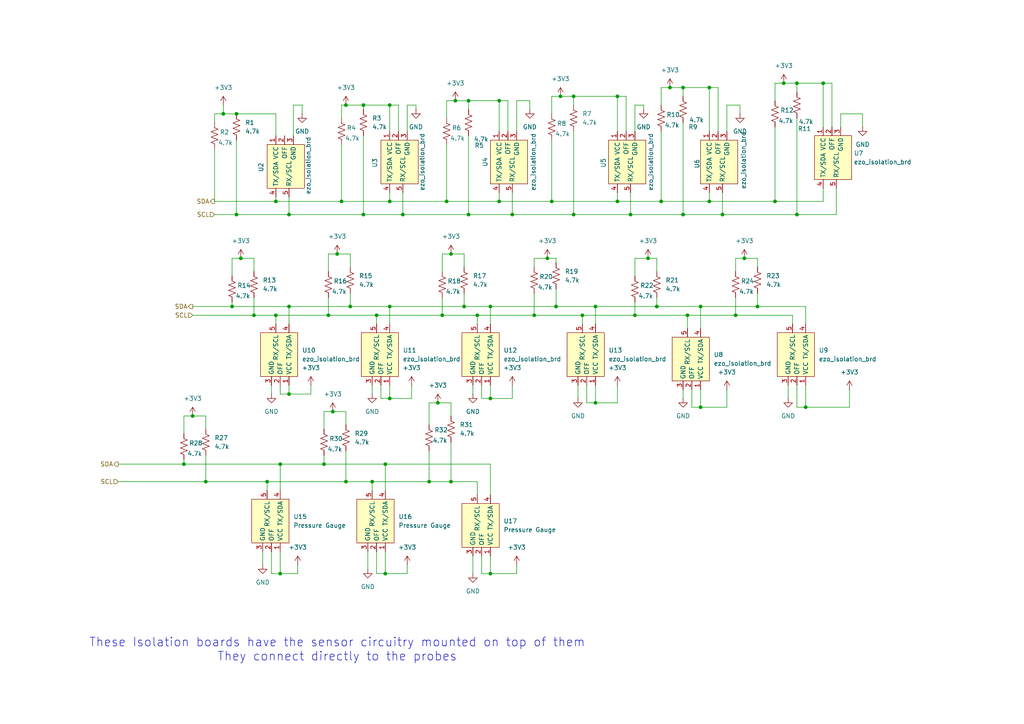
<source format=kicad_sch>
(kicad_sch
	(version 20231120)
	(generator "eeschema")
	(generator_version "8.0")
	(uuid "72780d38-72b7-4fbd-b9ba-ec4a30b3add2")
	(paper "A4")
	(lib_symbols
		(symbol "Device:R_US"
			(pin_numbers hide)
			(pin_names
				(offset 0)
			)
			(exclude_from_sim no)
			(in_bom yes)
			(on_board yes)
			(property "Reference" "R"
				(at 2.54 0 90)
				(effects
					(font
						(size 1.27 1.27)
					)
				)
			)
			(property "Value" "R_US"
				(at -2.54 0 90)
				(effects
					(font
						(size 1.27 1.27)
					)
				)
			)
			(property "Footprint" ""
				(at 1.016 -0.254 90)
				(effects
					(font
						(size 1.27 1.27)
					)
					(hide yes)
				)
			)
			(property "Datasheet" "~"
				(at 0 0 0)
				(effects
					(font
						(size 1.27 1.27)
					)
					(hide yes)
				)
			)
			(property "Description" "Resistor, US symbol"
				(at 0 0 0)
				(effects
					(font
						(size 1.27 1.27)
					)
					(hide yes)
				)
			)
			(property "ki_keywords" "R res resistor"
				(at 0 0 0)
				(effects
					(font
						(size 1.27 1.27)
					)
					(hide yes)
				)
			)
			(property "ki_fp_filters" "R_*"
				(at 0 0 0)
				(effects
					(font
						(size 1.27 1.27)
					)
					(hide yes)
				)
			)
			(symbol "R_US_0_1"
				(polyline
					(pts
						(xy 0 -2.286) (xy 0 -2.54)
					)
					(stroke
						(width 0)
						(type default)
					)
					(fill
						(type none)
					)
				)
				(polyline
					(pts
						(xy 0 2.286) (xy 0 2.54)
					)
					(stroke
						(width 0)
						(type default)
					)
					(fill
						(type none)
					)
				)
				(polyline
					(pts
						(xy 0 -0.762) (xy 1.016 -1.143) (xy 0 -1.524) (xy -1.016 -1.905) (xy 0 -2.286)
					)
					(stroke
						(width 0)
						(type default)
					)
					(fill
						(type none)
					)
				)
				(polyline
					(pts
						(xy 0 0.762) (xy 1.016 0.381) (xy 0 0) (xy -1.016 -0.381) (xy 0 -0.762)
					)
					(stroke
						(width 0)
						(type default)
					)
					(fill
						(type none)
					)
				)
				(polyline
					(pts
						(xy 0 2.286) (xy 1.016 1.905) (xy 0 1.524) (xy -1.016 1.143) (xy 0 0.762)
					)
					(stroke
						(width 0)
						(type default)
					)
					(fill
						(type none)
					)
				)
			)
			(symbol "R_US_1_1"
				(pin passive line
					(at 0 3.81 270)
					(length 1.27)
					(name "~"
						(effects
							(font
								(size 1.27 1.27)
							)
						)
					)
					(number "1"
						(effects
							(font
								(size 1.27 1.27)
							)
						)
					)
				)
				(pin passive line
					(at 0 -3.81 90)
					(length 1.27)
					(name "~"
						(effects
							(font
								(size 1.27 1.27)
							)
						)
					)
					(number "2"
						(effects
							(font
								(size 1.27 1.27)
							)
						)
					)
				)
			)
		)
		(symbol "esp32-wastewater:ezo_isolation_brd"
			(exclude_from_sim no)
			(in_bom yes)
			(on_board yes)
			(property "Reference" "U"
				(at 0 0 0)
				(effects
					(font
						(size 1.27 1.27)
					)
				)
			)
			(property "Value" "ezo_isolation_brd"
				(at -1.016 2.032 0)
				(effects
					(font
						(size 1.27 1.27)
					)
				)
			)
			(property "Footprint" ""
				(at 0 0 0)
				(effects
					(font
						(size 1.27 1.27)
					)
					(hide yes)
				)
			)
			(property "Datasheet" ""
				(at 0 0 0)
				(effects
					(font
						(size 1.27 1.27)
					)
					(hide yes)
				)
			)
			(property "Description" ""
				(at 0 0 0)
				(effects
					(font
						(size 1.27 1.27)
					)
					(hide yes)
				)
			)
			(symbol "ezo_isolation_brd_1_1"
				(rectangle
					(start -7.62 -1.27)
					(end 5.08 -12.065)
					(stroke
						(width 0)
						(type default)
					)
					(fill
						(type background)
					)
				)
				(pin power_in line
					(at 7.62 -3.81 180)
					(length 2.54)
					(name "VCC"
						(effects
							(font
								(size 1.27 1.27)
							)
						)
					)
					(number "1"
						(effects
							(font
								(size 1.27 1.27)
							)
						)
					)
				)
				(pin passive line
					(at 7.62 -6.35 180)
					(length 2.54)
					(name "OFF"
						(effects
							(font
								(size 1.27 1.27)
							)
						)
					)
					(number "2"
						(effects
							(font
								(size 1.27 1.27)
							)
						)
					)
				)
				(pin power_in line
					(at 7.62 -8.89 180)
					(length 2.54)
					(name "GND"
						(effects
							(font
								(size 1.27 1.27)
							)
						)
					)
					(number "3"
						(effects
							(font
								(size 1.27 1.27)
							)
						)
					)
				)
				(pin passive line
					(at -10.16 -3.81 0)
					(length 2.54)
					(name "TX/SDA"
						(effects
							(font
								(size 1.27 1.27)
							)
						)
					)
					(number "4"
						(effects
							(font
								(size 1.27 1.27)
							)
						)
					)
				)
				(pin passive line
					(at -10.16 -7.62 0)
					(length 2.54)
					(name "RX/SCL"
						(effects
							(font
								(size 1.27 1.27)
							)
						)
					)
					(number "5"
						(effects
							(font
								(size 1.27 1.27)
							)
						)
					)
				)
			)
		)
		(symbol "power:+3V3"
			(power)
			(pin_numbers hide)
			(pin_names
				(offset 0) hide)
			(exclude_from_sim no)
			(in_bom yes)
			(on_board yes)
			(property "Reference" "#PWR"
				(at 0 -3.81 0)
				(effects
					(font
						(size 1.27 1.27)
					)
					(hide yes)
				)
			)
			(property "Value" "+3V3"
				(at 0 3.556 0)
				(effects
					(font
						(size 1.27 1.27)
					)
				)
			)
			(property "Footprint" ""
				(at 0 0 0)
				(effects
					(font
						(size 1.27 1.27)
					)
					(hide yes)
				)
			)
			(property "Datasheet" ""
				(at 0 0 0)
				(effects
					(font
						(size 1.27 1.27)
					)
					(hide yes)
				)
			)
			(property "Description" "Power symbol creates a global label with name \"+3V3\""
				(at 0 0 0)
				(effects
					(font
						(size 1.27 1.27)
					)
					(hide yes)
				)
			)
			(property "ki_keywords" "global power"
				(at 0 0 0)
				(effects
					(font
						(size 1.27 1.27)
					)
					(hide yes)
				)
			)
			(symbol "+3V3_0_1"
				(polyline
					(pts
						(xy -0.762 1.27) (xy 0 2.54)
					)
					(stroke
						(width 0)
						(type default)
					)
					(fill
						(type none)
					)
				)
				(polyline
					(pts
						(xy 0 0) (xy 0 2.54)
					)
					(stroke
						(width 0)
						(type default)
					)
					(fill
						(type none)
					)
				)
				(polyline
					(pts
						(xy 0 2.54) (xy 0.762 1.27)
					)
					(stroke
						(width 0)
						(type default)
					)
					(fill
						(type none)
					)
				)
			)
			(symbol "+3V3_1_1"
				(pin power_in line
					(at 0 0 90)
					(length 0)
					(name "~"
						(effects
							(font
								(size 1.27 1.27)
							)
						)
					)
					(number "1"
						(effects
							(font
								(size 1.27 1.27)
							)
						)
					)
				)
			)
		)
		(symbol "power:GND"
			(power)
			(pin_numbers hide)
			(pin_names
				(offset 0) hide)
			(exclude_from_sim no)
			(in_bom yes)
			(on_board yes)
			(property "Reference" "#PWR"
				(at 0 -6.35 0)
				(effects
					(font
						(size 1.27 1.27)
					)
					(hide yes)
				)
			)
			(property "Value" "GND"
				(at 0 -3.81 0)
				(effects
					(font
						(size 1.27 1.27)
					)
				)
			)
			(property "Footprint" ""
				(at 0 0 0)
				(effects
					(font
						(size 1.27 1.27)
					)
					(hide yes)
				)
			)
			(property "Datasheet" ""
				(at 0 0 0)
				(effects
					(font
						(size 1.27 1.27)
					)
					(hide yes)
				)
			)
			(property "Description" "Power symbol creates a global label with name \"GND\" , ground"
				(at 0 0 0)
				(effects
					(font
						(size 1.27 1.27)
					)
					(hide yes)
				)
			)
			(property "ki_keywords" "global power"
				(at 0 0 0)
				(effects
					(font
						(size 1.27 1.27)
					)
					(hide yes)
				)
			)
			(symbol "GND_0_1"
				(polyline
					(pts
						(xy 0 0) (xy 0 -1.27) (xy 1.27 -1.27) (xy 0 -2.54) (xy -1.27 -1.27) (xy 0 -1.27)
					)
					(stroke
						(width 0)
						(type default)
					)
					(fill
						(type none)
					)
				)
			)
			(symbol "GND_1_1"
				(pin power_in line
					(at 0 0 270)
					(length 0)
					(name "~"
						(effects
							(font
								(size 1.27 1.27)
							)
						)
					)
					(number "1"
						(effects
							(font
								(size 1.27 1.27)
							)
						)
					)
				)
			)
		)
	)
	(junction
		(at 100.33 30.48)
		(diameter 0)
		(color 0 0 0 0)
		(uuid "04ecc2eb-caca-4795-954e-1f80ad385c61")
	)
	(junction
		(at 238.76 24.13)
		(diameter 0)
		(color 0 0 0 0)
		(uuid "07d7108c-f0a2-453a-9aea-b6011d9acd46")
	)
	(junction
		(at 231.14 62.23)
		(diameter 0)
		(color 0 0 0 0)
		(uuid "0a118fff-7c74-4b78-9003-e2f22412f36e")
	)
	(junction
		(at 130.81 139.7)
		(diameter 0)
		(color 0 0 0 0)
		(uuid "0ae96f40-8d3d-46b4-ad59-a9409fdd9a96")
	)
	(junction
		(at 124.46 139.7)
		(diameter 0)
		(color 0 0 0 0)
		(uuid "12eb356c-9c70-4a64-930f-987366a9a1f3")
	)
	(junction
		(at 198.12 62.23)
		(diameter 0)
		(color 0 0 0 0)
		(uuid "1bd4284b-826b-4a99-b030-34dd7f99fd34")
	)
	(junction
		(at 95.25 91.44)
		(diameter 0)
		(color 0 0 0 0)
		(uuid "1f02812e-3079-4b04-974c-035ee126f869")
	)
	(junction
		(at 144.78 29.21)
		(diameter 0)
		(color 0 0 0 0)
		(uuid "20502d3d-7fdc-419d-9223-1f6086f02820")
	)
	(junction
		(at 80.01 91.44)
		(diameter 0)
		(color 0 0 0 0)
		(uuid "24107eaf-5d6a-4e8e-a504-240c02a7fb3a")
	)
	(junction
		(at 190.5 88.9)
		(diameter 0)
		(color 0 0 0 0)
		(uuid "2de4cf3c-c290-4d01-8e62-fcf72e6e705c")
	)
	(junction
		(at 160.02 58.42)
		(diameter 0)
		(color 0 0 0 0)
		(uuid "2f7477c5-ce60-43cb-9593-a9b4ea1b5de5")
	)
	(junction
		(at 205.74 25.4)
		(diameter 0)
		(color 0 0 0 0)
		(uuid "2fb79222-95d0-4e00-9311-e266430cf81e")
	)
	(junction
		(at 154.94 91.44)
		(diameter 0)
		(color 0 0 0 0)
		(uuid "2fdb447b-dbc4-4914-afdd-317231300056")
	)
	(junction
		(at 161.29 88.9)
		(diameter 0)
		(color 0 0 0 0)
		(uuid "31d9d543-6883-404c-9ecb-ad6db43eee08")
	)
	(junction
		(at 233.68 118.11)
		(diameter 0)
		(color 0 0 0 0)
		(uuid "35d8a64f-2049-49ea-9501-c6eb4f983f94")
	)
	(junction
		(at 109.22 91.44)
		(diameter 0)
		(color 0 0 0 0)
		(uuid "36c3c0cc-36a4-4282-ac01-e059f3d5a320")
	)
	(junction
		(at 215.9 74.93)
		(diameter 0)
		(color 0 0 0 0)
		(uuid "37a047ec-2ef5-42e2-b3c1-92c0ce636854")
	)
	(junction
		(at 113.03 58.42)
		(diameter 0)
		(color 0 0 0 0)
		(uuid "3da15e24-19ef-4289-852a-7c29ff0df7e1")
	)
	(junction
		(at 59.69 139.7)
		(diameter 0)
		(color 0 0 0 0)
		(uuid "4085a734-4d16-4530-ac79-544e6faad1ca")
	)
	(junction
		(at 101.6 88.9)
		(diameter 0)
		(color 0 0 0 0)
		(uuid "441b3d37-45a9-4f42-9c1d-99278f8e98a7")
	)
	(junction
		(at 113.03 88.9)
		(diameter 0)
		(color 0 0 0 0)
		(uuid "46dce296-9c2d-47bb-a7a8-d56e412a35d3")
	)
	(junction
		(at 142.24 88.9)
		(diameter 0)
		(color 0 0 0 0)
		(uuid "496459d1-e362-43b4-8b71-881f9535d6b3")
	)
	(junction
		(at 213.36 91.44)
		(diameter 0)
		(color 0 0 0 0)
		(uuid "49702b3c-cc1f-4d23-89e2-f70b3f926461")
	)
	(junction
		(at 135.89 62.23)
		(diameter 0)
		(color 0 0 0 0)
		(uuid "4b18493d-8dca-4c63-8f86-42da85c310e5")
	)
	(junction
		(at 111.76 134.62)
		(diameter 0)
		(color 0 0 0 0)
		(uuid "53211881-6309-4caa-bfff-bcd2a797de86")
	)
	(junction
		(at 199.39 91.44)
		(diameter 0)
		(color 0 0 0 0)
		(uuid "53f37c7c-feef-4707-990a-268186a5c333")
	)
	(junction
		(at 224.79 58.42)
		(diameter 0)
		(color 0 0 0 0)
		(uuid "56c3a3be-4f02-495a-8ff6-24910c32d7c1")
	)
	(junction
		(at 179.07 27.94)
		(diameter 0)
		(color 0 0 0 0)
		(uuid "5c05a4e8-0299-43f5-9e82-5538b2e087ff")
	)
	(junction
		(at 209.55 62.23)
		(diameter 0)
		(color 0 0 0 0)
		(uuid "631d8713-d5a4-45d2-b283-bdaa52f42e92")
	)
	(junction
		(at 107.95 139.7)
		(diameter 0)
		(color 0 0 0 0)
		(uuid "6786a659-2a5c-4344-bb78-71ec3766314b")
	)
	(junction
		(at 128.27 91.44)
		(diameter 0)
		(color 0 0 0 0)
		(uuid "693561b2-f404-46bd-936f-1118ebf818fb")
	)
	(junction
		(at 113.03 115.57)
		(diameter 0)
		(color 0 0 0 0)
		(uuid "6c9a0859-1fcc-460c-b3e8-eaad823bf85c")
	)
	(junction
		(at 113.03 30.48)
		(diameter 0)
		(color 0 0 0 0)
		(uuid "7028e56e-e8c5-45e4-91e6-5876f76bcc2a")
	)
	(junction
		(at 130.81 73.66)
		(diameter 0)
		(color 0 0 0 0)
		(uuid "70e0005d-0292-4751-b181-f25f80a7bbe8")
	)
	(junction
		(at 144.78 58.42)
		(diameter 0)
		(color 0 0 0 0)
		(uuid "768eafc0-6755-41d3-a21c-bd149211bb28")
	)
	(junction
		(at 83.82 88.9)
		(diameter 0)
		(color 0 0 0 0)
		(uuid "78134eca-ae86-4bab-89c3-285c79c717fd")
	)
	(junction
		(at 105.41 30.48)
		(diameter 0)
		(color 0 0 0 0)
		(uuid "7886912b-c2a3-4afa-a55e-65cec5e7f51c")
	)
	(junction
		(at 191.77 58.42)
		(diameter 0)
		(color 0 0 0 0)
		(uuid "793c0195-a92d-445e-a2e3-0964b5800d86")
	)
	(junction
		(at 67.31 88.9)
		(diameter 0)
		(color 0 0 0 0)
		(uuid "7beaf392-97f8-4ef5-b194-ec7f7f25dab5")
	)
	(junction
		(at 148.59 62.23)
		(diameter 0)
		(color 0 0 0 0)
		(uuid "7c5d6f43-c46d-4441-9225-30f3241035c7")
	)
	(junction
		(at 138.43 91.44)
		(diameter 0)
		(color 0 0 0 0)
		(uuid "822a5ef7-5768-479b-bbf1-8d3e9a785d8a")
	)
	(junction
		(at 55.88 120.65)
		(diameter 0)
		(color 0 0 0 0)
		(uuid "82dbe4ce-4475-4fbe-9f16-a509c72f124f")
	)
	(junction
		(at 182.88 62.23)
		(diameter 0)
		(color 0 0 0 0)
		(uuid "85af9ecd-c170-462e-8f21-c5874a94162a")
	)
	(junction
		(at 166.37 27.94)
		(diameter 0)
		(color 0 0 0 0)
		(uuid "86d8961b-e0d8-475d-b4e7-550b385c794b")
	)
	(junction
		(at 172.72 88.9)
		(diameter 0)
		(color 0 0 0 0)
		(uuid "8ae28f32-2277-462e-b6af-b31b1bf1a311")
	)
	(junction
		(at 168.91 91.44)
		(diameter 0)
		(color 0 0 0 0)
		(uuid "8c185b5f-f650-41c1-bef5-a6bd2c6d94d2")
	)
	(junction
		(at 105.41 62.23)
		(diameter 0)
		(color 0 0 0 0)
		(uuid "8d20bc86-cc0c-4b03-b591-35f23bb7c720")
	)
	(junction
		(at 162.56 27.94)
		(diameter 0)
		(color 0 0 0 0)
		(uuid "8f581640-4e02-49a0-9b35-d4353d1f2e0b")
	)
	(junction
		(at 142.24 115.57)
		(diameter 0)
		(color 0 0 0 0)
		(uuid "93902664-9ea3-4d88-8a39-464f0d7e74c7")
	)
	(junction
		(at 194.31 25.4)
		(diameter 0)
		(color 0 0 0 0)
		(uuid "9605b3b8-84c3-466b-84fb-24742c913b4b")
	)
	(junction
		(at 69.85 74.93)
		(diameter 0)
		(color 0 0 0 0)
		(uuid "97431a24-7fa4-49c4-ad2c-1f7be9e8558d")
	)
	(junction
		(at 142.24 166.37)
		(diameter 0)
		(color 0 0 0 0)
		(uuid "9800b822-a13f-4e70-b71e-e99942c5003d")
	)
	(junction
		(at 219.71 88.9)
		(diameter 0)
		(color 0 0 0 0)
		(uuid "9b9e8405-6f78-44f3-a809-28cd4343eeee")
	)
	(junction
		(at 99.06 58.42)
		(diameter 0)
		(color 0 0 0 0)
		(uuid "9e077aee-2c1b-4347-9051-25f60a020892")
	)
	(junction
		(at 179.07 58.42)
		(diameter 0)
		(color 0 0 0 0)
		(uuid "9f860a57-bafe-43c2-97ec-fd56325ec832")
	)
	(junction
		(at 83.82 114.3)
		(diameter 0)
		(color 0 0 0 0)
		(uuid "a1ac4e75-eded-4a8b-a95b-8fcbb1cffa69")
	)
	(junction
		(at 83.82 62.23)
		(diameter 0)
		(color 0 0 0 0)
		(uuid "a320e952-4e94-415b-ba57-afbfa0e25bf7")
	)
	(junction
		(at 100.33 139.7)
		(diameter 0)
		(color 0 0 0 0)
		(uuid "a69ff3a0-e64c-4035-b0cb-7fa98fb0c062")
	)
	(junction
		(at 80.01 58.42)
		(diameter 0)
		(color 0 0 0 0)
		(uuid "a74af4e2-62ba-4bd2-857a-2eeb27601b14")
	)
	(junction
		(at 158.75 74.93)
		(diameter 0)
		(color 0 0 0 0)
		(uuid "afa2fed1-6f65-443a-b327-668b4d7f7aaa")
	)
	(junction
		(at 73.66 91.44)
		(diameter 0)
		(color 0 0 0 0)
		(uuid "b25b8778-be0c-4fc7-bedd-0e5050a3b9c5")
	)
	(junction
		(at 172.72 116.84)
		(diameter 0)
		(color 0 0 0 0)
		(uuid "b505fe81-7e11-44f3-84ba-7208108e7ca2")
	)
	(junction
		(at 134.62 88.9)
		(diameter 0)
		(color 0 0 0 0)
		(uuid "b9e1a063-7f98-400a-8691-bea37b60e607")
	)
	(junction
		(at 81.28 134.62)
		(diameter 0)
		(color 0 0 0 0)
		(uuid "bade7a0b-5fd2-4004-ba3b-9d0580ee92c5")
	)
	(junction
		(at 129.54 58.42)
		(diameter 0)
		(color 0 0 0 0)
		(uuid "bff425b5-78ae-468d-8725-edb4d22aa0d6")
	)
	(junction
		(at 53.34 134.62)
		(diameter 0)
		(color 0 0 0 0)
		(uuid "c05f0174-7550-4696-a8a3-3141a3291413")
	)
	(junction
		(at 132.08 29.21)
		(diameter 0)
		(color 0 0 0 0)
		(uuid "c0f3f549-f8c0-4ff8-a973-962790d98755")
	)
	(junction
		(at 64.77 33.02)
		(diameter 0)
		(color 0 0 0 0)
		(uuid "c96d70d1-1b2c-4efc-81dd-d0d0e7ada7b2")
	)
	(junction
		(at 81.28 166.37)
		(diameter 0)
		(color 0 0 0 0)
		(uuid "ca002a21-655a-44cc-b74c-fd7626507859")
	)
	(junction
		(at 127 116.84)
		(diameter 0)
		(color 0 0 0 0)
		(uuid "d00ebfbf-e6e4-4697-b0e8-b6e19e738bae")
	)
	(junction
		(at 96.52 119.38)
		(diameter 0)
		(color 0 0 0 0)
		(uuid "d0c5ad15-6f60-4fc5-83e8-2a10b9cfd46c")
	)
	(junction
		(at 227.33 24.13)
		(diameter 0)
		(color 0 0 0 0)
		(uuid "d139324c-532e-4e42-900a-91e3e4c7c5f8")
	)
	(junction
		(at 231.14 24.13)
		(diameter 0)
		(color 0 0 0 0)
		(uuid "d2025d48-334a-4299-b94a-e32f5069dfa1")
	)
	(junction
		(at 68.58 62.23)
		(diameter 0)
		(color 0 0 0 0)
		(uuid "d45d0125-d5ec-4864-9940-acbb3c679342")
	)
	(junction
		(at 198.12 25.4)
		(diameter 0)
		(color 0 0 0 0)
		(uuid "d6000faa-dac0-408e-969f-f410d63862dc")
	)
	(junction
		(at 205.74 58.42)
		(diameter 0)
		(color 0 0 0 0)
		(uuid "d8afac7f-6ea1-4465-9707-c1ca235423f1")
	)
	(junction
		(at 184.15 91.44)
		(diameter 0)
		(color 0 0 0 0)
		(uuid "dac4c558-05b9-4075-9057-aeb7fca71af4")
	)
	(junction
		(at 203.2 88.9)
		(diameter 0)
		(color 0 0 0 0)
		(uuid "dc907f7d-cbdb-4b1a-af3e-7d699a231459")
	)
	(junction
		(at 166.37 62.23)
		(diameter 0)
		(color 0 0 0 0)
		(uuid "e0aa89a6-5c55-427e-b391-b0488dac4a64")
	)
	(junction
		(at 111.76 166.37)
		(diameter 0)
		(color 0 0 0 0)
		(uuid "e24581da-0cca-4b9b-adc9-9f50cdb68684")
	)
	(junction
		(at 135.89 29.21)
		(diameter 0)
		(color 0 0 0 0)
		(uuid "eb9e550a-e8c1-4890-87e5-6188a5540533")
	)
	(junction
		(at 93.98 134.62)
		(diameter 0)
		(color 0 0 0 0)
		(uuid "f2c1a16f-7032-4595-81b4-ed91802d0e4c")
	)
	(junction
		(at 116.84 62.23)
		(diameter 0)
		(color 0 0 0 0)
		(uuid "f708ce71-6a7d-476e-a02d-ae6814ddeee6")
	)
	(junction
		(at 68.58 33.02)
		(diameter 0)
		(color 0 0 0 0)
		(uuid "f81dde01-0aa1-4c27-a636-a602d4e6c04b")
	)
	(junction
		(at 77.47 139.7)
		(diameter 0)
		(color 0 0 0 0)
		(uuid "f9f4af7d-9398-4899-871e-09efe7fd0e0d")
	)
	(junction
		(at 203.2 118.11)
		(diameter 0)
		(color 0 0 0 0)
		(uuid "fc456ca8-ba1f-4732-a370-f4b55bf1d934")
	)
	(junction
		(at 97.79 73.66)
		(diameter 0)
		(color 0 0 0 0)
		(uuid "fdb4f0f3-5efe-46db-8a39-26f54cc276d6")
	)
	(junction
		(at 187.96 74.93)
		(diameter 0)
		(color 0 0 0 0)
		(uuid "fee623ab-21c6-47b1-a2ae-fe6d36ce5455")
	)
	(wire
		(pts
			(xy 182.88 55.88) (xy 182.88 62.23)
		)
		(stroke
			(width 0)
			(type default)
		)
		(uuid "00239081-0472-4037-951b-e0e56d2c8ca3")
	)
	(wire
		(pts
			(xy 130.81 116.84) (xy 127 116.84)
		)
		(stroke
			(width 0)
			(type default)
		)
		(uuid "01e31a6a-fab9-4abd-863e-b1384e5e414d")
	)
	(wire
		(pts
			(xy 116.84 62.23) (xy 105.41 62.23)
		)
		(stroke
			(width 0)
			(type default)
		)
		(uuid "020935f6-1018-4c7d-be5f-9bc8e0c1aa87")
	)
	(wire
		(pts
			(xy 99.06 58.42) (xy 113.03 58.42)
		)
		(stroke
			(width 0)
			(type default)
		)
		(uuid "0429bcaf-d284-4389-bb9d-d65733ee171e")
	)
	(wire
		(pts
			(xy 101.6 73.66) (xy 97.79 73.66)
		)
		(stroke
			(width 0)
			(type default)
		)
		(uuid "047342b7-9960-40c4-954b-61b010aa8b43")
	)
	(wire
		(pts
			(xy 109.22 91.44) (xy 95.25 91.44)
		)
		(stroke
			(width 0)
			(type default)
		)
		(uuid "070e0fd2-f9ff-4401-baa3-a39bae52006b")
	)
	(wire
		(pts
			(xy 113.03 30.48) (xy 105.41 30.48)
		)
		(stroke
			(width 0)
			(type default)
		)
		(uuid "0731ea1b-a4d1-4340-a3c4-8b06f6d080e6")
	)
	(wire
		(pts
			(xy 172.72 88.9) (xy 161.29 88.9)
		)
		(stroke
			(width 0)
			(type default)
		)
		(uuid "07793727-6818-4062-998a-dd0af48bc9b8")
	)
	(wire
		(pts
			(xy 93.98 124.46) (xy 93.98 119.38)
		)
		(stroke
			(width 0)
			(type default)
		)
		(uuid "07856cb7-4750-46f5-a8a0-51e207c9c31a")
	)
	(wire
		(pts
			(xy 115.57 30.48) (xy 113.03 30.48)
		)
		(stroke
			(width 0)
			(type default)
		)
		(uuid "08bcb4f5-092a-4dda-884e-7c6cee27798c")
	)
	(wire
		(pts
			(xy 191.77 38.1) (xy 191.77 58.42)
		)
		(stroke
			(width 0)
			(type default)
		)
		(uuid "0b3a4422-a691-4bf8-aa9d-d8049bfe3178")
	)
	(wire
		(pts
			(xy 205.74 55.88) (xy 205.74 58.42)
		)
		(stroke
			(width 0)
			(type default)
		)
		(uuid "0b442d82-8fef-4ec8-90a7-7c366a19c966")
	)
	(wire
		(pts
			(xy 170.18 111.76) (xy 170.18 116.84)
		)
		(stroke
			(width 0)
			(type default)
		)
		(uuid "0f9b8894-d387-40b9-97e2-0d0055a572da")
	)
	(wire
		(pts
			(xy 67.31 87.63) (xy 67.31 88.9)
		)
		(stroke
			(width 0)
			(type default)
		)
		(uuid "1001060d-1009-4581-96de-e5a77dd6677d")
	)
	(wire
		(pts
			(xy 168.91 93.98) (xy 168.91 91.44)
		)
		(stroke
			(width 0)
			(type default)
		)
		(uuid "1010d5fc-db4e-472a-9831-f29c14b27ba6")
	)
	(wire
		(pts
			(xy 62.23 33.02) (xy 62.23 35.56)
		)
		(stroke
			(width 0)
			(type default)
		)
		(uuid "10bc26eb-2ef1-406d-88f4-9195ace6d718")
	)
	(wire
		(pts
			(xy 134.62 85.09) (xy 134.62 88.9)
		)
		(stroke
			(width 0)
			(type default)
		)
		(uuid "10ce2592-6eaf-4563-b577-b02a180047b6")
	)
	(wire
		(pts
			(xy 160.02 40.64) (xy 160.02 58.42)
		)
		(stroke
			(width 0)
			(type default)
		)
		(uuid "11047b2a-807a-4018-af71-c9e9876c9960")
	)
	(wire
		(pts
			(xy 142.24 88.9) (xy 134.62 88.9)
		)
		(stroke
			(width 0)
			(type default)
		)
		(uuid "11adadfc-06cf-48e2-b8aa-4eb92b6e505d")
	)
	(wire
		(pts
			(xy 148.59 62.23) (xy 135.89 62.23)
		)
		(stroke
			(width 0)
			(type default)
		)
		(uuid "12caa47d-a259-43b5-823a-0a752fe52cbc")
	)
	(wire
		(pts
			(xy 219.71 77.47) (xy 219.71 74.93)
		)
		(stroke
			(width 0)
			(type default)
		)
		(uuid "13222ac8-ef99-46c5-afcd-18904af0a033")
	)
	(wire
		(pts
			(xy 224.79 24.13) (xy 227.33 24.13)
		)
		(stroke
			(width 0)
			(type default)
		)
		(uuid "1356adcf-4039-4246-bbe0-ba28c5ba1e99")
	)
	(wire
		(pts
			(xy 214.63 30.48) (xy 214.63 33.02)
		)
		(stroke
			(width 0)
			(type default)
		)
		(uuid "155b6ef2-1a05-4fc7-b823-b620538db8e3")
	)
	(wire
		(pts
			(xy 77.47 142.24) (xy 77.47 139.7)
		)
		(stroke
			(width 0)
			(type default)
		)
		(uuid "175f6c41-08e5-4a28-a545-d0e650840e02")
	)
	(wire
		(pts
			(xy 53.34 125.73) (xy 53.34 120.65)
		)
		(stroke
			(width 0)
			(type default)
		)
		(uuid "196eba77-357d-47ad-aa8d-b34e3ad25993")
	)
	(wire
		(pts
			(xy 62.23 43.18) (xy 62.23 58.42)
		)
		(stroke
			(width 0)
			(type default)
		)
		(uuid "19c59297-4561-4547-b48c-e5445043ad25")
	)
	(wire
		(pts
			(xy 166.37 62.23) (xy 148.59 62.23)
		)
		(stroke
			(width 0)
			(type default)
		)
		(uuid "1a87508f-53ea-4566-8a28-9ab48d23f706")
	)
	(wire
		(pts
			(xy 53.34 134.62) (xy 81.28 134.62)
		)
		(stroke
			(width 0)
			(type default)
		)
		(uuid "1c1c36d1-ac2b-4852-8402-e239c91f14c8")
	)
	(wire
		(pts
			(xy 113.03 55.88) (xy 113.03 58.42)
		)
		(stroke
			(width 0)
			(type default)
		)
		(uuid "1de455a0-a078-4963-b7ae-df2d815dc471")
	)
	(wire
		(pts
			(xy 93.98 134.62) (xy 81.28 134.62)
		)
		(stroke
			(width 0)
			(type default)
		)
		(uuid "1efd282f-0f25-4d0f-bd83-2b4377092b62")
	)
	(wire
		(pts
			(xy 93.98 132.08) (xy 93.98 134.62)
		)
		(stroke
			(width 0)
			(type default)
		)
		(uuid "2004c67f-e6c5-4af9-ad18-838eacb3ffa6")
	)
	(wire
		(pts
			(xy 213.36 91.44) (xy 199.39 91.44)
		)
		(stroke
			(width 0)
			(type default)
		)
		(uuid "201a64b6-3a2a-4eab-addb-84791f131ed0")
	)
	(wire
		(pts
			(xy 184.15 80.01) (xy 184.15 74.93)
		)
		(stroke
			(width 0)
			(type default)
		)
		(uuid "20d54d5e-df8b-4798-9ccc-3809c89540d3")
	)
	(wire
		(pts
			(xy 76.2 160.02) (xy 76.2 163.83)
		)
		(stroke
			(width 0)
			(type default)
		)
		(uuid "20eb2a4f-77f0-41ef-8f8e-e599953dc970")
	)
	(wire
		(pts
			(xy 205.74 38.1) (xy 205.74 25.4)
		)
		(stroke
			(width 0)
			(type default)
		)
		(uuid "2197afb1-d840-48ca-80ec-ee19aec527f6")
	)
	(wire
		(pts
			(xy 161.29 74.93) (xy 158.75 74.93)
		)
		(stroke
			(width 0)
			(type default)
		)
		(uuid "25acf38d-07ab-4a8b-b573-bf92083ff617")
	)
	(wire
		(pts
			(xy 242.57 62.23) (xy 231.14 62.23)
		)
		(stroke
			(width 0)
			(type default)
		)
		(uuid "26a5fadf-892d-4ce3-bebb-2c03fbf25ee7")
	)
	(wire
		(pts
			(xy 80.01 93.98) (xy 80.01 91.44)
		)
		(stroke
			(width 0)
			(type default)
		)
		(uuid "28508f02-e810-4b5c-a500-2f18b8cc46e0")
	)
	(wire
		(pts
			(xy 191.77 30.48) (xy 191.77 25.4)
		)
		(stroke
			(width 0)
			(type default)
		)
		(uuid "29685917-7df7-4995-990a-06cb9c576034")
	)
	(wire
		(pts
			(xy 101.6 88.9) (xy 83.82 88.9)
		)
		(stroke
			(width 0)
			(type default)
		)
		(uuid "2af7ac51-ed81-43eb-aff8-de8af4c70525")
	)
	(wire
		(pts
			(xy 203.2 88.9) (xy 190.5 88.9)
		)
		(stroke
			(width 0)
			(type default)
		)
		(uuid "2c5ac6ef-5cf4-4253-b188-a8be75e2842d")
	)
	(wire
		(pts
			(xy 148.59 55.88) (xy 148.59 62.23)
		)
		(stroke
			(width 0)
			(type default)
		)
		(uuid "2e4790d3-33b2-4876-8891-f17498228b3e")
	)
	(wire
		(pts
			(xy 142.24 166.37) (xy 149.86 166.37)
		)
		(stroke
			(width 0)
			(type default)
		)
		(uuid "2f210f37-6261-409d-85ef-db0ca117a5e8")
	)
	(wire
		(pts
			(xy 200.66 118.11) (xy 203.2 118.11)
		)
		(stroke
			(width 0)
			(type default)
		)
		(uuid "30642bd4-5873-49f3-97e9-a28b8ccb4c3f")
	)
	(wire
		(pts
			(xy 34.29 139.7) (xy 59.69 139.7)
		)
		(stroke
			(width 0)
			(type default)
		)
		(uuid "3085cd8a-1ada-4f48-b176-b7dd74b896aa")
	)
	(wire
		(pts
			(xy 113.03 111.76) (xy 113.03 115.57)
		)
		(stroke
			(width 0)
			(type default)
		)
		(uuid "32f716ef-e2fc-4d33-9601-73c25a39562c")
	)
	(wire
		(pts
			(xy 191.77 25.4) (xy 194.31 25.4)
		)
		(stroke
			(width 0)
			(type default)
		)
		(uuid "3322b48c-8b89-4cc2-be8c-907f6a55890d")
	)
	(wire
		(pts
			(xy 34.29 134.62) (xy 53.34 134.62)
		)
		(stroke
			(width 0)
			(type default)
		)
		(uuid "33d81ecc-6eee-4a9b-b22e-071c3258307f")
	)
	(wire
		(pts
			(xy 83.82 57.15) (xy 83.82 62.23)
		)
		(stroke
			(width 0)
			(type default)
		)
		(uuid "33eb6ae9-d233-409e-a29a-7cbebb7b60c8")
	)
	(wire
		(pts
			(xy 184.15 30.48) (xy 186.69 30.48)
		)
		(stroke
			(width 0)
			(type default)
		)
		(uuid "359f32bf-b4e9-4ecf-aa7c-d0b6e6d3e86f")
	)
	(wire
		(pts
			(xy 184.15 87.63) (xy 184.15 91.44)
		)
		(stroke
			(width 0)
			(type default)
		)
		(uuid "3650d71d-6ac3-4112-ade2-4d039a9a5100")
	)
	(wire
		(pts
			(xy 147.32 29.21) (xy 144.78 29.21)
		)
		(stroke
			(width 0)
			(type default)
		)
		(uuid "3685710c-4245-4314-9de2-437a2d0abc44")
	)
	(wire
		(pts
			(xy 128.27 91.44) (xy 109.22 91.44)
		)
		(stroke
			(width 0)
			(type default)
		)
		(uuid "37f18466-896c-40fb-9359-c218cddf69ae")
	)
	(wire
		(pts
			(xy 160.02 58.42) (xy 144.78 58.42)
		)
		(stroke
			(width 0)
			(type default)
		)
		(uuid "38106e80-6ca3-45bf-b78c-f4bc86bc8734")
	)
	(wire
		(pts
			(xy 228.6 111.76) (xy 228.6 115.57)
		)
		(stroke
			(width 0)
			(type default)
		)
		(uuid "38a03826-6d52-400a-a659-a2b7fa937e96")
	)
	(wire
		(pts
			(xy 64.77 33.02) (xy 62.23 33.02)
		)
		(stroke
			(width 0)
			(type default)
		)
		(uuid "3910f843-e4f6-4d2b-86be-e57e858d81ab")
	)
	(wire
		(pts
			(xy 129.54 41.91) (xy 129.54 58.42)
		)
		(stroke
			(width 0)
			(type default)
		)
		(uuid "3abb0fdd-1344-4a09-b4af-1ec807560c38")
	)
	(wire
		(pts
			(xy 99.06 41.91) (xy 99.06 58.42)
		)
		(stroke
			(width 0)
			(type default)
		)
		(uuid "3c0d2a9a-ee97-4f02-a51e-6c58aa55ca13")
	)
	(wire
		(pts
			(xy 142.24 111.76) (xy 142.24 115.57)
		)
		(stroke
			(width 0)
			(type default)
		)
		(uuid "3c816444-8b8f-4af0-9dd8-9a841b5f36e1")
	)
	(wire
		(pts
			(xy 90.17 111.76) (xy 90.17 114.3)
		)
		(stroke
			(width 0)
			(type default)
		)
		(uuid "3d89781f-8e5d-457a-b9b6-ebd6857db076")
	)
	(wire
		(pts
			(xy 113.03 88.9) (xy 101.6 88.9)
		)
		(stroke
			(width 0)
			(type default)
		)
		(uuid "3e9b369d-8c3f-4698-a442-727d761a19fc")
	)
	(wire
		(pts
			(xy 219.71 74.93) (xy 215.9 74.93)
		)
		(stroke
			(width 0)
			(type default)
		)
		(uuid "3f0576fc-6eb6-4eb7-80ef-224d479e4dc5")
	)
	(wire
		(pts
			(xy 130.81 128.27) (xy 130.81 139.7)
		)
		(stroke
			(width 0)
			(type default)
		)
		(uuid "3f5b5b90-6206-4f7e-8f47-7edc8ddda079")
	)
	(wire
		(pts
			(xy 67.31 88.9) (xy 83.82 88.9)
		)
		(stroke
			(width 0)
			(type default)
		)
		(uuid "40f0f6d0-bd03-4a39-bfb3-cc7a18c4f429")
	)
	(wire
		(pts
			(xy 95.25 73.66) (xy 97.79 73.66)
		)
		(stroke
			(width 0)
			(type default)
		)
		(uuid "413fc131-fba8-4acd-a4e4-e63564d6dd37")
	)
	(wire
		(pts
			(xy 80.01 33.02) (xy 68.58 33.02)
		)
		(stroke
			(width 0)
			(type default)
		)
		(uuid "4146b01d-7a5c-4ec8-8975-0fb44b1dd12d")
	)
	(wire
		(pts
			(xy 224.79 58.42) (xy 205.74 58.42)
		)
		(stroke
			(width 0)
			(type default)
		)
		(uuid "4163a0ab-1ca9-4064-89e0-15555baea395")
	)
	(wire
		(pts
			(xy 246.38 118.11) (xy 246.38 113.03)
		)
		(stroke
			(width 0)
			(type default)
		)
		(uuid "43587cc8-3ab7-48e5-85f8-7ee432e57844")
	)
	(wire
		(pts
			(xy 62.23 58.42) (xy 80.01 58.42)
		)
		(stroke
			(width 0)
			(type default)
		)
		(uuid "43c08555-1037-4671-94bc-9c19b202dd7f")
	)
	(wire
		(pts
			(xy 111.76 134.62) (xy 93.98 134.62)
		)
		(stroke
			(width 0)
			(type default)
		)
		(uuid "44683d3b-8fe6-4ce2-b98b-28e468961a46")
	)
	(wire
		(pts
			(xy 119.38 111.76) (xy 119.38 115.57)
		)
		(stroke
			(width 0)
			(type default)
		)
		(uuid "44db380b-46d1-4492-9501-9379578997ff")
	)
	(wire
		(pts
			(xy 129.54 29.21) (xy 132.08 29.21)
		)
		(stroke
			(width 0)
			(type default)
		)
		(uuid "44f491dd-01a3-4283-bcec-4a2e4ad287f9")
	)
	(wire
		(pts
			(xy 233.68 88.9) (xy 219.71 88.9)
		)
		(stroke
			(width 0)
			(type default)
		)
		(uuid "4696f6fe-9f2e-40b4-9ec4-fd29515c06c4")
	)
	(wire
		(pts
			(xy 190.5 88.9) (xy 172.72 88.9)
		)
		(stroke
			(width 0)
			(type default)
		)
		(uuid "48d9076b-e48b-45e2-b277-d38e17f68d89")
	)
	(wire
		(pts
			(xy 219.71 88.9) (xy 203.2 88.9)
		)
		(stroke
			(width 0)
			(type default)
		)
		(uuid "496f56da-caab-4398-b85e-8d97cd2bdf92")
	)
	(wire
		(pts
			(xy 147.32 38.1) (xy 147.32 29.21)
		)
		(stroke
			(width 0)
			(type default)
		)
		(uuid "4aaea439-c2ed-46c0-9ee4-b4909ca04f99")
	)
	(wire
		(pts
			(xy 99.06 34.29) (xy 99.06 30.48)
		)
		(stroke
			(width 0)
			(type default)
		)
		(uuid "4af8bca9-186f-4979-b8ce-6b0fe10ba863")
	)
	(wire
		(pts
			(xy 124.46 130.81) (xy 124.46 139.7)
		)
		(stroke
			(width 0)
			(type default)
		)
		(uuid "4b4673d0-1686-4cea-943f-760619a6beb1")
	)
	(wire
		(pts
			(xy 78.74 111.76) (xy 78.74 114.3)
		)
		(stroke
			(width 0)
			(type default)
		)
		(uuid "4ba8b986-a209-4739-8ce9-a8656575c639")
	)
	(wire
		(pts
			(xy 172.72 116.84) (xy 179.07 116.84)
		)
		(stroke
			(width 0)
			(type default)
		)
		(uuid "4bfe35b4-73c1-4ba6-b906-48ca39140a45")
	)
	(wire
		(pts
			(xy 184.15 38.1) (xy 184.15 30.48)
		)
		(stroke
			(width 0)
			(type default)
		)
		(uuid "4c218fab-557c-4e89-b1cb-bdbd97c52b64")
	)
	(wire
		(pts
			(xy 198.12 25.4) (xy 194.31 25.4)
		)
		(stroke
			(width 0)
			(type default)
		)
		(uuid "4c313a62-9349-4844-a7b0-a063a11d3e85")
	)
	(wire
		(pts
			(xy 129.54 58.42) (xy 113.03 58.42)
		)
		(stroke
			(width 0)
			(type default)
		)
		(uuid "4c90b7eb-d59b-40a2-8fb6-a4e8e9ebf0a3")
	)
	(wire
		(pts
			(xy 100.33 139.7) (xy 77.47 139.7)
		)
		(stroke
			(width 0)
			(type default)
		)
		(uuid "4d22ba58-355e-40fa-87df-4eee025c03c9")
	)
	(wire
		(pts
			(xy 144.78 55.88) (xy 144.78 58.42)
		)
		(stroke
			(width 0)
			(type default)
		)
		(uuid "50becc65-9bfb-4da3-a4c1-795236ad2644")
	)
	(wire
		(pts
			(xy 229.87 93.98) (xy 229.87 91.44)
		)
		(stroke
			(width 0)
			(type default)
		)
		(uuid "522b98dd-0969-468f-b768-9c7aaa495dab")
	)
	(wire
		(pts
			(xy 199.39 91.44) (xy 184.15 91.44)
		)
		(stroke
			(width 0)
			(type default)
		)
		(uuid "536a8c5d-032a-46dc-af38-e0412bb10e39")
	)
	(wire
		(pts
			(xy 109.22 166.37) (xy 111.76 166.37)
		)
		(stroke
			(width 0)
			(type default)
		)
		(uuid "53e1d4c1-24bb-4243-9ce8-2d8384380087")
	)
	(wire
		(pts
			(xy 213.36 86.36) (xy 213.36 91.44)
		)
		(stroke
			(width 0)
			(type default)
		)
		(uuid "53e76331-7b39-452b-a492-c8b3dcb1fa1f")
	)
	(wire
		(pts
			(xy 142.24 161.29) (xy 142.24 166.37)
		)
		(stroke
			(width 0)
			(type default)
		)
		(uuid "53f37413-282a-4dd2-b2be-57e2522888d3")
	)
	(wire
		(pts
			(xy 166.37 27.94) (xy 162.56 27.94)
		)
		(stroke
			(width 0)
			(type default)
		)
		(uuid "54590372-6f61-40bc-a515-c375d9f305b1")
	)
	(wire
		(pts
			(xy 105.41 39.37) (xy 105.41 62.23)
		)
		(stroke
			(width 0)
			(type default)
		)
		(uuid "558c10e6-bf44-4d2c-82ed-85c9605f0391")
	)
	(wire
		(pts
			(xy 149.86 29.21) (xy 153.67 29.21)
		)
		(stroke
			(width 0)
			(type default)
		)
		(uuid "559401d9-6156-40f8-96e4-d34894584b22")
	)
	(wire
		(pts
			(xy 198.12 27.94) (xy 198.12 25.4)
		)
		(stroke
			(width 0)
			(type default)
		)
		(uuid "576abf0e-efb2-477e-9cc8-3e0cd4f04056")
	)
	(wire
		(pts
			(xy 107.95 139.7) (xy 100.33 139.7)
		)
		(stroke
			(width 0)
			(type default)
		)
		(uuid "57f391ff-0b96-4edf-94a1-381940f678af")
	)
	(wire
		(pts
			(xy 243.84 36.83) (xy 243.84 33.02)
		)
		(stroke
			(width 0)
			(type default)
		)
		(uuid "5906240c-6c4f-4af2-beb0-ce487866b14b")
	)
	(wire
		(pts
			(xy 80.01 58.42) (xy 99.06 58.42)
		)
		(stroke
			(width 0)
			(type default)
		)
		(uuid "592288c7-269c-4766-b592-bd2fe3955850")
	)
	(wire
		(pts
			(xy 154.94 91.44) (xy 138.43 91.44)
		)
		(stroke
			(width 0)
			(type default)
		)
		(uuid "59769872-0d32-42f0-9958-ce57504972a5")
	)
	(wire
		(pts
			(xy 198.12 62.23) (xy 209.55 62.23)
		)
		(stroke
			(width 0)
			(type default)
		)
		(uuid "59b98d21-a411-4b20-ba05-69057eaa4bfc")
	)
	(wire
		(pts
			(xy 106.68 160.02) (xy 106.68 165.1)
		)
		(stroke
			(width 0)
			(type default)
		)
		(uuid "59e60532-d059-4288-809c-f04e913be052")
	)
	(wire
		(pts
			(xy 213.36 78.74) (xy 213.36 74.93)
		)
		(stroke
			(width 0)
			(type default)
		)
		(uuid "59ed97ce-c324-42ed-be1c-25d4c87c1ab5")
	)
	(wire
		(pts
			(xy 80.01 58.42) (xy 80.01 57.15)
		)
		(stroke
			(width 0)
			(type default)
		)
		(uuid "5a5c2444-2a41-40f4-835c-9aa243d16c20")
	)
	(wire
		(pts
			(xy 95.25 86.36) (xy 95.25 91.44)
		)
		(stroke
			(width 0)
			(type default)
		)
		(uuid "5ad94c8a-4760-44e2-bc0e-fc5944e03a16")
	)
	(wire
		(pts
			(xy 179.07 55.88) (xy 179.07 58.42)
		)
		(stroke
			(width 0)
			(type default)
		)
		(uuid "5ada569a-9dac-45d3-8c06-6a2b5de06b41")
	)
	(wire
		(pts
			(xy 73.66 78.74) (xy 73.66 74.93)
		)
		(stroke
			(width 0)
			(type default)
		)
		(uuid "5ae55fc2-7773-4e82-aa0c-1242b4fcdc73")
	)
	(wire
		(pts
			(xy 83.82 111.76) (xy 83.82 114.3)
		)
		(stroke
			(width 0)
			(type default)
		)
		(uuid "5bd19c35-750a-4924-a487-2816780a5602")
	)
	(wire
		(pts
			(xy 113.03 115.57) (xy 119.38 115.57)
		)
		(stroke
			(width 0)
			(type default)
		)
		(uuid "5df5f4f6-15f4-4244-9ca5-2ff68ce47dd4")
	)
	(wire
		(pts
			(xy 101.6 85.09) (xy 101.6 88.9)
		)
		(stroke
			(width 0)
			(type default)
		)
		(uuid "5ecda92b-947e-4082-b084-22b4750ae41d")
	)
	(wire
		(pts
			(xy 73.66 86.36) (xy 73.66 91.44)
		)
		(stroke
			(width 0)
			(type default)
		)
		(uuid "5fcc61c0-ee4b-4ec1-829e-539398bf2c93")
	)
	(wire
		(pts
			(xy 78.74 166.37) (xy 81.28 166.37)
		)
		(stroke
			(width 0)
			(type default)
		)
		(uuid "61a49837-848c-4fdc-aef8-f7e88650d0ae")
	)
	(wire
		(pts
			(xy 149.86 38.1) (xy 149.86 29.21)
		)
		(stroke
			(width 0)
			(type default)
		)
		(uuid "639ce1ac-b4cb-4eaf-8894-6dd183424c82")
	)
	(wire
		(pts
			(xy 139.7 111.76) (xy 139.7 115.57)
		)
		(stroke
			(width 0)
			(type default)
		)
		(uuid "6548f8eb-c41f-422e-83a5-7bbe7c4c7866")
	)
	(wire
		(pts
			(xy 243.84 33.02) (xy 250.19 33.02)
		)
		(stroke
			(width 0)
			(type default)
		)
		(uuid "66f28151-7f96-4131-adf7-5fe7684d3533")
	)
	(wire
		(pts
			(xy 129.54 34.29) (xy 129.54 29.21)
		)
		(stroke
			(width 0)
			(type default)
		)
		(uuid "6743628c-dc45-4a80-9371-e681b1951375")
	)
	(wire
		(pts
			(xy 233.68 93.98) (xy 233.68 88.9)
		)
		(stroke
			(width 0)
			(type default)
		)
		(uuid "67c9298b-f3c1-4cf7-a8e7-b2d6ba567078")
	)
	(wire
		(pts
			(xy 231.14 34.29) (xy 231.14 62.23)
		)
		(stroke
			(width 0)
			(type default)
		)
		(uuid "6a5b1c20-567c-4fc8-a180-ba54d87548de")
	)
	(wire
		(pts
			(xy 219.71 85.09) (xy 219.71 88.9)
		)
		(stroke
			(width 0)
			(type default)
		)
		(uuid "6bfd82ff-b5ba-4a3c-8a8a-bb86c98d9b1d")
	)
	(wire
		(pts
			(xy 172.72 111.76) (xy 172.72 116.84)
		)
		(stroke
			(width 0)
			(type default)
		)
		(uuid "6c191c05-e6d7-4778-b98e-aed1a62c3c7a")
	)
	(wire
		(pts
			(xy 231.14 111.76) (xy 231.14 118.11)
		)
		(stroke
			(width 0)
			(type default)
		)
		(uuid "6c68b560-c7a7-4996-9b74-edf5c204aa2b")
	)
	(wire
		(pts
			(xy 139.7 161.29) (xy 139.7 166.37)
		)
		(stroke
			(width 0)
			(type default)
		)
		(uuid "6da83dbc-a457-4ba4-9803-c56db3770262")
	)
	(wire
		(pts
			(xy 142.24 93.98) (xy 142.24 88.9)
		)
		(stroke
			(width 0)
			(type default)
		)
		(uuid "70f0895f-cb43-4481-8cc3-d0991e71e8e2")
	)
	(wire
		(pts
			(xy 142.24 115.57) (xy 148.59 115.57)
		)
		(stroke
			(width 0)
			(type default)
		)
		(uuid "73448140-ed16-497b-9339-8b94ec63bcb3")
	)
	(wire
		(pts
			(xy 81.28 142.24) (xy 81.28 134.62)
		)
		(stroke
			(width 0)
			(type default)
		)
		(uuid "74f9108b-000b-4319-9216-4c25576d2f63")
	)
	(wire
		(pts
			(xy 118.11 38.1) (xy 118.11 30.48)
		)
		(stroke
			(width 0)
			(type default)
		)
		(uuid "76734c21-27c0-4b38-9fc3-1674b12afe35")
	)
	(wire
		(pts
			(xy 250.19 33.02) (xy 250.19 36.83)
		)
		(stroke
			(width 0)
			(type default)
		)
		(uuid "7747f758-b6d9-4b58-9980-60d65904904f")
	)
	(wire
		(pts
			(xy 154.94 77.47) (xy 154.94 74.93)
		)
		(stroke
			(width 0)
			(type default)
		)
		(uuid "79c4e9f3-54dc-486c-af81-4b42ac3253e9")
	)
	(wire
		(pts
			(xy 105.41 62.23) (xy 83.82 62.23)
		)
		(stroke
			(width 0)
			(type default)
		)
		(uuid "79ca07ff-993a-4d49-8e90-a92106b5d980")
	)
	(wire
		(pts
			(xy 182.88 62.23) (xy 198.12 62.23)
		)
		(stroke
			(width 0)
			(type default)
		)
		(uuid "7a5d1fdd-1ad4-4ee5-b135-2ba30b4de1d3")
	)
	(wire
		(pts
			(xy 62.23 62.23) (xy 68.58 62.23)
		)
		(stroke
			(width 0)
			(type default)
		)
		(uuid "7cc9751a-9110-4065-bb78-71da15cbe8bf")
	)
	(wire
		(pts
			(xy 160.02 33.02) (xy 160.02 27.94)
		)
		(stroke
			(width 0)
			(type default)
		)
		(uuid "7d5db9e4-171f-4e74-9fc0-b4ed174f55a0")
	)
	(wire
		(pts
			(xy 85.09 39.37) (xy 85.09 30.48)
		)
		(stroke
			(width 0)
			(type default)
		)
		(uuid "7e18d8ee-581d-42b4-96a8-c98b32cc2324")
	)
	(wire
		(pts
			(xy 231.14 118.11) (xy 233.68 118.11)
		)
		(stroke
			(width 0)
			(type default)
		)
		(uuid "7e6a978c-c3b7-446c-8a6a-c195c16f4b92")
	)
	(wire
		(pts
			(xy 83.82 114.3) (xy 90.17 114.3)
		)
		(stroke
			(width 0)
			(type default)
		)
		(uuid "7f46c336-a65e-4b5b-9dcb-be176a4cb3d3")
	)
	(wire
		(pts
			(xy 238.76 24.13) (xy 231.14 24.13)
		)
		(stroke
			(width 0)
			(type default)
		)
		(uuid "80357bf1-4b97-4be9-b0aa-bd695609b68a")
	)
	(wire
		(pts
			(xy 118.11 30.48) (xy 120.65 30.48)
		)
		(stroke
			(width 0)
			(type default)
		)
		(uuid "80d27710-d370-40b4-9fa3-d33ff75f5846")
	)
	(wire
		(pts
			(xy 233.68 111.76) (xy 233.68 118.11)
		)
		(stroke
			(width 0)
			(type default)
		)
		(uuid "8290832f-4ee4-46a1-a6d0-36d63a3454a7")
	)
	(wire
		(pts
			(xy 67.31 74.93) (xy 69.85 74.93)
		)
		(stroke
			(width 0)
			(type default)
		)
		(uuid "8366abe7-53f5-48ff-a1db-1e477c0557a8")
	)
	(wire
		(pts
			(xy 135.89 39.37) (xy 135.89 62.23)
		)
		(stroke
			(width 0)
			(type default)
		)
		(uuid "83b7a23b-7bab-4618-a1d9-5525716f1613")
	)
	(wire
		(pts
			(xy 181.61 27.94) (xy 179.07 27.94)
		)
		(stroke
			(width 0)
			(type default)
		)
		(uuid "8557eaf9-9fb3-4359-9048-7833c6039895")
	)
	(wire
		(pts
			(xy 135.89 29.21) (xy 132.08 29.21)
		)
		(stroke
			(width 0)
			(type default)
		)
		(uuid "868dcd71-d6e8-4846-af42-1d72f7aeae2c")
	)
	(wire
		(pts
			(xy 80.01 39.37) (xy 80.01 33.02)
		)
		(stroke
			(width 0)
			(type default)
		)
		(uuid "86d5c7e8-1de7-45f2-b823-69a34b124710")
	)
	(wire
		(pts
			(xy 95.25 91.44) (xy 80.01 91.44)
		)
		(stroke
			(width 0)
			(type default)
		)
		(uuid "87e563e2-5bd3-4968-a665-1c2bdc278642")
	)
	(wire
		(pts
			(xy 224.79 29.21) (xy 224.79 24.13)
		)
		(stroke
			(width 0)
			(type default)
		)
		(uuid "8870301a-59d9-42c4-9894-2cf3e02c5dd9")
	)
	(wire
		(pts
			(xy 241.3 24.13) (xy 238.76 24.13)
		)
		(stroke
			(width 0)
			(type default)
		)
		(uuid "88b7b249-d449-4b77-a88e-f4dbabda43a8")
	)
	(wire
		(pts
			(xy 109.22 93.98) (xy 109.22 91.44)
		)
		(stroke
			(width 0)
			(type default)
		)
		(uuid "8b805105-f7fd-4928-9e01-842accfc2c64")
	)
	(wire
		(pts
			(xy 53.34 120.65) (xy 55.88 120.65)
		)
		(stroke
			(width 0)
			(type default)
		)
		(uuid "8d1c0ebd-1fb6-47a9-a4f8-84597323b619")
	)
	(wire
		(pts
			(xy 179.07 58.42) (xy 160.02 58.42)
		)
		(stroke
			(width 0)
			(type default)
		)
		(uuid "8fc44d90-3a67-4389-94ee-b58cc3aa5868")
	)
	(wire
		(pts
			(xy 86.36 166.37) (xy 86.36 163.83)
		)
		(stroke
			(width 0)
			(type default)
		)
		(uuid "90015032-1d4e-4c1e-98da-a4d8f3f5026d")
	)
	(wire
		(pts
			(xy 200.66 113.03) (xy 200.66 118.11)
		)
		(stroke
			(width 0)
			(type default)
		)
		(uuid "9003c208-e3f3-4e79-8efb-724d99527e85")
	)
	(wire
		(pts
			(xy 241.3 36.83) (xy 241.3 24.13)
		)
		(stroke
			(width 0)
			(type default)
		)
		(uuid "9054887a-660b-49a5-aea1-efa2b2c55e26")
	)
	(wire
		(pts
			(xy 100.33 123.19) (xy 100.33 119.38)
		)
		(stroke
			(width 0)
			(type default)
		)
		(uuid "91aa6d26-49a3-4557-8d06-692f60c487a3")
	)
	(wire
		(pts
			(xy 118.11 166.37) (xy 118.11 163.83)
		)
		(stroke
			(width 0)
			(type default)
		)
		(uuid "92a830de-8cd3-45e2-a6be-ce110f238718")
	)
	(wire
		(pts
			(xy 170.18 116.84) (xy 172.72 116.84)
		)
		(stroke
			(width 0)
			(type default)
		)
		(uuid "92e225d1-236f-418d-ae3b-6f55a52856d8")
	)
	(wire
		(pts
			(xy 208.28 38.1) (xy 208.28 25.4)
		)
		(stroke
			(width 0)
			(type default)
		)
		(uuid "9428e477-c95a-4b74-9ca2-6295273e5cc0")
	)
	(wire
		(pts
			(xy 208.28 25.4) (xy 205.74 25.4)
		)
		(stroke
			(width 0)
			(type default)
		)
		(uuid "987c945a-aef0-4a61-862a-37dd37fead72")
	)
	(wire
		(pts
			(xy 168.91 91.44) (xy 154.94 91.44)
		)
		(stroke
			(width 0)
			(type default)
		)
		(uuid "994560c6-7cd8-42ab-b554-3e67d589b6bb")
	)
	(wire
		(pts
			(xy 184.15 74.93) (xy 187.96 74.93)
		)
		(stroke
			(width 0)
			(type default)
		)
		(uuid "994db1d8-e76a-4d6a-a7e5-2954423169ef")
	)
	(wire
		(pts
			(xy 203.2 118.11) (xy 210.82 118.11)
		)
		(stroke
			(width 0)
			(type default)
		)
		(uuid "9a596ac2-49b1-49e5-8836-d7aaf5813984")
	)
	(wire
		(pts
			(xy 161.29 88.9) (xy 142.24 88.9)
		)
		(stroke
			(width 0)
			(type default)
		)
		(uuid "9b1feed7-ea56-4b6a-938d-adc3a7de3a41")
	)
	(wire
		(pts
			(xy 101.6 77.47) (xy 101.6 73.66)
		)
		(stroke
			(width 0)
			(type default)
		)
		(uuid "9b85a7cf-e391-449b-8015-e94ec0840cd0")
	)
	(wire
		(pts
			(xy 161.29 76.2) (xy 161.29 74.93)
		)
		(stroke
			(width 0)
			(type default)
		)
		(uuid "9c4f295f-2ba0-46b2-8026-c9617e86ade0")
	)
	(wire
		(pts
			(xy 134.62 77.47) (xy 134.62 73.66)
		)
		(stroke
			(width 0)
			(type default)
		)
		(uuid "9db05112-a3b2-45c8-af62-453bc9a4d4ba")
	)
	(wire
		(pts
			(xy 105.41 30.48) (xy 100.33 30.48)
		)
		(stroke
			(width 0)
			(type default)
		)
		(uuid "9f5e90fe-296b-4533-97f3-71bf1e8e3562")
	)
	(wire
		(pts
			(xy 87.63 30.48) (xy 87.63 33.02)
		)
		(stroke
			(width 0)
			(type default)
		)
		(uuid "9f95d917-f200-4b7d-bbdd-724db39ff600")
	)
	(wire
		(pts
			(xy 124.46 116.84) (xy 127 116.84)
		)
		(stroke
			(width 0)
			(type default)
		)
		(uuid "a1f86879-800d-4fe0-a35a-945a230a0856")
	)
	(wire
		(pts
			(xy 107.95 111.76) (xy 107.95 114.3)
		)
		(stroke
			(width 0)
			(type default)
		)
		(uuid "a300abf0-a481-42af-bb19-31ec5f5a7ab8")
	)
	(wire
		(pts
			(xy 242.57 54.61) (xy 242.57 62.23)
		)
		(stroke
			(width 0)
			(type default)
		)
		(uuid "a33d9b2c-dc81-497d-ba84-194260561a51")
	)
	(wire
		(pts
			(xy 59.69 124.46) (xy 59.69 120.65)
		)
		(stroke
			(width 0)
			(type default)
		)
		(uuid "a3a17f7c-6b8c-42ed-a6ec-7cb6b088fb6b")
	)
	(wire
		(pts
			(xy 190.5 86.36) (xy 190.5 88.9)
		)
		(stroke
			(width 0)
			(type default)
		)
		(uuid "a519525c-f7cd-4b08-8795-a92f312be70b")
	)
	(wire
		(pts
			(xy 68.58 40.64) (xy 68.58 62.23)
		)
		(stroke
			(width 0)
			(type default)
		)
		(uuid "a5630024-2de0-4725-baa4-8da772ccfdbc")
	)
	(wire
		(pts
			(xy 154.94 85.09) (xy 154.94 91.44)
		)
		(stroke
			(width 0)
			(type default)
		)
		(uuid "a6cbf82e-c590-4a5a-95be-704236f0c091")
	)
	(wire
		(pts
			(xy 231.14 26.67) (xy 231.14 24.13)
		)
		(stroke
			(width 0)
			(type default)
		)
		(uuid "a6e6d612-7455-47dc-ac18-d396e1b60a3d")
	)
	(wire
		(pts
			(xy 110.49 115.57) (xy 113.03 115.57)
		)
		(stroke
			(width 0)
			(type default)
		)
		(uuid "a7b554f3-8ae0-475f-8f31-800ad7f1179a")
	)
	(wire
		(pts
			(xy 130.81 120.65) (xy 130.81 116.84)
		)
		(stroke
			(width 0)
			(type default)
		)
		(uuid "a8c3d15d-6240-41bd-bddd-2d24156d0b82")
	)
	(wire
		(pts
			(xy 105.41 31.75) (xy 105.41 30.48)
		)
		(stroke
			(width 0)
			(type default)
		)
		(uuid "a8c6d3ee-3f36-4b8c-87f9-e29573be98b2")
	)
	(wire
		(pts
			(xy 144.78 58.42) (xy 129.54 58.42)
		)
		(stroke
			(width 0)
			(type default)
		)
		(uuid "a98088da-4edf-4ee6-a44f-306a6243715b")
	)
	(wire
		(pts
			(xy 190.5 78.74) (xy 190.5 74.93)
		)
		(stroke
			(width 0)
			(type default)
		)
		(uuid "aa244008-e6be-42ce-8855-4d00f34cdcfd")
	)
	(wire
		(pts
			(xy 111.76 142.24) (xy 111.76 134.62)
		)
		(stroke
			(width 0)
			(type default)
		)
		(uuid "ac43ee46-4e06-4b95-9d2c-0d372475511f")
	)
	(wire
		(pts
			(xy 191.77 58.42) (xy 179.07 58.42)
		)
		(stroke
			(width 0)
			(type default)
		)
		(uuid "aeebb2e9-bc1b-49b6-b059-1370393ee6b8")
	)
	(wire
		(pts
			(xy 116.84 55.88) (xy 116.84 62.23)
		)
		(stroke
			(width 0)
			(type default)
		)
		(uuid "af161d34-6601-4428-8573-28d8487a4165")
	)
	(wire
		(pts
			(xy 179.07 27.94) (xy 166.37 27.94)
		)
		(stroke
			(width 0)
			(type default)
		)
		(uuid "af5add67-24a8-45e5-899d-6c2ddf8a5088")
	)
	(wire
		(pts
			(xy 99.06 30.48) (xy 100.33 30.48)
		)
		(stroke
			(width 0)
			(type default)
		)
		(uuid "b0f8528c-8ea3-42e3-a955-04cb59365ded")
	)
	(wire
		(pts
			(xy 135.89 62.23) (xy 116.84 62.23)
		)
		(stroke
			(width 0)
			(type default)
		)
		(uuid "b1b08bea-9154-4e30-9b60-81a0db6c5256")
	)
	(wire
		(pts
			(xy 111.76 166.37) (xy 118.11 166.37)
		)
		(stroke
			(width 0)
			(type default)
		)
		(uuid "b20b9994-f4b9-4f4d-b4a5-aec4c1f3334c")
	)
	(wire
		(pts
			(xy 115.57 38.1) (xy 115.57 30.48)
		)
		(stroke
			(width 0)
			(type default)
		)
		(uuid "b26491bf-3365-4e24-b5b8-c4d3686822ab")
	)
	(wire
		(pts
			(xy 203.2 95.25) (xy 203.2 88.9)
		)
		(stroke
			(width 0)
			(type default)
		)
		(uuid "b2b03d75-5659-414a-a913-221659c65ebc")
	)
	(wire
		(pts
			(xy 166.37 30.48) (xy 166.37 27.94)
		)
		(stroke
			(width 0)
			(type default)
		)
		(uuid "b347ec63-3cfa-4392-8d1c-0816d9a6515a")
	)
	(wire
		(pts
			(xy 139.7 166.37) (xy 142.24 166.37)
		)
		(stroke
			(width 0)
			(type default)
		)
		(uuid "b3838921-526c-4b82-b183-222370b94c71")
	)
	(wire
		(pts
			(xy 186.69 30.48) (xy 186.69 31.75)
		)
		(stroke
			(width 0)
			(type default)
		)
		(uuid "b455b1d0-429b-4003-94c1-8ec1cf1daf5c")
	)
	(wire
		(pts
			(xy 179.07 116.84) (xy 179.07 111.76)
		)
		(stroke
			(width 0)
			(type default)
		)
		(uuid "b5648fbf-73d0-47ac-9860-343969d0e6ac")
	)
	(wire
		(pts
			(xy 100.33 119.38) (xy 96.52 119.38)
		)
		(stroke
			(width 0)
			(type default)
		)
		(uuid "b5d3c092-37c4-4f7e-8ca1-ff89e9762d01")
	)
	(wire
		(pts
			(xy 138.43 139.7) (xy 130.81 139.7)
		)
		(stroke
			(width 0)
			(type default)
		)
		(uuid "b5e07e5c-500b-4cd7-9baa-fe9a11ba7d60")
	)
	(wire
		(pts
			(xy 55.88 91.44) (xy 73.66 91.44)
		)
		(stroke
			(width 0)
			(type default)
		)
		(uuid "b60026ff-da10-466b-8296-5b86c6e315fc")
	)
	(wire
		(pts
			(xy 93.98 119.38) (xy 96.52 119.38)
		)
		(stroke
			(width 0)
			(type default)
		)
		(uuid "b63b19c7-ff41-41fd-90dd-e1ddf35d2153")
	)
	(wire
		(pts
			(xy 149.86 166.37) (xy 149.86 163.83)
		)
		(stroke
			(width 0)
			(type default)
		)
		(uuid "b6598ac9-5bea-4700-aec1-6ea7ba84c648")
	)
	(wire
		(pts
			(xy 203.2 113.03) (xy 203.2 118.11)
		)
		(stroke
			(width 0)
			(type default)
		)
		(uuid "b67e69ad-ef9d-46a5-87ca-754064fbc484")
	)
	(wire
		(pts
			(xy 154.94 74.93) (xy 158.75 74.93)
		)
		(stroke
			(width 0)
			(type default)
		)
		(uuid "b70a359c-1a27-4a89-9c35-d602e1c454bb")
	)
	(wire
		(pts
			(xy 210.82 113.03) (xy 210.82 118.11)
		)
		(stroke
			(width 0)
			(type default)
		)
		(uuid "b890f984-4b86-4c50-9697-0594e6eef3b8")
	)
	(wire
		(pts
			(xy 81.28 166.37) (xy 86.36 166.37)
		)
		(stroke
			(width 0)
			(type default)
		)
		(uuid "b8d2e5d5-fb75-449a-9ab7-3236d49c7b25")
	)
	(wire
		(pts
			(xy 161.29 83.82) (xy 161.29 88.9)
		)
		(stroke
			(width 0)
			(type default)
		)
		(uuid "baa21053-b00f-4313-9751-cfcc69dace94")
	)
	(wire
		(pts
			(xy 205.74 25.4) (xy 198.12 25.4)
		)
		(stroke
			(width 0)
			(type default)
		)
		(uuid "bb701190-bc54-41b3-bde4-c7adf38eac4e")
	)
	(wire
		(pts
			(xy 148.59 115.57) (xy 148.59 111.76)
		)
		(stroke
			(width 0)
			(type default)
		)
		(uuid "bdc7d060-d90b-40d5-98ff-2cef7d5d89ac")
	)
	(wire
		(pts
			(xy 137.16 111.76) (xy 137.16 114.3)
		)
		(stroke
			(width 0)
			(type default)
		)
		(uuid "be3325b3-868b-4a1b-9349-bf3c914352da")
	)
	(wire
		(pts
			(xy 142.24 143.51) (xy 142.24 134.62)
		)
		(stroke
			(width 0)
			(type default)
		)
		(uuid "be4f637a-78a9-4c8b-8c90-691c8b7b4ee8")
	)
	(wire
		(pts
			(xy 59.69 120.65) (xy 55.88 120.65)
		)
		(stroke
			(width 0)
			(type default)
		)
		(uuid "be702053-2ffe-4382-aa0a-e47c249f6a88")
	)
	(wire
		(pts
			(xy 111.76 160.02) (xy 111.76 166.37)
		)
		(stroke
			(width 0)
			(type default)
		)
		(uuid "beceb0c7-1066-4988-8d7e-294a32ba75aa")
	)
	(wire
		(pts
			(xy 67.31 80.01) (xy 67.31 74.93)
		)
		(stroke
			(width 0)
			(type default)
		)
		(uuid "bf02eb7f-024b-42cb-9167-d30cab824f6c")
	)
	(wire
		(pts
			(xy 231.14 24.13) (xy 227.33 24.13)
		)
		(stroke
			(width 0)
			(type default)
		)
		(uuid "bf34534d-4134-4089-8a83-64bd16f40c26")
	)
	(wire
		(pts
			(xy 198.12 113.03) (xy 198.12 115.57)
		)
		(stroke
			(width 0)
			(type default)
		)
		(uuid "c086ef88-3863-4d8c-b794-d535b498661a")
	)
	(wire
		(pts
			(xy 229.87 91.44) (xy 213.36 91.44)
		)
		(stroke
			(width 0)
			(type default)
		)
		(uuid "c0f4677a-c5c7-4994-8536-98c079836967")
	)
	(wire
		(pts
			(xy 78.74 160.02) (xy 78.74 166.37)
		)
		(stroke
			(width 0)
			(type default)
		)
		(uuid "c2890d1d-4818-44d4-80e5-a530139d1912")
	)
	(wire
		(pts
			(xy 182.88 62.23) (xy 166.37 62.23)
		)
		(stroke
			(width 0)
			(type default)
		)
		(uuid "c300d207-7e6c-4abb-9f38-83a393149dd5")
	)
	(wire
		(pts
			(xy 73.66 91.44) (xy 80.01 91.44)
		)
		(stroke
			(width 0)
			(type default)
		)
		(uuid "c31ff01c-b3fb-415c-a1ce-2ebcef0519ec")
	)
	(wire
		(pts
			(xy 68.58 62.23) (xy 83.82 62.23)
		)
		(stroke
			(width 0)
			(type default)
		)
		(uuid "c547b2de-25d1-4dc0-8afc-08340a4860bf")
	)
	(wire
		(pts
			(xy 181.61 38.1) (xy 181.61 27.94)
		)
		(stroke
			(width 0)
			(type default)
		)
		(uuid "c5d3da1d-ba79-41ea-9118-0c3cb87c31b1")
	)
	(wire
		(pts
			(xy 167.64 111.76) (xy 167.64 115.57)
		)
		(stroke
			(width 0)
			(type default)
		)
		(uuid "c6aa1895-3f97-41e1-b7ac-be1aed84a6a6")
	)
	(wire
		(pts
			(xy 68.58 33.02) (xy 64.77 33.02)
		)
		(stroke
			(width 0)
			(type default)
		)
		(uuid "c6d96f24-4cd7-4c86-bbf7-36197064ad8b")
	)
	(wire
		(pts
			(xy 128.27 78.74) (xy 128.27 73.66)
		)
		(stroke
			(width 0)
			(type default)
		)
		(uuid "cac68459-6af3-4411-8881-9afa86e76c7f")
	)
	(wire
		(pts
			(xy 138.43 91.44) (xy 128.27 91.44)
		)
		(stroke
			(width 0)
			(type default)
		)
		(uuid "cbf662c8-4c76-4047-8d27-dc1ae9dc5086")
	)
	(wire
		(pts
			(xy 184.15 91.44) (xy 168.91 91.44)
		)
		(stroke
			(width 0)
			(type default)
		)
		(uuid "d0eaf11d-625a-4c03-82d3-1453475bf627")
	)
	(wire
		(pts
			(xy 199.39 95.25) (xy 199.39 91.44)
		)
		(stroke
			(width 0)
			(type default)
		)
		(uuid "d5363622-362d-43a3-958e-f0dcec34e441")
	)
	(wire
		(pts
			(xy 153.67 29.21) (xy 153.67 31.75)
		)
		(stroke
			(width 0)
			(type default)
		)
		(uuid "d5ae0fa6-5324-46e0-a545-66ba0ccb7227")
	)
	(wire
		(pts
			(xy 179.07 38.1) (xy 179.07 27.94)
		)
		(stroke
			(width 0)
			(type default)
		)
		(uuid "d6154722-8f15-416f-b30e-4f08b9b22d5a")
	)
	(wire
		(pts
			(xy 81.28 111.76) (xy 81.28 114.3)
		)
		(stroke
			(width 0)
			(type default)
		)
		(uuid "d740ddde-5407-4674-a766-0c418d4cf2f4")
	)
	(wire
		(pts
			(xy 120.65 30.48) (xy 120.65 31.75)
		)
		(stroke
			(width 0)
			(type default)
		)
		(uuid "d856a6a4-a9da-40ed-805d-6b592dc22f91")
	)
	(wire
		(pts
			(xy 138.43 93.98) (xy 138.43 91.44)
		)
		(stroke
			(width 0)
			(type default)
		)
		(uuid "d93350ee-329a-4b9c-a8d8-90ffe5e3d81e")
	)
	(wire
		(pts
			(xy 59.69 139.7) (xy 77.47 139.7)
		)
		(stroke
			(width 0)
			(type default)
		)
		(uuid "da5ffdbc-9bc4-4bf3-be69-6d814fe53e85")
	)
	(wire
		(pts
			(xy 224.79 36.83) (xy 224.79 58.42)
		)
		(stroke
			(width 0)
			(type default)
		)
		(uuid "daa3d4ba-4f30-4d75-87a6-d6c6d6e389f2")
	)
	(wire
		(pts
			(xy 166.37 38.1) (xy 166.37 62.23)
		)
		(stroke
			(width 0)
			(type default)
		)
		(uuid "dbfd9040-e3fe-406d-b76b-1b8ab9338789")
	)
	(wire
		(pts
			(xy 134.62 73.66) (xy 130.81 73.66)
		)
		(stroke
			(width 0)
			(type default)
		)
		(uuid "dc889dce-93ec-4c6c-b9b8-50b08e6359db")
	)
	(wire
		(pts
			(xy 124.46 139.7) (xy 130.81 139.7)
		)
		(stroke
			(width 0)
			(type default)
		)
		(uuid "dd18ea4a-fab6-40cd-8f87-bb4b29e9a0db")
	)
	(wire
		(pts
			(xy 107.95 139.7) (xy 124.46 139.7)
		)
		(stroke
			(width 0)
			(type default)
		)
		(uuid "dd942b09-b9a4-4a56-9d71-7893d5dac513")
	)
	(wire
		(pts
			(xy 144.78 38.1) (xy 144.78 29.21)
		)
		(stroke
			(width 0)
			(type default)
		)
		(uuid "e032f838-6dec-4a67-8e06-e895f42ec631")
	)
	(wire
		(pts
			(xy 210.82 38.1) (xy 210.82 30.48)
		)
		(stroke
			(width 0)
			(type default)
		)
		(uuid "e04c3c73-8814-4758-b81a-7877f01cf965")
	)
	(wire
		(pts
			(xy 113.03 93.98) (xy 113.03 88.9)
		)
		(stroke
			(width 0)
			(type default)
		)
		(uuid "e0cab124-9cd6-4686-8359-70e5decc4641")
	)
	(wire
		(pts
			(xy 81.28 114.3) (xy 83.82 114.3)
		)
		(stroke
			(width 0)
			(type default)
		)
		(uuid "e15fea67-fff4-4c1a-80b7-93c56b9172f3")
	)
	(wire
		(pts
			(xy 110.49 111.76) (xy 110.49 115.57)
		)
		(stroke
			(width 0)
			(type default)
		)
		(uuid "e175eaf3-5f8d-4dff-b57c-568ef1c27f0b")
	)
	(wire
		(pts
			(xy 59.69 132.08) (xy 59.69 139.7)
		)
		(stroke
			(width 0)
			(type default)
		)
		(uuid "e1b8e3cd-b550-46cb-8f02-c058cb7a575e")
	)
	(wire
		(pts
			(xy 73.66 74.93) (xy 69.85 74.93)
		)
		(stroke
			(width 0)
			(type default)
		)
		(uuid "e4c094fe-5c32-408c-952e-71263fef9275")
	)
	(wire
		(pts
			(xy 190.5 74.93) (xy 187.96 74.93)
		)
		(stroke
			(width 0)
			(type default)
		)
		(uuid "e6ca6bdc-6ff8-404d-a742-08eb271e2fc4")
	)
	(wire
		(pts
			(xy 53.34 133.35) (xy 53.34 134.62)
		)
		(stroke
			(width 0)
			(type default)
		)
		(uuid "e6d96cdd-4489-444a-8d48-0be3e45ee94b")
	)
	(wire
		(pts
			(xy 83.82 93.98) (xy 83.82 88.9)
		)
		(stroke
			(width 0)
			(type default)
		)
		(uuid "e70a55db-6e66-4c19-bbba-79e1881d6847")
	)
	(wire
		(pts
			(xy 95.25 78.74) (xy 95.25 73.66)
		)
		(stroke
			(width 0)
			(type default)
		)
		(uuid "e7ae297e-39ea-482e-860d-00f445bc67ff")
	)
	(wire
		(pts
			(xy 55.88 88.9) (xy 67.31 88.9)
		)
		(stroke
			(width 0)
			(type default)
		)
		(uuid "e7f196d3-b890-4662-84a5-fe47fd98fff9")
	)
	(wire
		(pts
			(xy 135.89 31.75) (xy 135.89 29.21)
		)
		(stroke
			(width 0)
			(type default)
		)
		(uuid "e8eb96d8-78d9-482f-883e-d3ba2a3e18c3")
	)
	(wire
		(pts
			(xy 198.12 35.56) (xy 198.12 62.23)
		)
		(stroke
			(width 0)
			(type default)
		)
		(uuid "e8faa921-16e6-4087-b2ec-3a1e3881333f")
	)
	(wire
		(pts
			(xy 139.7 115.57) (xy 142.24 115.57)
		)
		(stroke
			(width 0)
			(type default)
		)
		(uuid "e926e724-ef0c-4990-87f4-d29bbf578928")
	)
	(wire
		(pts
			(xy 205.74 58.42) (xy 191.77 58.42)
		)
		(stroke
			(width 0)
			(type default)
		)
		(uuid "e9362ab7-c906-47e2-aac3-578dcc0b43e8")
	)
	(wire
		(pts
			(xy 124.46 116.84) (xy 124.46 123.19)
		)
		(stroke
			(width 0)
			(type default)
		)
		(uuid "e946dc19-0173-474b-802c-391b0e1a8bb6")
	)
	(wire
		(pts
			(xy 209.55 55.88) (xy 209.55 62.23)
		)
		(stroke
			(width 0)
			(type default)
		)
		(uuid "eb7430fe-799e-4ac2-8fe1-2e9a81a4aa30")
	)
	(wire
		(pts
			(xy 109.22 160.02) (xy 109.22 166.37)
		)
		(stroke
			(width 0)
			(type default)
		)
		(uuid "ef1e4dcc-dc18-4c42-b7bc-d18389820539")
	)
	(wire
		(pts
			(xy 238.76 58.42) (xy 224.79 58.42)
		)
		(stroke
			(width 0)
			(type default)
		)
		(uuid "f0771f67-c9c8-4ae5-a7a3-69e9b037d407")
	)
	(wire
		(pts
			(xy 172.72 93.98) (xy 172.72 88.9)
		)
		(stroke
			(width 0)
			(type default)
		)
		(uuid "f152fc6f-8a6f-4108-bb82-263e9c89c4a6")
	)
	(wire
		(pts
			(xy 213.36 74.93) (xy 215.9 74.93)
		)
		(stroke
			(width 0)
			(type default)
		)
		(uuid "f15c19af-4ed1-4d90-b874-003f1ef74498")
	)
	(wire
		(pts
			(xy 128.27 86.36) (xy 128.27 91.44)
		)
		(stroke
			(width 0)
			(type default)
		)
		(uuid "f1a3b6f1-5e44-4ca1-acae-83d011714400")
	)
	(wire
		(pts
			(xy 238.76 54.61) (xy 238.76 58.42)
		)
		(stroke
			(width 0)
			(type default)
		)
		(uuid "f611e930-8430-4d40-b6b3-e182ae59356c")
	)
	(wire
		(pts
			(xy 137.16 161.29) (xy 137.16 166.37)
		)
		(stroke
			(width 0)
			(type default)
		)
		(uuid "f613324f-0323-4428-8f5e-415d5cf23392")
	)
	(wire
		(pts
			(xy 85.09 30.48) (xy 87.63 30.48)
		)
		(stroke
			(width 0)
			(type default)
		)
		(uuid "f67998c7-6c03-4b82-aa99-c5338d8d68f5")
	)
	(wire
		(pts
			(xy 64.77 30.48) (xy 64.77 33.02)
		)
		(stroke
			(width 0)
			(type default)
		)
		(uuid "f73136bb-338e-413f-a8e3-f3d264887839")
	)
	(wire
		(pts
			(xy 128.27 73.66) (xy 130.81 73.66)
		)
		(stroke
			(width 0)
			(type default)
		)
		(uuid "f83ef4e7-d3bc-4b30-826a-a783678f32ff")
	)
	(wire
		(pts
			(xy 138.43 143.51) (xy 138.43 139.7)
		)
		(stroke
			(width 0)
			(type default)
		)
		(uuid "f8bcd3f4-728c-40ba-bd69-41e81a635fe6")
	)
	(wire
		(pts
			(xy 113.03 38.1) (xy 113.03 30.48)
		)
		(stroke
			(width 0)
			(type default)
		)
		(uuid "f9bb0265-dc8e-49ab-b40b-b28aa63598fc")
	)
	(wire
		(pts
			(xy 144.78 29.21) (xy 135.89 29.21)
		)
		(stroke
			(width 0)
			(type default)
		)
		(uuid "f9ca9f40-d7f3-488f-9ced-8d9ed60bc3bf")
	)
	(wire
		(pts
			(xy 160.02 27.94) (xy 162.56 27.94)
		)
		(stroke
			(width 0)
			(type default)
		)
		(uuid "fa001f12-3511-491d-a214-3b991b8c8fa4")
	)
	(wire
		(pts
			(xy 100.33 130.81) (xy 100.33 139.7)
		)
		(stroke
			(width 0)
			(type default)
		)
		(uuid "fa393a2b-3875-425e-8847-d4d6b275d5d8")
	)
	(wire
		(pts
			(xy 231.14 62.23) (xy 209.55 62.23)
		)
		(stroke
			(width 0)
			(type default)
		)
		(uuid "fb80549b-4e58-4086-b78c-f0ae440836a0")
	)
	(wire
		(pts
			(xy 134.62 88.9) (xy 113.03 88.9)
		)
		(stroke
			(width 0)
			(type default)
		)
		(uuid "fe332bea-981a-4767-bf03-d709d58013b0")
	)
	(wire
		(pts
			(xy 210.82 30.48) (xy 214.63 30.48)
		)
		(stroke
			(width 0)
			(type default)
		)
		(uuid "feb31c9c-2a77-493b-bad4-1b46d024c9fa")
	)
	(wire
		(pts
			(xy 233.68 118.11) (xy 246.38 118.11)
		)
		(stroke
			(width 0)
			(type default)
		)
		(uuid "ff686b27-c8d6-4531-a0af-cf60402c85cf")
	)
	(wire
		(pts
			(xy 81.28 160.02) (xy 81.28 166.37)
		)
		(stroke
			(width 0)
			(type default)
		)
		(uuid "ff8bfc36-f5ac-4e24-8ebf-b122b16330f0")
	)
	(wire
		(pts
			(xy 142.24 134.62) (xy 111.76 134.62)
		)
		(stroke
			(width 0)
			(type default)
		)
		(uuid "ffc804b3-d28d-4a1f-a983-1cd79e59d86a")
	)
	(wire
		(pts
			(xy 107.95 142.24) (xy 107.95 139.7)
		)
		(stroke
			(width 0)
			(type default)
		)
		(uuid "ffd68946-54a8-4d28-ad7a-38be52692664")
	)
	(wire
		(pts
			(xy 238.76 36.83) (xy 238.76 24.13)
		)
		(stroke
			(width 0)
			(type default)
		)
		(uuid "ffedf751-b4fd-402c-93ed-d3098010e621")
	)
	(text "These Isolation boards have the sensor circuitry mounted on top of them\nThey connect directly to the probes\n"
		(exclude_from_sim no)
		(at 97.79 188.468 0)
		(effects
			(font
				(size 2.54 2.54)
			)
		)
		(uuid "b17c9d65-fc3d-42b4-a90a-346b107a22f6")
	)
	(hierarchical_label "SCL"
		(shape input)
		(at 55.88 91.44 180)
		(effects
			(font
				(size 1.27 1.27)
			)
			(justify right)
		)
		(uuid "14678ac4-0821-4a81-99ba-2dd76ab54eef")
	)
	(hierarchical_label "SDA"
		(shape output)
		(at 62.23 58.42 180)
		(effects
			(font
				(size 1.27 1.27)
			)
			(justify right)
		)
		(uuid "3190ff43-39a0-412f-8a90-c6d132fd286c")
	)
	(hierarchical_label "SDA"
		(shape output)
		(at 55.88 88.9 180)
		(effects
			(font
				(size 1.27 1.27)
			)
			(justify right)
		)
		(uuid "7032bd65-0688-420d-9c11-aa29a6ac3b95")
	)
	(hierarchical_label "SCL"
		(shape input)
		(at 62.23 62.23 180)
		(effects
			(font
				(size 1.27 1.27)
			)
			(justify right)
		)
		(uuid "87949e96-77b4-42cb-847d-043edef6a0ac")
	)
	(hierarchical_label "SCL"
		(shape input)
		(at 34.29 139.7 180)
		(effects
			(font
				(size 1.27 1.27)
			)
			(justify right)
		)
		(uuid "d85fb505-69d2-4ec5-bf80-31d1d34622a3")
	)
	(hierarchical_label "SDA"
		(shape output)
		(at 34.29 134.62 180)
		(effects
			(font
				(size 1.27 1.27)
			)
			(justify right)
		)
		(uuid "f6736e69-62b9-4611-8d32-8a8ffd59cb0a")
	)
	(symbol
		(lib_id "power:+3V3")
		(at 127 116.84 0)
		(unit 1)
		(exclude_from_sim no)
		(in_bom yes)
		(on_board yes)
		(dnp no)
		(fields_autoplaced yes)
		(uuid "00a8fdb1-0421-4f19-a837-dd8576601948")
		(property "Reference" "#PWR43"
			(at 127 120.65 0)
			(effects
				(font
					(size 1.27 1.27)
				)
				(hide yes)
			)
		)
		(property "Value" "+3V3"
			(at 127 111.76 0)
			(effects
				(font
					(size 1.27 1.27)
				)
			)
		)
		(property "Footprint" ""
			(at 127 116.84 0)
			(effects
				(font
					(size 1.27 1.27)
				)
				(hide yes)
			)
		)
		(property "Datasheet" ""
			(at 127 116.84 0)
			(effects
				(font
					(size 1.27 1.27)
				)
				(hide yes)
			)
		)
		(property "Description" "Power symbol creates a global label with name \"+3V3\""
			(at 127 116.84 0)
			(effects
				(font
					(size 1.27 1.27)
				)
				(hide yes)
			)
		)
		(pin "1"
			(uuid "a9c0a07a-0a75-4061-bd99-ea022fb8dabe")
		)
		(instances
			(project "esp32-wastewater"
				(path "/817c1b7f-8402-400b-b23d-5cabf64d6980/a221d85b-0e34-49f6-b197-76b313618b58"
					(reference "#PWR43")
					(unit 1)
				)
			)
		)
	)
	(symbol
		(lib_id "power:+3V3")
		(at 96.52 119.38 0)
		(unit 1)
		(exclude_from_sim no)
		(in_bom yes)
		(on_board yes)
		(dnp no)
		(fields_autoplaced yes)
		(uuid "02104df4-3c38-4324-9b05-2337a16decea")
		(property "Reference" "#PWR42"
			(at 96.52 123.19 0)
			(effects
				(font
					(size 1.27 1.27)
				)
				(hide yes)
			)
		)
		(property "Value" "+3V3"
			(at 96.52 114.3 0)
			(effects
				(font
					(size 1.27 1.27)
				)
			)
		)
		(property "Footprint" ""
			(at 96.52 119.38 0)
			(effects
				(font
					(size 1.27 1.27)
				)
				(hide yes)
			)
		)
		(property "Datasheet" ""
			(at 96.52 119.38 0)
			(effects
				(font
					(size 1.27 1.27)
				)
				(hide yes)
			)
		)
		(property "Description" "Power symbol creates a global label with name \"+3V3\""
			(at 96.52 119.38 0)
			(effects
				(font
					(size 1.27 1.27)
				)
				(hide yes)
			)
		)
		(pin "1"
			(uuid "1ecfdac0-76f3-49fb-8383-0ff235a80072")
		)
		(instances
			(project "esp32-wastewater"
				(path "/817c1b7f-8402-400b-b23d-5cabf64d6980/a221d85b-0e34-49f6-b197-76b313618b58"
					(reference "#PWR42")
					(unit 1)
				)
			)
		)
	)
	(symbol
		(lib_id "esp32-wastewater:ezo_isolation_brd")
		(at 207.01 105.41 270)
		(unit 1)
		(exclude_from_sim no)
		(in_bom yes)
		(on_board yes)
		(dnp no)
		(fields_autoplaced yes)
		(uuid "04095675-a07a-4294-b1ef-28ebeaa71938")
		(property "Reference" "U8"
			(at 207.01 102.8699 90)
			(effects
				(font
					(size 1.27 1.27)
				)
				(justify left)
			)
		)
		(property "Value" "ezo_isolation_brd"
			(at 207.01 105.4099 90)
			(effects
				(font
					(size 1.27 1.27)
				)
				(justify left)
			)
		)
		(property "Footprint" ""
			(at 207.01 105.41 0)
			(effects
				(font
					(size 1.27 1.27)
				)
				(hide yes)
			)
		)
		(property "Datasheet" ""
			(at 207.01 105.41 0)
			(effects
				(font
					(size 1.27 1.27)
				)
				(hide yes)
			)
		)
		(property "Description" ""
			(at 207.01 105.41 0)
			(effects
				(font
					(size 1.27 1.27)
				)
				(hide yes)
			)
		)
		(pin "5"
			(uuid "f2556eca-b591-4fe6-9e20-d0b9b2521bba")
		)
		(pin "4"
			(uuid "adb0b19c-2184-4136-8b80-05d816bcafba")
		)
		(pin "1"
			(uuid "14fdf40e-d240-4073-99f6-a6fb13ec0d50")
		)
		(pin "3"
			(uuid "b12fcbb9-0c86-4b6c-97d6-72005fa3d33e")
		)
		(pin "2"
			(uuid "7b1750ff-75fe-4f11-a408-e316e325e45e")
		)
		(instances
			(project "esp32-wastewater"
				(path "/817c1b7f-8402-400b-b23d-5cabf64d6980/a221d85b-0e34-49f6-b197-76b313618b58"
					(reference "U8")
					(unit 1)
				)
			)
		)
	)
	(symbol
		(lib_id "power:GND")
		(at 198.12 115.57 0)
		(unit 1)
		(exclude_from_sim no)
		(in_bom yes)
		(on_board yes)
		(dnp no)
		(fields_autoplaced yes)
		(uuid "048ce0c4-e38d-4092-9ee5-65b1244313ed")
		(property "Reference" "#PWR23"
			(at 198.12 121.92 0)
			(effects
				(font
					(size 1.27 1.27)
				)
				(hide yes)
			)
		)
		(property "Value" "GND"
			(at 198.12 120.65 0)
			(effects
				(font
					(size 1.27 1.27)
				)
			)
		)
		(property "Footprint" ""
			(at 198.12 115.57 0)
			(effects
				(font
					(size 1.27 1.27)
				)
				(hide yes)
			)
		)
		(property "Datasheet" ""
			(at 198.12 115.57 0)
			(effects
				(font
					(size 1.27 1.27)
				)
				(hide yes)
			)
		)
		(property "Description" "Power symbol creates a global label with name \"GND\" , ground"
			(at 198.12 115.57 0)
			(effects
				(font
					(size 1.27 1.27)
				)
				(hide yes)
			)
		)
		(pin "1"
			(uuid "7859a181-cec9-453b-a520-a0a60a184641")
		)
		(instances
			(project ""
				(path "/817c1b7f-8402-400b-b23d-5cabf64d6980/a221d85b-0e34-49f6-b197-76b313618b58"
					(reference "#PWR23")
					(unit 1)
				)
			)
		)
	)
	(symbol
		(lib_id "power:GND")
		(at 120.65 31.75 0)
		(unit 1)
		(exclude_from_sim no)
		(in_bom yes)
		(on_board yes)
		(dnp no)
		(fields_autoplaced yes)
		(uuid "05b34067-a95d-4e8c-9661-fb49812d4e2c")
		(property "Reference" "#PWR29"
			(at 120.65 38.1 0)
			(effects
				(font
					(size 1.27 1.27)
				)
				(hide yes)
			)
		)
		(property "Value" "GND"
			(at 120.65 36.83 0)
			(effects
				(font
					(size 1.27 1.27)
				)
			)
		)
		(property "Footprint" ""
			(at 120.65 31.75 0)
			(effects
				(font
					(size 1.27 1.27)
				)
				(hide yes)
			)
		)
		(property "Datasheet" ""
			(at 120.65 31.75 0)
			(effects
				(font
					(size 1.27 1.27)
				)
				(hide yes)
			)
		)
		(property "Description" "Power symbol creates a global label with name \"GND\" , ground"
			(at 120.65 31.75 0)
			(effects
				(font
					(size 1.27 1.27)
				)
				(hide yes)
			)
		)
		(pin "1"
			(uuid "7859a181-cec9-453b-a520-a0a60a184641")
		)
		(instances
			(project ""
				(path "/817c1b7f-8402-400b-b23d-5cabf64d6980/a221d85b-0e34-49f6-b197-76b313618b58"
					(reference "#PWR29")
					(unit 1)
				)
			)
		)
	)
	(symbol
		(lib_id "esp32-wastewater:ezo_isolation_brd")
		(at 146.05 153.67 270)
		(unit 1)
		(exclude_from_sim no)
		(in_bom yes)
		(on_board yes)
		(dnp no)
		(fields_autoplaced yes)
		(uuid "07433656-26f4-4eb8-9b1c-5351c8b5358f")
		(property "Reference" "U17"
			(at 146.05 151.1299 90)
			(effects
				(font
					(size 1.27 1.27)
				)
				(justify left)
			)
		)
		(property "Value" "Pressure Gauge"
			(at 146.05 153.6699 90)
			(effects
				(font
					(size 1.27 1.27)
				)
				(justify left)
			)
		)
		(property "Footprint" ""
			(at 146.05 153.67 0)
			(effects
				(font
					(size 1.27 1.27)
				)
				(hide yes)
			)
		)
		(property "Datasheet" ""
			(at 146.05 153.67 0)
			(effects
				(font
					(size 1.27 1.27)
				)
				(hide yes)
			)
		)
		(property "Description" ""
			(at 146.05 153.67 0)
			(effects
				(font
					(size 1.27 1.27)
				)
				(hide yes)
			)
		)
		(pin "5"
			(uuid "8976810e-6821-4cce-9016-17f1b610ecd9")
		)
		(pin "4"
			(uuid "ac078ed0-d711-4968-b39c-57086cf5c34e")
		)
		(pin "1"
			(uuid "15d576f5-215a-4a43-81b2-aa368f025ad6")
		)
		(pin "3"
			(uuid "db2fe373-60e8-4536-af68-3b15150ddf96")
		)
		(pin "2"
			(uuid "8ba40856-c392-4ed0-bedd-0ccdc31001bc")
		)
		(instances
			(project "esp32-wastewater"
				(path "/817c1b7f-8402-400b-b23d-5cabf64d6980/a221d85b-0e34-49f6-b197-76b313618b58"
					(reference "U17")
					(unit 1)
				)
			)
		)
	)
	(symbol
		(lib_id "power:+3V3")
		(at 90.17 111.76 0)
		(unit 1)
		(exclude_from_sim no)
		(in_bom yes)
		(on_board yes)
		(dnp no)
		(fields_autoplaced yes)
		(uuid "0780e4b6-3c96-417e-9c6d-83f997862445")
		(property "Reference" "#PWR19"
			(at 90.17 115.57 0)
			(effects
				(font
					(size 1.27 1.27)
				)
				(hide yes)
			)
		)
		(property "Value" "+3V3"
			(at 90.17 106.68 0)
			(effects
				(font
					(size 1.27 1.27)
				)
			)
		)
		(property "Footprint" ""
			(at 90.17 111.76 0)
			(effects
				(font
					(size 1.27 1.27)
				)
				(hide yes)
			)
		)
		(property "Datasheet" ""
			(at 90.17 111.76 0)
			(effects
				(font
					(size 1.27 1.27)
				)
				(hide yes)
			)
		)
		(property "Description" "Power symbol creates a global label with name \"+3V3\""
			(at 90.17 111.76 0)
			(effects
				(font
					(size 1.27 1.27)
				)
				(hide yes)
			)
		)
		(pin "1"
			(uuid "1eca7b5b-b056-4955-9f1a-e87e55058508")
		)
		(instances
			(project "esp32-wastewater"
				(path "/817c1b7f-8402-400b-b23d-5cabf64d6980/a221d85b-0e34-49f6-b197-76b313618b58"
					(reference "#PWR19")
					(unit 1)
				)
			)
		)
	)
	(symbol
		(lib_id "Device:R_US")
		(at 129.54 38.1 0)
		(unit 1)
		(exclude_from_sim no)
		(in_bom yes)
		(on_board yes)
		(dnp no)
		(uuid "0f8fa4d2-0f4b-4512-9440-4db3b3592836")
		(property "Reference" "R6"
			(at 131.064 37.084 0)
			(effects
				(font
					(size 1.27 1.27)
				)
				(justify left)
			)
		)
		(property "Value" "4.7k"
			(at 130.556 40.132 0)
			(effects
				(font
					(size 1.27 1.27)
				)
				(justify left)
			)
		)
		(property "Footprint" ""
			(at 130.556 38.354 90)
			(effects
				(font
					(size 1.27 1.27)
				)
				(hide yes)
			)
		)
		(property "Datasheet" "~"
			(at 129.54 38.1 0)
			(effects
				(font
					(size 1.27 1.27)
				)
				(hide yes)
			)
		)
		(property "Description" "Resistor, US symbol"
			(at 129.54 38.1 0)
			(effects
				(font
					(size 1.27 1.27)
				)
				(hide yes)
			)
		)
		(pin "1"
			(uuid "55619d3c-688b-4584-ae3f-0a59411262fd")
		)
		(pin "2"
			(uuid "7fae132d-543c-4afd-affd-a43bb5821a29")
		)
		(instances
			(project "esp32-wastewater"
				(path "/817c1b7f-8402-400b-b23d-5cabf64d6980/a221d85b-0e34-49f6-b197-76b313618b58"
					(reference "R6")
					(unit 1)
				)
			)
		)
	)
	(symbol
		(lib_id "Device:R_US")
		(at 67.31 83.82 0)
		(unit 1)
		(exclude_from_sim no)
		(in_bom yes)
		(on_board yes)
		(dnp no)
		(uuid "10eb50ae-d73a-4923-b011-34647fee461b")
		(property "Reference" "R14"
			(at 68.834 82.804 0)
			(effects
				(font
					(size 1.27 1.27)
				)
				(justify left)
			)
		)
		(property "Value" "4.7k"
			(at 68.326 85.852 0)
			(effects
				(font
					(size 1.27 1.27)
				)
				(justify left)
			)
		)
		(property "Footprint" ""
			(at 68.326 84.074 90)
			(effects
				(font
					(size 1.27 1.27)
				)
				(hide yes)
			)
		)
		(property "Datasheet" "~"
			(at 67.31 83.82 0)
			(effects
				(font
					(size 1.27 1.27)
				)
				(hide yes)
			)
		)
		(property "Description" "Resistor, US symbol"
			(at 67.31 83.82 0)
			(effects
				(font
					(size 1.27 1.27)
				)
				(hide yes)
			)
		)
		(pin "1"
			(uuid "2d4f6f5d-41d1-4585-bb64-79408d53fdff")
		)
		(pin "2"
			(uuid "117bffa5-6d10-43f2-83a4-f3a43ace68f8")
		)
		(instances
			(project "esp32-wastewater"
				(path "/817c1b7f-8402-400b-b23d-5cabf64d6980/a221d85b-0e34-49f6-b197-76b313618b58"
					(reference "R14")
					(unit 1)
				)
			)
		)
	)
	(symbol
		(lib_id "power:+3V3")
		(at 97.79 73.66 0)
		(unit 1)
		(exclude_from_sim no)
		(in_bom yes)
		(on_board yes)
		(dnp no)
		(fields_autoplaced yes)
		(uuid "128ad48c-b92c-4abb-84ce-4590c5dbe352")
		(property "Reference" "#PWR11"
			(at 97.79 77.47 0)
			(effects
				(font
					(size 1.27 1.27)
				)
				(hide yes)
			)
		)
		(property "Value" "+3V3"
			(at 97.79 68.58 0)
			(effects
				(font
					(size 1.27 1.27)
				)
			)
		)
		(property "Footprint" ""
			(at 97.79 73.66 0)
			(effects
				(font
					(size 1.27 1.27)
				)
				(hide yes)
			)
		)
		(property "Datasheet" ""
			(at 97.79 73.66 0)
			(effects
				(font
					(size 1.27 1.27)
				)
				(hide yes)
			)
		)
		(property "Description" "Power symbol creates a global label with name \"+3V3\""
			(at 97.79 73.66 0)
			(effects
				(font
					(size 1.27 1.27)
				)
				(hide yes)
			)
		)
		(pin "1"
			(uuid "40b18847-1f15-4887-bb29-b6410c18662f")
		)
		(instances
			(project "esp32-wastewater"
				(path "/817c1b7f-8402-400b-b23d-5cabf64d6980/a221d85b-0e34-49f6-b197-76b313618b58"
					(reference "#PWR11")
					(unit 1)
				)
			)
		)
	)
	(symbol
		(lib_id "power:+3V3")
		(at 162.56 27.94 0)
		(unit 1)
		(exclude_from_sim no)
		(in_bom yes)
		(on_board yes)
		(dnp no)
		(fields_autoplaced yes)
		(uuid "135ad507-6dc9-4d29-983d-fe85ed6b10a1")
		(property "Reference" "#PWR4"
			(at 162.56 31.75 0)
			(effects
				(font
					(size 1.27 1.27)
				)
				(hide yes)
			)
		)
		(property "Value" "+3V3"
			(at 162.56 22.86 0)
			(effects
				(font
					(size 1.27 1.27)
				)
			)
		)
		(property "Footprint" ""
			(at 162.56 27.94 0)
			(effects
				(font
					(size 1.27 1.27)
				)
				(hide yes)
			)
		)
		(property "Datasheet" ""
			(at 162.56 27.94 0)
			(effects
				(font
					(size 1.27 1.27)
				)
				(hide yes)
			)
		)
		(property "Description" "Power symbol creates a global label with name \"+3V3\""
			(at 162.56 27.94 0)
			(effects
				(font
					(size 1.27 1.27)
				)
				(hide yes)
			)
		)
		(pin "1"
			(uuid "edad8f05-169f-45a7-977b-d1f8d3c07db3")
		)
		(instances
			(project "esp32-wastewater"
				(path "/817c1b7f-8402-400b-b23d-5cabf64d6980/a221d85b-0e34-49f6-b197-76b313618b58"
					(reference "#PWR4")
					(unit 1)
				)
			)
		)
	)
	(symbol
		(lib_id "power:+3V3")
		(at 64.77 30.48 0)
		(unit 1)
		(exclude_from_sim no)
		(in_bom yes)
		(on_board yes)
		(dnp no)
		(fields_autoplaced yes)
		(uuid "16726f97-51e6-4da9-8d85-092cb1173356")
		(property "Reference" "#PWR1"
			(at 64.77 34.29 0)
			(effects
				(font
					(size 1.27 1.27)
				)
				(hide yes)
			)
		)
		(property "Value" "+3V3"
			(at 64.77 25.4 0)
			(effects
				(font
					(size 1.27 1.27)
				)
			)
		)
		(property "Footprint" ""
			(at 64.77 30.48 0)
			(effects
				(font
					(size 1.27 1.27)
				)
				(hide yes)
			)
		)
		(property "Datasheet" ""
			(at 64.77 30.48 0)
			(effects
				(font
					(size 1.27 1.27)
				)
				(hide yes)
			)
		)
		(property "Description" "Power symbol creates a global label with name \"+3V3\""
			(at 64.77 30.48 0)
			(effects
				(font
					(size 1.27 1.27)
				)
				(hide yes)
			)
		)
		(pin "1"
			(uuid "6b0cf9c4-3347-4ccc-b804-dd68548d0ff9")
		)
		(instances
			(project ""
				(path "/817c1b7f-8402-400b-b23d-5cabf64d6980/a221d85b-0e34-49f6-b197-76b313618b58"
					(reference "#PWR1")
					(unit 1)
				)
			)
		)
	)
	(symbol
		(lib_id "Device:R_US")
		(at 73.66 82.55 0)
		(unit 1)
		(exclude_from_sim no)
		(in_bom yes)
		(on_board yes)
		(dnp no)
		(fields_autoplaced yes)
		(uuid "1d63e86a-7917-4e1e-9c9b-640e11066747")
		(property "Reference" "R13"
			(at 76.2 81.2799 0)
			(effects
				(font
					(size 1.27 1.27)
				)
				(justify left)
			)
		)
		(property "Value" "4.7k"
			(at 76.2 83.8199 0)
			(effects
				(font
					(size 1.27 1.27)
				)
				(justify left)
			)
		)
		(property "Footprint" ""
			(at 74.676 82.804 90)
			(effects
				(font
					(size 1.27 1.27)
				)
				(hide yes)
			)
		)
		(property "Datasheet" "~"
			(at 73.66 82.55 0)
			(effects
				(font
					(size 1.27 1.27)
				)
				(hide yes)
			)
		)
		(property "Description" "Resistor, US symbol"
			(at 73.66 82.55 0)
			(effects
				(font
					(size 1.27 1.27)
				)
				(hide yes)
			)
		)
		(pin "1"
			(uuid "a89b6cba-5759-46a9-80e2-3aa33c156701")
		)
		(pin "2"
			(uuid "04ed005f-1542-4591-932e-acf77ec5af99")
		)
		(instances
			(project "esp32-wastewater"
				(path "/817c1b7f-8402-400b-b23d-5cabf64d6980/a221d85b-0e34-49f6-b197-76b313618b58"
					(reference "R13")
					(unit 1)
				)
			)
		)
	)
	(symbol
		(lib_id "power:GND")
		(at 153.67 31.75 0)
		(unit 1)
		(exclude_from_sim no)
		(in_bom yes)
		(on_board yes)
		(dnp no)
		(fields_autoplaced yes)
		(uuid "282c635a-f3cf-471e-926d-245c6477afa1")
		(property "Reference" "#PWR28"
			(at 153.67 38.1 0)
			(effects
				(font
					(size 1.27 1.27)
				)
				(hide yes)
			)
		)
		(property "Value" "GND"
			(at 153.67 36.83 0)
			(effects
				(font
					(size 1.27 1.27)
				)
			)
		)
		(property "Footprint" ""
			(at 153.67 31.75 0)
			(effects
				(font
					(size 1.27 1.27)
				)
				(hide yes)
			)
		)
		(property "Datasheet" ""
			(at 153.67 31.75 0)
			(effects
				(font
					(size 1.27 1.27)
				)
				(hide yes)
			)
		)
		(property "Description" "Power symbol creates a global label with name \"GND\" , ground"
			(at 153.67 31.75 0)
			(effects
				(font
					(size 1.27 1.27)
				)
				(hide yes)
			)
		)
		(pin "1"
			(uuid "7859a181-cec9-453b-a520-a0a60a184641")
		)
		(instances
			(project ""
				(path "/817c1b7f-8402-400b-b23d-5cabf64d6980/a221d85b-0e34-49f6-b197-76b313618b58"
					(reference "#PWR28")
					(unit 1)
				)
			)
		)
	)
	(symbol
		(lib_id "esp32-wastewater:ezo_isolation_brd")
		(at 109.22 45.72 90)
		(unit 1)
		(exclude_from_sim no)
		(in_bom yes)
		(on_board yes)
		(dnp no)
		(uuid "307d1fa2-840e-4ea0-8cf5-b230432334d2")
		(property "Reference" "U3"
			(at 108.712 47.244 0)
			(effects
				(font
					(size 1.27 1.27)
				)
			)
		)
		(property "Value" "ezo_isolation_brd"
			(at 122.428 46.99 0)
			(effects
				(font
					(size 1.27 1.27)
				)
			)
		)
		(property "Footprint" ""
			(at 109.22 45.72 0)
			(effects
				(font
					(size 1.27 1.27)
				)
				(hide yes)
			)
		)
		(property "Datasheet" ""
			(at 109.22 45.72 0)
			(effects
				(font
					(size 1.27 1.27)
				)
				(hide yes)
			)
		)
		(property "Description" ""
			(at 109.22 45.72 0)
			(effects
				(font
					(size 1.27 1.27)
				)
				(hide yes)
			)
		)
		(pin "5"
			(uuid "53c6f32d-ffe5-4531-a9be-b1542666924e")
		)
		(pin "4"
			(uuid "5fe7f9e6-685c-4df7-9ea7-e7273748befb")
		)
		(pin "1"
			(uuid "85069cb3-b3ea-4705-a784-52e91f191ad0")
		)
		(pin "3"
			(uuid "81cee4de-769e-4bf9-8ff9-12c0a6c9ef80")
		)
		(pin "2"
			(uuid "d98cbde6-564c-41fd-93a1-0c1092aaaa81")
		)
		(instances
			(project "esp32-wastewater"
				(path "/817c1b7f-8402-400b-b23d-5cabf64d6980/a221d85b-0e34-49f6-b197-76b313618b58"
					(reference "U3")
					(unit 1)
				)
			)
		)
	)
	(symbol
		(lib_id "power:+3V3")
		(at 194.31 25.4 0)
		(unit 1)
		(exclude_from_sim no)
		(in_bom yes)
		(on_board yes)
		(dnp no)
		(fields_autoplaced yes)
		(uuid "30aa3cd0-befd-4cf3-8a38-c1e75a358f0a")
		(property "Reference" "#PWR5"
			(at 194.31 29.21 0)
			(effects
				(font
					(size 1.27 1.27)
				)
				(hide yes)
			)
		)
		(property "Value" "+3V3"
			(at 194.31 20.32 0)
			(effects
				(font
					(size 1.27 1.27)
				)
			)
		)
		(property "Footprint" ""
			(at 194.31 25.4 0)
			(effects
				(font
					(size 1.27 1.27)
				)
				(hide yes)
			)
		)
		(property "Datasheet" ""
			(at 194.31 25.4 0)
			(effects
				(font
					(size 1.27 1.27)
				)
				(hide yes)
			)
		)
		(property "Description" "Power symbol creates a global label with name \"+3V3\""
			(at 194.31 25.4 0)
			(effects
				(font
					(size 1.27 1.27)
				)
				(hide yes)
			)
		)
		(pin "1"
			(uuid "1c919695-81c2-4cdb-9384-c28a7ad4b228")
		)
		(instances
			(project "esp32-wastewater"
				(path "/817c1b7f-8402-400b-b23d-5cabf64d6980/a221d85b-0e34-49f6-b197-76b313618b58"
					(reference "#PWR5")
					(unit 1)
				)
			)
		)
	)
	(symbol
		(lib_id "power:GND")
		(at 107.95 114.3 0)
		(unit 1)
		(exclude_from_sim no)
		(in_bom yes)
		(on_board yes)
		(dnp no)
		(fields_autoplaced yes)
		(uuid "313bd7d9-2de4-45d8-9a89-f348f2ace66f")
		(property "Reference" "#PWR20"
			(at 107.95 120.65 0)
			(effects
				(font
					(size 1.27 1.27)
				)
				(hide yes)
			)
		)
		(property "Value" "GND"
			(at 107.95 119.38 0)
			(effects
				(font
					(size 1.27 1.27)
				)
			)
		)
		(property "Footprint" ""
			(at 107.95 114.3 0)
			(effects
				(font
					(size 1.27 1.27)
				)
				(hide yes)
			)
		)
		(property "Datasheet" ""
			(at 107.95 114.3 0)
			(effects
				(font
					(size 1.27 1.27)
				)
				(hide yes)
			)
		)
		(property "Description" "Power symbol creates a global label with name \"GND\" , ground"
			(at 107.95 114.3 0)
			(effects
				(font
					(size 1.27 1.27)
				)
				(hide yes)
			)
		)
		(pin "1"
			(uuid "7859a181-cec9-453b-a520-a0a60a184641")
		)
		(instances
			(project ""
				(path "/817c1b7f-8402-400b-b23d-5cabf64d6980/a221d85b-0e34-49f6-b197-76b313618b58"
					(reference "#PWR20")
					(unit 1)
				)
			)
		)
	)
	(symbol
		(lib_id "power:GND")
		(at 87.63 33.02 0)
		(unit 1)
		(exclude_from_sim no)
		(in_bom yes)
		(on_board yes)
		(dnp no)
		(fields_autoplaced yes)
		(uuid "3673c942-fd41-4306-9596-edf939582106")
		(property "Reference" "#PWR30"
			(at 87.63 39.37 0)
			(effects
				(font
					(size 1.27 1.27)
				)
				(hide yes)
			)
		)
		(property "Value" "GND"
			(at 87.63 38.1 0)
			(effects
				(font
					(size 1.27 1.27)
				)
			)
		)
		(property "Footprint" ""
			(at 87.63 33.02 0)
			(effects
				(font
					(size 1.27 1.27)
				)
				(hide yes)
			)
		)
		(property "Datasheet" ""
			(at 87.63 33.02 0)
			(effects
				(font
					(size 1.27 1.27)
				)
				(hide yes)
			)
		)
		(property "Description" "Power symbol creates a global label with name \"GND\" , ground"
			(at 87.63 33.02 0)
			(effects
				(font
					(size 1.27 1.27)
				)
				(hide yes)
			)
		)
		(pin "1"
			(uuid "7859a181-cec9-453b-a520-a0a60a184641")
		)
		(instances
			(project ""
				(path "/817c1b7f-8402-400b-b23d-5cabf64d6980/a221d85b-0e34-49f6-b197-76b313618b58"
					(reference "#PWR30")
					(unit 1)
				)
			)
		)
	)
	(symbol
		(lib_id "power:+3V3")
		(at 132.08 29.21 0)
		(unit 1)
		(exclude_from_sim no)
		(in_bom yes)
		(on_board yes)
		(dnp no)
		(fields_autoplaced yes)
		(uuid "38770fda-10ca-481b-b273-94cb6df1bf09")
		(property "Reference" "#PWR3"
			(at 132.08 33.02 0)
			(effects
				(font
					(size 1.27 1.27)
				)
				(hide yes)
			)
		)
		(property "Value" "+3V3"
			(at 132.08 24.13 0)
			(effects
				(font
					(size 1.27 1.27)
				)
			)
		)
		(property "Footprint" ""
			(at 132.08 29.21 0)
			(effects
				(font
					(size 1.27 1.27)
				)
				(hide yes)
			)
		)
		(property "Datasheet" ""
			(at 132.08 29.21 0)
			(effects
				(font
					(size 1.27 1.27)
				)
				(hide yes)
			)
		)
		(property "Description" "Power symbol creates a global label with name \"+3V3\""
			(at 132.08 29.21 0)
			(effects
				(font
					(size 1.27 1.27)
				)
				(hide yes)
			)
		)
		(pin "1"
			(uuid "57929595-8023-46de-8a0b-93f4a81ebc4c")
		)
		(instances
			(project "esp32-wastewater"
				(path "/817c1b7f-8402-400b-b23d-5cabf64d6980/a221d85b-0e34-49f6-b197-76b313618b58"
					(reference "#PWR3")
					(unit 1)
				)
			)
		)
	)
	(symbol
		(lib_id "Device:R_US")
		(at 191.77 34.29 0)
		(unit 1)
		(exclude_from_sim no)
		(in_bom yes)
		(on_board yes)
		(dnp no)
		(uuid "3a58bc7c-ea5e-4698-b734-d591188c110b")
		(property "Reference" "R10"
			(at 193.294 33.274 0)
			(effects
				(font
					(size 1.27 1.27)
				)
				(justify left)
			)
		)
		(property "Value" "4.7k"
			(at 192.786 36.322 0)
			(effects
				(font
					(size 1.27 1.27)
				)
				(justify left)
			)
		)
		(property "Footprint" ""
			(at 192.786 34.544 90)
			(effects
				(font
					(size 1.27 1.27)
				)
				(hide yes)
			)
		)
		(property "Datasheet" "~"
			(at 191.77 34.29 0)
			(effects
				(font
					(size 1.27 1.27)
				)
				(hide yes)
			)
		)
		(property "Description" "Resistor, US symbol"
			(at 191.77 34.29 0)
			(effects
				(font
					(size 1.27 1.27)
				)
				(hide yes)
			)
		)
		(pin "1"
			(uuid "265f73cb-49c1-4be8-a472-b1c9abb2c99d")
		)
		(pin "2"
			(uuid "04d2e2a6-98e8-4294-92d5-b557845b31ae")
		)
		(instances
			(project "esp32-wastewater"
				(path "/817c1b7f-8402-400b-b23d-5cabf64d6980/a221d85b-0e34-49f6-b197-76b313618b58"
					(reference "R10")
					(unit 1)
				)
			)
		)
	)
	(symbol
		(lib_id "esp32-wastewater:ezo_isolation_brd")
		(at 175.26 45.72 90)
		(unit 1)
		(exclude_from_sim no)
		(in_bom yes)
		(on_board yes)
		(dnp no)
		(uuid "44e3be6c-7b52-4f9f-ae89-ca4bfc497227")
		(property "Reference" "U5"
			(at 175.006 47.244 0)
			(effects
				(font
					(size 1.27 1.27)
				)
			)
		)
		(property "Value" "ezo_isolation_brd"
			(at 188.722 46.99 0)
			(effects
				(font
					(size 1.27 1.27)
				)
			)
		)
		(property "Footprint" ""
			(at 175.26 45.72 0)
			(effects
				(font
					(size 1.27 1.27)
				)
				(hide yes)
			)
		)
		(property "Datasheet" ""
			(at 175.26 45.72 0)
			(effects
				(font
					(size 1.27 1.27)
				)
				(hide yes)
			)
		)
		(property "Description" ""
			(at 175.26 45.72 0)
			(effects
				(font
					(size 1.27 1.27)
				)
				(hide yes)
			)
		)
		(pin "5"
			(uuid "c3da7591-11de-4069-a0e8-2928dbb1f814")
		)
		(pin "4"
			(uuid "ced36b73-79c4-4a2a-a551-969fede56bed")
		)
		(pin "1"
			(uuid "6b257686-eca0-4747-bc3a-4e2dd99738b9")
		)
		(pin "3"
			(uuid "9daa58d1-03f6-42b3-9e1e-983220ad0077")
		)
		(pin "2"
			(uuid "1c6eb264-ef1f-4817-acb5-136ddb5b6803")
		)
		(instances
			(project "esp32-wastewater"
				(path "/817c1b7f-8402-400b-b23d-5cabf64d6980/a221d85b-0e34-49f6-b197-76b313618b58"
					(reference "U5")
					(unit 1)
				)
			)
		)
	)
	(symbol
		(lib_id "Device:R_US")
		(at 161.29 80.01 0)
		(unit 1)
		(exclude_from_sim no)
		(in_bom yes)
		(on_board yes)
		(dnp no)
		(fields_autoplaced yes)
		(uuid "4666b8e2-d554-4e40-b824-978935aacf14")
		(property "Reference" "R19"
			(at 163.83 78.7399 0)
			(effects
				(font
					(size 1.27 1.27)
				)
				(justify left)
			)
		)
		(property "Value" "4.7k"
			(at 163.83 81.2799 0)
			(effects
				(font
					(size 1.27 1.27)
				)
				(justify left)
			)
		)
		(property "Footprint" ""
			(at 162.306 80.264 90)
			(effects
				(font
					(size 1.27 1.27)
				)
				(hide yes)
			)
		)
		(property "Datasheet" "~"
			(at 161.29 80.01 0)
			(effects
				(font
					(size 1.27 1.27)
				)
				(hide yes)
			)
		)
		(property "Description" "Resistor, US symbol"
			(at 161.29 80.01 0)
			(effects
				(font
					(size 1.27 1.27)
				)
				(hide yes)
			)
		)
		(pin "1"
			(uuid "ae190960-317f-48c3-b5bc-26c6cb8dd097")
		)
		(pin "2"
			(uuid "08897ddb-0f3a-41b3-8902-433e2b94eb56")
		)
		(instances
			(project "esp32-wastewater"
				(path "/817c1b7f-8402-400b-b23d-5cabf64d6980/a221d85b-0e34-49f6-b197-76b313618b58"
					(reference "R19")
					(unit 1)
				)
			)
		)
	)
	(symbol
		(lib_id "Device:R_US")
		(at 190.5 82.55 0)
		(unit 1)
		(exclude_from_sim no)
		(in_bom yes)
		(on_board yes)
		(dnp no)
		(fields_autoplaced yes)
		(uuid "4673b201-707d-4b01-bc16-a08738be8f91")
		(property "Reference" "R21"
			(at 193.04 81.2799 0)
			(effects
				(font
					(size 1.27 1.27)
				)
				(justify left)
			)
		)
		(property "Value" "4.7k"
			(at 193.04 83.8199 0)
			(effects
				(font
					(size 1.27 1.27)
				)
				(justify left)
			)
		)
		(property "Footprint" ""
			(at 191.516 82.804 90)
			(effects
				(font
					(size 1.27 1.27)
				)
				(hide yes)
			)
		)
		(property "Datasheet" "~"
			(at 190.5 82.55 0)
			(effects
				(font
					(size 1.27 1.27)
				)
				(hide yes)
			)
		)
		(property "Description" "Resistor, US symbol"
			(at 190.5 82.55 0)
			(effects
				(font
					(size 1.27 1.27)
				)
				(hide yes)
			)
		)
		(pin "1"
			(uuid "11e2249e-7f79-468f-a200-484a954517b6")
		)
		(pin "2"
			(uuid "955bae0b-7b32-475b-9454-65ab24a42673")
		)
		(instances
			(project "esp32-wastewater"
				(path "/817c1b7f-8402-400b-b23d-5cabf64d6980/a221d85b-0e34-49f6-b197-76b313618b58"
					(reference "R21")
					(unit 1)
				)
			)
		)
	)
	(symbol
		(lib_id "Device:R_US")
		(at 166.37 34.29 0)
		(unit 1)
		(exclude_from_sim no)
		(in_bom yes)
		(on_board yes)
		(dnp no)
		(fields_autoplaced yes)
		(uuid "482f3655-f8b2-4233-8a24-14fb2e7e4f25")
		(property "Reference" "R7"
			(at 168.91 33.0199 0)
			(effects
				(font
					(size 1.27 1.27)
				)
				(justify left)
			)
		)
		(property "Value" "4.7k"
			(at 168.91 35.5599 0)
			(effects
				(font
					(size 1.27 1.27)
				)
				(justify left)
			)
		)
		(property "Footprint" ""
			(at 167.386 34.544 90)
			(effects
				(font
					(size 1.27 1.27)
				)
				(hide yes)
			)
		)
		(property "Datasheet" "~"
			(at 166.37 34.29 0)
			(effects
				(font
					(size 1.27 1.27)
				)
				(hide yes)
			)
		)
		(property "Description" "Resistor, US symbol"
			(at 166.37 34.29 0)
			(effects
				(font
					(size 1.27 1.27)
				)
				(hide yes)
			)
		)
		(pin "1"
			(uuid "3297b161-9718-42ee-87ae-0d87fa8c0ec5")
		)
		(pin "2"
			(uuid "f4f774c6-aabb-433a-8e61-25e9e69370b4")
		)
		(instances
			(project "esp32-wastewater"
				(path "/817c1b7f-8402-400b-b23d-5cabf64d6980/a221d85b-0e34-49f6-b197-76b313618b58"
					(reference "R7")
					(unit 1)
				)
			)
		)
	)
	(symbol
		(lib_id "Device:R_US")
		(at 130.81 124.46 0)
		(unit 1)
		(exclude_from_sim no)
		(in_bom yes)
		(on_board yes)
		(dnp no)
		(fields_autoplaced yes)
		(uuid "48d7e7d7-d6a0-42ba-bab0-56d9a8861d06")
		(property "Reference" "R31"
			(at 133.35 123.1899 0)
			(effects
				(font
					(size 1.27 1.27)
				)
				(justify left)
			)
		)
		(property "Value" "4.7k"
			(at 133.35 125.7299 0)
			(effects
				(font
					(size 1.27 1.27)
				)
				(justify left)
			)
		)
		(property "Footprint" ""
			(at 131.826 124.714 90)
			(effects
				(font
					(size 1.27 1.27)
				)
				(hide yes)
			)
		)
		(property "Datasheet" "~"
			(at 130.81 124.46 0)
			(effects
				(font
					(size 1.27 1.27)
				)
				(hide yes)
			)
		)
		(property "Description" "Resistor, US symbol"
			(at 130.81 124.46 0)
			(effects
				(font
					(size 1.27 1.27)
				)
				(hide yes)
			)
		)
		(pin "1"
			(uuid "8bab6246-53eb-4e8a-bd41-835b2760455e")
		)
		(pin "2"
			(uuid "b965198e-1bae-43df-be63-1ecfbf6aec9b")
		)
		(instances
			(project "esp32-wastewater"
				(path "/817c1b7f-8402-400b-b23d-5cabf64d6980/a221d85b-0e34-49f6-b197-76b313618b58"
					(reference "R31")
					(unit 1)
				)
			)
		)
	)
	(symbol
		(lib_id "power:GND")
		(at 167.64 115.57 0)
		(unit 1)
		(exclude_from_sim no)
		(in_bom yes)
		(on_board yes)
		(dnp no)
		(fields_autoplaced yes)
		(uuid "492c6b23-0c2e-41a3-b255-03fe0dd2c6ce")
		(property "Reference" "#PWR22"
			(at 167.64 121.92 0)
			(effects
				(font
					(size 1.27 1.27)
				)
				(hide yes)
			)
		)
		(property "Value" "GND"
			(at 167.64 120.65 0)
			(effects
				(font
					(size 1.27 1.27)
				)
			)
		)
		(property "Footprint" ""
			(at 167.64 115.57 0)
			(effects
				(font
					(size 1.27 1.27)
				)
				(hide yes)
			)
		)
		(property "Datasheet" ""
			(at 167.64 115.57 0)
			(effects
				(font
					(size 1.27 1.27)
				)
				(hide yes)
			)
		)
		(property "Description" "Power symbol creates a global label with name \"GND\" , ground"
			(at 167.64 115.57 0)
			(effects
				(font
					(size 1.27 1.27)
				)
				(hide yes)
			)
		)
		(pin "1"
			(uuid "7859a181-cec9-453b-a520-a0a60a184641")
		)
		(instances
			(project ""
				(path "/817c1b7f-8402-400b-b23d-5cabf64d6980/a221d85b-0e34-49f6-b197-76b313618b58"
					(reference "#PWR22")
					(unit 1)
				)
			)
		)
	)
	(symbol
		(lib_id "esp32-wastewater:ezo_isolation_brd")
		(at 85.09 152.4 270)
		(unit 1)
		(exclude_from_sim no)
		(in_bom yes)
		(on_board yes)
		(dnp no)
		(fields_autoplaced yes)
		(uuid "4bbc2508-1543-4d5f-953a-852d6a2508fe")
		(property "Reference" "U15"
			(at 85.09 149.8599 90)
			(effects
				(font
					(size 1.27 1.27)
				)
				(justify left)
			)
		)
		(property "Value" "Pressure Gauge"
			(at 85.09 152.3999 90)
			(effects
				(font
					(size 1.27 1.27)
				)
				(justify left)
			)
		)
		(property "Footprint" ""
			(at 85.09 152.4 0)
			(effects
				(font
					(size 1.27 1.27)
				)
				(hide yes)
			)
		)
		(property "Datasheet" ""
			(at 85.09 152.4 0)
			(effects
				(font
					(size 1.27 1.27)
				)
				(hide yes)
			)
		)
		(property "Description" ""
			(at 85.09 152.4 0)
			(effects
				(font
					(size 1.27 1.27)
				)
				(hide yes)
			)
		)
		(pin "5"
			(uuid "222b5a48-fee0-49a3-b58d-f8ad500e8437")
		)
		(pin "4"
			(uuid "a7da2d81-4aaf-47cf-b2fa-49a0b96d3f5c")
		)
		(pin "1"
			(uuid "8a4d35c9-991c-4872-89b8-646c23495137")
		)
		(pin "3"
			(uuid "8ff05478-7239-4155-a39e-bd8afd753956")
		)
		(pin "2"
			(uuid "868e586a-dbc0-497b-869a-5967bcd16dd1")
		)
		(instances
			(project "esp32-wastewater"
				(path "/817c1b7f-8402-400b-b23d-5cabf64d6980/a221d85b-0e34-49f6-b197-76b313618b58"
					(reference "U15")
					(unit 1)
				)
			)
		)
	)
	(symbol
		(lib_id "esp32-wastewater:ezo_isolation_brd")
		(at 87.63 104.14 270)
		(unit 1)
		(exclude_from_sim no)
		(in_bom yes)
		(on_board yes)
		(dnp no)
		(fields_autoplaced yes)
		(uuid "4f851080-f9e0-4b3f-9849-e156cb9c35f0")
		(property "Reference" "U10"
			(at 87.63 101.5999 90)
			(effects
				(font
					(size 1.27 1.27)
				)
				(justify left)
			)
		)
		(property "Value" "ezo_isolation_brd"
			(at 87.63 104.1399 90)
			(effects
				(font
					(size 1.27 1.27)
				)
				(justify left)
			)
		)
		(property "Footprint" ""
			(at 87.63 104.14 0)
			(effects
				(font
					(size 1.27 1.27)
				)
				(hide yes)
			)
		)
		(property "Datasheet" ""
			(at 87.63 104.14 0)
			(effects
				(font
					(size 1.27 1.27)
				)
				(hide yes)
			)
		)
		(property "Description" ""
			(at 87.63 104.14 0)
			(effects
				(font
					(size 1.27 1.27)
				)
				(hide yes)
			)
		)
		(pin "5"
			(uuid "342bba47-5908-46f1-92c8-e5639848f462")
		)
		(pin "4"
			(uuid "2b9dea85-e6e7-4b73-ac11-2f35ab901b43")
		)
		(pin "1"
			(uuid "8d04c2db-e3e3-4314-ad17-d66f312ee408")
		)
		(pin "3"
			(uuid "3a3cb727-fe29-4187-87c0-f956b43be6df")
		)
		(pin "2"
			(uuid "b1dbd48d-0e69-4112-a8c1-7a525292faed")
		)
		(instances
			(project "esp32-wastewater"
				(path "/817c1b7f-8402-400b-b23d-5cabf64d6980/a221d85b-0e34-49f6-b197-76b313618b58"
					(reference "U10")
					(unit 1)
				)
			)
		)
	)
	(symbol
		(lib_id "esp32-wastewater:ezo_isolation_brd")
		(at 116.84 104.14 270)
		(unit 1)
		(exclude_from_sim no)
		(in_bom yes)
		(on_board yes)
		(dnp no)
		(fields_autoplaced yes)
		(uuid "532ac174-fcab-4fdd-88da-cc0b35b3f36a")
		(property "Reference" "U11"
			(at 116.84 101.5999 90)
			(effects
				(font
					(size 1.27 1.27)
				)
				(justify left)
			)
		)
		(property "Value" "ezo_isolation_brd"
			(at 116.84 104.1399 90)
			(effects
				(font
					(size 1.27 1.27)
				)
				(justify left)
			)
		)
		(property "Footprint" ""
			(at 116.84 104.14 0)
			(effects
				(font
					(size 1.27 1.27)
				)
				(hide yes)
			)
		)
		(property "Datasheet" ""
			(at 116.84 104.14 0)
			(effects
				(font
					(size 1.27 1.27)
				)
				(hide yes)
			)
		)
		(property "Description" ""
			(at 116.84 104.14 0)
			(effects
				(font
					(size 1.27 1.27)
				)
				(hide yes)
			)
		)
		(pin "5"
			(uuid "a45335c5-26d4-44c6-a159-01e2f45f1718")
		)
		(pin "4"
			(uuid "c4fb8ab7-44e1-4001-89ad-15b853b652af")
		)
		(pin "1"
			(uuid "ed5a8b41-9eb4-4bdc-849d-b7e6db0947a1")
		)
		(pin "3"
			(uuid "a3416b3e-bdae-4de6-bfa5-cc1ef18eb557")
		)
		(pin "2"
			(uuid "67ed5ff7-4eda-4964-a307-7e4220c16ef6")
		)
		(instances
			(project "esp32-wastewater"
				(path "/817c1b7f-8402-400b-b23d-5cabf64d6980/a221d85b-0e34-49f6-b197-76b313618b58"
					(reference "U11")
					(unit 1)
				)
			)
		)
	)
	(symbol
		(lib_id "power:GND")
		(at 106.68 165.1 0)
		(unit 1)
		(exclude_from_sim no)
		(in_bom yes)
		(on_board yes)
		(dnp no)
		(fields_autoplaced yes)
		(uuid "555526a4-eba6-4975-a5a0-12997e870ecc")
		(property "Reference" "#PWR36"
			(at 106.68 171.45 0)
			(effects
				(font
					(size 1.27 1.27)
				)
				(hide yes)
			)
		)
		(property "Value" "GND"
			(at 106.68 170.18 0)
			(effects
				(font
					(size 1.27 1.27)
				)
			)
		)
		(property "Footprint" ""
			(at 106.68 165.1 0)
			(effects
				(font
					(size 1.27 1.27)
				)
				(hide yes)
			)
		)
		(property "Datasheet" ""
			(at 106.68 165.1 0)
			(effects
				(font
					(size 1.27 1.27)
				)
				(hide yes)
			)
		)
		(property "Description" "Power symbol creates a global label with name \"GND\" , ground"
			(at 106.68 165.1 0)
			(effects
				(font
					(size 1.27 1.27)
				)
				(hide yes)
			)
		)
		(pin "1"
			(uuid "40932b95-8398-47d0-b5f3-134a93cc8aac")
		)
		(instances
			(project "esp32-wastewater"
				(path "/817c1b7f-8402-400b-b23d-5cabf64d6980/a221d85b-0e34-49f6-b197-76b313618b58"
					(reference "#PWR36")
					(unit 1)
				)
			)
		)
	)
	(symbol
		(lib_id "esp32-wastewater:ezo_isolation_brd")
		(at 140.97 45.72 90)
		(unit 1)
		(exclude_from_sim no)
		(in_bom yes)
		(on_board yes)
		(dnp no)
		(uuid "56ad32e3-e158-41d1-bff0-bfc4d4fe14ca")
		(property "Reference" "U4"
			(at 140.716 46.99 0)
			(effects
				(font
					(size 1.27 1.27)
				)
			)
		)
		(property "Value" "ezo_isolation_brd"
			(at 154.686 46.99 0)
			(effects
				(font
					(size 1.27 1.27)
				)
			)
		)
		(property "Footprint" ""
			(at 140.97 45.72 0)
			(effects
				(font
					(size 1.27 1.27)
				)
				(hide yes)
			)
		)
		(property "Datasheet" ""
			(at 140.97 45.72 0)
			(effects
				(font
					(size 1.27 1.27)
				)
				(hide yes)
			)
		)
		(property "Description" ""
			(at 140.97 45.72 0)
			(effects
				(font
					(size 1.27 1.27)
				)
				(hide yes)
			)
		)
		(pin "5"
			(uuid "4bc934d0-6e25-4537-83b3-c75f22b4696a")
		)
		(pin "4"
			(uuid "5dbb290f-4a53-47c6-afb8-94dd20504739")
		)
		(pin "1"
			(uuid "f90432dc-8fb4-468b-b08d-b0d71123f65e")
		)
		(pin "3"
			(uuid "31b52daa-eca3-41f5-bc2c-29124d9a590d")
		)
		(pin "2"
			(uuid "717783d3-302d-40d0-a3a4-eaf7bdef328e")
		)
		(instances
			(project "esp32-wastewater"
				(path "/817c1b7f-8402-400b-b23d-5cabf64d6980/a221d85b-0e34-49f6-b197-76b313618b58"
					(reference "U4")
					(unit 1)
				)
			)
		)
	)
	(symbol
		(lib_id "Device:R_US")
		(at 59.69 128.27 0)
		(unit 1)
		(exclude_from_sim no)
		(in_bom yes)
		(on_board yes)
		(dnp no)
		(fields_autoplaced yes)
		(uuid "5c393260-923d-47fa-a2e8-a22c0dfe3085")
		(property "Reference" "R27"
			(at 62.23 126.9999 0)
			(effects
				(font
					(size 1.27 1.27)
				)
				(justify left)
			)
		)
		(property "Value" "4.7k"
			(at 62.23 129.5399 0)
			(effects
				(font
					(size 1.27 1.27)
				)
				(justify left)
			)
		)
		(property "Footprint" ""
			(at 60.706 128.524 90)
			(effects
				(font
					(size 1.27 1.27)
				)
				(hide yes)
			)
		)
		(property "Datasheet" "~"
			(at 59.69 128.27 0)
			(effects
				(font
					(size 1.27 1.27)
				)
				(hide yes)
			)
		)
		(property "Description" "Resistor, US symbol"
			(at 59.69 128.27 0)
			(effects
				(font
					(size 1.27 1.27)
				)
				(hide yes)
			)
		)
		(pin "1"
			(uuid "0a210b70-41e3-4e55-9680-acb5dffe461a")
		)
		(pin "2"
			(uuid "62e122a7-bb48-477b-9dee-c9aa0b4e4259")
		)
		(instances
			(project "esp32-wastewater"
				(path "/817c1b7f-8402-400b-b23d-5cabf64d6980/a221d85b-0e34-49f6-b197-76b313618b58"
					(reference "R27")
					(unit 1)
				)
			)
		)
	)
	(symbol
		(lib_id "power:+3V3")
		(at 210.82 113.03 0)
		(unit 1)
		(exclude_from_sim no)
		(in_bom yes)
		(on_board yes)
		(dnp no)
		(fields_autoplaced yes)
		(uuid "5ef7a5ae-31d8-46d0-a311-cb53b8298b62")
		(property "Reference" "#PWR15"
			(at 210.82 116.84 0)
			(effects
				(font
					(size 1.27 1.27)
				)
				(hide yes)
			)
		)
		(property "Value" "+3V3"
			(at 210.82 107.95 0)
			(effects
				(font
					(size 1.27 1.27)
				)
			)
		)
		(property "Footprint" ""
			(at 210.82 113.03 0)
			(effects
				(font
					(size 1.27 1.27)
				)
				(hide yes)
			)
		)
		(property "Datasheet" ""
			(at 210.82 113.03 0)
			(effects
				(font
					(size 1.27 1.27)
				)
				(hide yes)
			)
		)
		(property "Description" "Power symbol creates a global label with name \"+3V3\""
			(at 210.82 113.03 0)
			(effects
				(font
					(size 1.27 1.27)
				)
				(hide yes)
			)
		)
		(pin "1"
			(uuid "c00d8af2-8e14-425a-805c-90dc3d751dcc")
		)
		(instances
			(project "esp32-wastewater"
				(path "/817c1b7f-8402-400b-b23d-5cabf64d6980/a221d85b-0e34-49f6-b197-76b313618b58"
					(reference "#PWR15")
					(unit 1)
				)
			)
		)
	)
	(symbol
		(lib_id "power:GND")
		(at 214.63 33.02 0)
		(unit 1)
		(exclude_from_sim no)
		(in_bom yes)
		(on_board yes)
		(dnp no)
		(fields_autoplaced yes)
		(uuid "6069d655-4bdc-4969-8e43-c9760fe1971b")
		(property "Reference" "#PWR26"
			(at 214.63 39.37 0)
			(effects
				(font
					(size 1.27 1.27)
				)
				(hide yes)
			)
		)
		(property "Value" "GND"
			(at 214.63 38.1 0)
			(effects
				(font
					(size 1.27 1.27)
				)
			)
		)
		(property "Footprint" ""
			(at 214.63 33.02 0)
			(effects
				(font
					(size 1.27 1.27)
				)
				(hide yes)
			)
		)
		(property "Datasheet" ""
			(at 214.63 33.02 0)
			(effects
				(font
					(size 1.27 1.27)
				)
				(hide yes)
			)
		)
		(property "Description" "Power symbol creates a global label with name \"GND\" , ground"
			(at 214.63 33.02 0)
			(effects
				(font
					(size 1.27 1.27)
				)
				(hide yes)
			)
		)
		(pin "1"
			(uuid "7859a181-cec9-453b-a520-a0a60a184641")
		)
		(instances
			(project ""
				(path "/817c1b7f-8402-400b-b23d-5cabf64d6980/a221d85b-0e34-49f6-b197-76b313618b58"
					(reference "#PWR26")
					(unit 1)
				)
			)
		)
	)
	(symbol
		(lib_id "esp32-wastewater:ezo_isolation_brd")
		(at 146.05 104.14 270)
		(unit 1)
		(exclude_from_sim no)
		(in_bom yes)
		(on_board yes)
		(dnp no)
		(fields_autoplaced yes)
		(uuid "622739fd-35bf-4bc2-8bea-c7c153285c29")
		(property "Reference" "U12"
			(at 146.05 101.5999 90)
			(effects
				(font
					(size 1.27 1.27)
				)
				(justify left)
			)
		)
		(property "Value" "ezo_isolation_brd"
			(at 146.05 104.1399 90)
			(effects
				(font
					(size 1.27 1.27)
				)
				(justify left)
			)
		)
		(property "Footprint" ""
			(at 146.05 104.14 0)
			(effects
				(font
					(size 1.27 1.27)
				)
				(hide yes)
			)
		)
		(property "Datasheet" ""
			(at 146.05 104.14 0)
			(effects
				(font
					(size 1.27 1.27)
				)
				(hide yes)
			)
		)
		(property "Description" ""
			(at 146.05 104.14 0)
			(effects
				(font
					(size 1.27 1.27)
				)
				(hide yes)
			)
		)
		(pin "5"
			(uuid "31a5db21-5cdf-44df-84ee-0f310d5ecf43")
		)
		(pin "4"
			(uuid "1cbc0958-254f-4a6b-9e9f-fd31f3ec94cf")
		)
		(pin "1"
			(uuid "4679bcf1-e4fb-408e-871f-74c438122d8d")
		)
		(pin "3"
			(uuid "a2d7b8d5-008d-44ca-87ef-b91af5257fc5")
		)
		(pin "2"
			(uuid "7d08d461-3d16-432e-afb3-b8f7dd164ca3")
		)
		(instances
			(project "esp32-wastewater"
				(path "/817c1b7f-8402-400b-b23d-5cabf64d6980/a221d85b-0e34-49f6-b197-76b313618b58"
					(reference "U12")
					(unit 1)
				)
			)
		)
	)
	(symbol
		(lib_id "esp32-wastewater:ezo_isolation_brd")
		(at 234.95 44.45 90)
		(unit 1)
		(exclude_from_sim no)
		(in_bom yes)
		(on_board yes)
		(dnp no)
		(fields_autoplaced yes)
		(uuid "63672e82-ebe0-4dc5-8338-9b5031d503e3")
		(property "Reference" "U7"
			(at 247.65 44.4499 90)
			(effects
				(font
					(size 1.27 1.27)
				)
				(justify right)
			)
		)
		(property "Value" "ezo_isolation_brd"
			(at 247.65 46.9899 90)
			(effects
				(font
					(size 1.27 1.27)
				)
				(justify right)
			)
		)
		(property "Footprint" ""
			(at 234.95 44.45 0)
			(effects
				(font
					(size 1.27 1.27)
				)
				(hide yes)
			)
		)
		(property "Datasheet" ""
			(at 234.95 44.45 0)
			(effects
				(font
					(size 1.27 1.27)
				)
				(hide yes)
			)
		)
		(property "Description" ""
			(at 234.95 44.45 0)
			(effects
				(font
					(size 1.27 1.27)
				)
				(hide yes)
			)
		)
		(pin "5"
			(uuid "d6a90869-f4ec-49c9-b393-a41973732585")
		)
		(pin "4"
			(uuid "c7c2644d-4dd0-47a5-bc79-062cb81005e9")
		)
		(pin "1"
			(uuid "e8d01571-cc39-4200-ab8f-7c46280de828")
		)
		(pin "3"
			(uuid "3893d6fe-78d5-4eef-971a-a563659ea324")
		)
		(pin "2"
			(uuid "963991f0-b86a-44bf-a9d3-4ec88746238c")
		)
		(instances
			(project "esp32-wastewater"
				(path "/817c1b7f-8402-400b-b23d-5cabf64d6980/a221d85b-0e34-49f6-b197-76b313618b58"
					(reference "U7")
					(unit 1)
				)
			)
		)
	)
	(symbol
		(lib_id "Device:R_US")
		(at 231.14 30.48 0)
		(unit 1)
		(exclude_from_sim no)
		(in_bom yes)
		(on_board yes)
		(dnp no)
		(uuid "65b0f106-4d0f-476e-9ca1-06293d474604")
		(property "Reference" "R11"
			(at 231.394 37.338 0)
			(effects
				(font
					(size 1.27 1.27)
				)
				(justify left)
			)
		)
		(property "Value" "4.7k"
			(at 231.648 35.3061 0)
			(effects
				(font
					(size 1.27 1.27)
				)
				(justify left)
			)
		)
		(property "Footprint" ""
			(at 232.156 30.734 90)
			(effects
				(font
					(size 1.27 1.27)
				)
				(hide yes)
			)
		)
		(property "Datasheet" "~"
			(at 231.14 30.48 0)
			(effects
				(font
					(size 1.27 1.27)
				)
				(hide yes)
			)
		)
		(property "Description" "Resistor, US symbol"
			(at 231.14 30.48 0)
			(effects
				(font
					(size 1.27 1.27)
				)
				(hide yes)
			)
		)
		(pin "1"
			(uuid "47b1a232-8b74-4a6f-a917-ba7c387d2223")
		)
		(pin "2"
			(uuid "de2a80f2-5b6b-4d1c-a4fc-415e85a89f67")
		)
		(instances
			(project "esp32-wastewater"
				(path "/817c1b7f-8402-400b-b23d-5cabf64d6980/a221d85b-0e34-49f6-b197-76b313618b58"
					(reference "R11")
					(unit 1)
				)
			)
		)
	)
	(symbol
		(lib_id "Device:R_US")
		(at 184.15 83.82 0)
		(unit 1)
		(exclude_from_sim no)
		(in_bom yes)
		(on_board yes)
		(dnp no)
		(uuid "66b806a5-f56c-408a-b3a3-83c3fd82490c")
		(property "Reference" "R22"
			(at 185.674 82.804 0)
			(effects
				(font
					(size 1.27 1.27)
				)
				(justify left)
			)
		)
		(property "Value" "4.7k"
			(at 185.166 85.852 0)
			(effects
				(font
					(size 1.27 1.27)
				)
				(justify left)
			)
		)
		(property "Footprint" ""
			(at 185.166 84.074 90)
			(effects
				(font
					(size 1.27 1.27)
				)
				(hide yes)
			)
		)
		(property "Datasheet" "~"
			(at 184.15 83.82 0)
			(effects
				(font
					(size 1.27 1.27)
				)
				(hide yes)
			)
		)
		(property "Description" "Resistor, US symbol"
			(at 184.15 83.82 0)
			(effects
				(font
					(size 1.27 1.27)
				)
				(hide yes)
			)
		)
		(pin "1"
			(uuid "d1af6a21-60d6-47dc-8100-567aabd46db4")
		)
		(pin "2"
			(uuid "776dd4b7-a0f9-459a-9db4-5fd2c9405aea")
		)
		(instances
			(project "esp32-wastewater"
				(path "/817c1b7f-8402-400b-b23d-5cabf64d6980/a221d85b-0e34-49f6-b197-76b313618b58"
					(reference "R22")
					(unit 1)
				)
			)
		)
	)
	(symbol
		(lib_id "Device:R_US")
		(at 105.41 35.56 0)
		(unit 1)
		(exclude_from_sim no)
		(in_bom yes)
		(on_board yes)
		(dnp no)
		(fields_autoplaced yes)
		(uuid "67e8a656-dfa8-4e26-96c2-3da1ebc7d10f")
		(property "Reference" "R3"
			(at 107.95 34.2899 0)
			(effects
				(font
					(size 1.27 1.27)
				)
				(justify left)
			)
		)
		(property "Value" "4.7k"
			(at 107.95 36.8299 0)
			(effects
				(font
					(size 1.27 1.27)
				)
				(justify left)
			)
		)
		(property "Footprint" ""
			(at 106.426 35.814 90)
			(effects
				(font
					(size 1.27 1.27)
				)
				(hide yes)
			)
		)
		(property "Datasheet" "~"
			(at 105.41 35.56 0)
			(effects
				(font
					(size 1.27 1.27)
				)
				(hide yes)
			)
		)
		(property "Description" "Resistor, US symbol"
			(at 105.41 35.56 0)
			(effects
				(font
					(size 1.27 1.27)
				)
				(hide yes)
			)
		)
		(pin "1"
			(uuid "555da6d1-7c48-4258-8de8-a049e4967abd")
		)
		(pin "2"
			(uuid "d60ae89a-7c10-4601-952b-96b46d924261")
		)
		(instances
			(project "esp32-wastewater"
				(path "/817c1b7f-8402-400b-b23d-5cabf64d6980/a221d85b-0e34-49f6-b197-76b313618b58"
					(reference "R3")
					(unit 1)
				)
			)
		)
	)
	(symbol
		(lib_id "Device:R_US")
		(at 134.62 81.28 0)
		(unit 1)
		(exclude_from_sim no)
		(in_bom yes)
		(on_board yes)
		(dnp no)
		(fields_autoplaced yes)
		(uuid "6b13a60b-4e02-43f3-bb5c-50e9f3dff977")
		(property "Reference" "R17"
			(at 137.16 80.0099 0)
			(effects
				(font
					(size 1.27 1.27)
				)
				(justify left)
			)
		)
		(property "Value" "4.7k"
			(at 137.16 82.5499 0)
			(effects
				(font
					(size 1.27 1.27)
				)
				(justify left)
			)
		)
		(property "Footprint" ""
			(at 135.636 81.534 90)
			(effects
				(font
					(size 1.27 1.27)
				)
				(hide yes)
			)
		)
		(property "Datasheet" "~"
			(at 134.62 81.28 0)
			(effects
				(font
					(size 1.27 1.27)
				)
				(hide yes)
			)
		)
		(property "Description" "Resistor, US symbol"
			(at 134.62 81.28 0)
			(effects
				(font
					(size 1.27 1.27)
				)
				(hide yes)
			)
		)
		(pin "1"
			(uuid "ee9271ea-403a-466b-b1e7-37ed29682176")
		)
		(pin "2"
			(uuid "cd3e499d-14f6-47be-a203-f5271410e246")
		)
		(instances
			(project "esp32-wastewater"
				(path "/817c1b7f-8402-400b-b23d-5cabf64d6980/a221d85b-0e34-49f6-b197-76b313618b58"
					(reference "R17")
					(unit 1)
				)
			)
		)
	)
	(symbol
		(lib_id "Device:R_US")
		(at 219.71 81.28 0)
		(unit 1)
		(exclude_from_sim no)
		(in_bom yes)
		(on_board yes)
		(dnp no)
		(fields_autoplaced yes)
		(uuid "6cca7f11-bc42-4c53-adb5-b60b1a81e317")
		(property "Reference" "R23"
			(at 222.25 80.0099 0)
			(effects
				(font
					(size 1.27 1.27)
				)
				(justify left)
			)
		)
		(property "Value" "4.7k"
			(at 222.25 82.5499 0)
			(effects
				(font
					(size 1.27 1.27)
				)
				(justify left)
			)
		)
		(property "Footprint" ""
			(at 220.726 81.534 90)
			(effects
				(font
					(size 1.27 1.27)
				)
				(hide yes)
			)
		)
		(property "Datasheet" "~"
			(at 219.71 81.28 0)
			(effects
				(font
					(size 1.27 1.27)
				)
				(hide yes)
			)
		)
		(property "Description" "Resistor, US symbol"
			(at 219.71 81.28 0)
			(effects
				(font
					(size 1.27 1.27)
				)
				(hide yes)
			)
		)
		(pin "1"
			(uuid "c6454ea5-c8b5-4fd7-b6cf-389e5bc29a40")
		)
		(pin "2"
			(uuid "b52a8be8-d0b6-4882-9806-078bef883188")
		)
		(instances
			(project "esp32-wastewater"
				(path "/817c1b7f-8402-400b-b23d-5cabf64d6980/a221d85b-0e34-49f6-b197-76b313618b58"
					(reference "R23")
					(unit 1)
				)
			)
		)
	)
	(symbol
		(lib_id "power:+3V3")
		(at 158.75 74.93 0)
		(unit 1)
		(exclude_from_sim no)
		(in_bom yes)
		(on_board yes)
		(dnp no)
		(fields_autoplaced yes)
		(uuid "6dbacc33-b62a-4dc2-81f8-79980a6661c1")
		(property "Reference" "#PWR13"
			(at 158.75 78.74 0)
			(effects
				(font
					(size 1.27 1.27)
				)
				(hide yes)
			)
		)
		(property "Value" "+3V3"
			(at 158.75 69.85 0)
			(effects
				(font
					(size 1.27 1.27)
				)
			)
		)
		(property "Footprint" ""
			(at 158.75 74.93 0)
			(effects
				(font
					(size 1.27 1.27)
				)
				(hide yes)
			)
		)
		(property "Datasheet" ""
			(at 158.75 74.93 0)
			(effects
				(font
					(size 1.27 1.27)
				)
				(hide yes)
			)
		)
		(property "Description" "Power symbol creates a global label with name \"+3V3\""
			(at 158.75 74.93 0)
			(effects
				(font
					(size 1.27 1.27)
				)
				(hide yes)
			)
		)
		(pin "1"
			(uuid "1e2fe83e-8f70-42dc-8d25-c70587e37aee")
		)
		(instances
			(project "esp32-wastewater"
				(path "/817c1b7f-8402-400b-b23d-5cabf64d6980/a221d85b-0e34-49f6-b197-76b313618b58"
					(reference "#PWR13")
					(unit 1)
				)
			)
		)
	)
	(symbol
		(lib_id "Device:R_US")
		(at 128.27 82.55 0)
		(unit 1)
		(exclude_from_sim no)
		(in_bom yes)
		(on_board yes)
		(dnp no)
		(uuid "6f7c2757-08e1-4641-951a-e34eecc4d615")
		(property "Reference" "R18"
			(at 129.794 81.534 0)
			(effects
				(font
					(size 1.27 1.27)
				)
				(justify left)
			)
		)
		(property "Value" "4.7k"
			(at 129.286 84.582 0)
			(effects
				(font
					(size 1.27 1.27)
				)
				(justify left)
			)
		)
		(property "Footprint" ""
			(at 129.286 82.804 90)
			(effects
				(font
					(size 1.27 1.27)
				)
				(hide yes)
			)
		)
		(property "Datasheet" "~"
			(at 128.27 82.55 0)
			(effects
				(font
					(size 1.27 1.27)
				)
				(hide yes)
			)
		)
		(property "Description" "Resistor, US symbol"
			(at 128.27 82.55 0)
			(effects
				(font
					(size 1.27 1.27)
				)
				(hide yes)
			)
		)
		(pin "1"
			(uuid "1afd90bb-6b92-4f6e-bb2b-91b23ca2b5c8")
		)
		(pin "2"
			(uuid "f2c959e8-b20b-452a-852c-18e78973183d")
		)
		(instances
			(project "esp32-wastewater"
				(path "/817c1b7f-8402-400b-b23d-5cabf64d6980/a221d85b-0e34-49f6-b197-76b313618b58"
					(reference "R18")
					(unit 1)
				)
			)
		)
	)
	(symbol
		(lib_id "power:GND")
		(at 250.19 36.83 0)
		(unit 1)
		(exclude_from_sim no)
		(in_bom yes)
		(on_board yes)
		(dnp no)
		(fields_autoplaced yes)
		(uuid "7114e205-715d-4464-9dd9-c1675dcb1f52")
		(property "Reference" "#PWR25"
			(at 250.19 43.18 0)
			(effects
				(font
					(size 1.27 1.27)
				)
				(hide yes)
			)
		)
		(property "Value" "GND"
			(at 250.19 41.91 0)
			(effects
				(font
					(size 1.27 1.27)
				)
			)
		)
		(property "Footprint" ""
			(at 250.19 36.83 0)
			(effects
				(font
					(size 1.27 1.27)
				)
				(hide yes)
			)
		)
		(property "Datasheet" ""
			(at 250.19 36.83 0)
			(effects
				(font
					(size 1.27 1.27)
				)
				(hide yes)
			)
		)
		(property "Description" "Power symbol creates a global label with name \"GND\" , ground"
			(at 250.19 36.83 0)
			(effects
				(font
					(size 1.27 1.27)
				)
				(hide yes)
			)
		)
		(pin "1"
			(uuid "7859a181-cec9-453b-a520-a0a60a184641")
		)
		(instances
			(project ""
				(path "/817c1b7f-8402-400b-b23d-5cabf64d6980/a221d85b-0e34-49f6-b197-76b313618b58"
					(reference "#PWR25")
					(unit 1)
				)
			)
		)
	)
	(symbol
		(lib_id "power:GND")
		(at 76.2 163.83 0)
		(unit 1)
		(exclude_from_sim no)
		(in_bom yes)
		(on_board yes)
		(dnp no)
		(fields_autoplaced yes)
		(uuid "79db95d3-f7e2-4f13-995f-2a622db36bde")
		(property "Reference" "#PWR35"
			(at 76.2 170.18 0)
			(effects
				(font
					(size 1.27 1.27)
				)
				(hide yes)
			)
		)
		(property "Value" "GND"
			(at 76.2 168.91 0)
			(effects
				(font
					(size 1.27 1.27)
				)
			)
		)
		(property "Footprint" ""
			(at 76.2 163.83 0)
			(effects
				(font
					(size 1.27 1.27)
				)
				(hide yes)
			)
		)
		(property "Datasheet" ""
			(at 76.2 163.83 0)
			(effects
				(font
					(size 1.27 1.27)
				)
				(hide yes)
			)
		)
		(property "Description" "Power symbol creates a global label with name \"GND\" , ground"
			(at 76.2 163.83 0)
			(effects
				(font
					(size 1.27 1.27)
				)
				(hide yes)
			)
		)
		(pin "1"
			(uuid "521b2409-fb82-486e-a959-7eef808bbeb2")
		)
		(instances
			(project "esp32-wastewater"
				(path "/817c1b7f-8402-400b-b23d-5cabf64d6980/a221d85b-0e34-49f6-b197-76b313618b58"
					(reference "#PWR35")
					(unit 1)
				)
			)
		)
	)
	(symbol
		(lib_id "esp32-wastewater:ezo_isolation_brd")
		(at 76.2 46.99 90)
		(unit 1)
		(exclude_from_sim no)
		(in_bom yes)
		(on_board yes)
		(dnp no)
		(uuid "7a092d33-06d6-4be5-889a-fbd89ba846e8")
		(property "Reference" "U2"
			(at 75.692 48.514 0)
			(effects
				(font
					(size 1.27 1.27)
				)
			)
		)
		(property "Value" "ezo_isolation_brd"
			(at 89.408 48.006 0)
			(effects
				(font
					(size 1.27 1.27)
				)
			)
		)
		(property "Footprint" ""
			(at 76.2 46.99 0)
			(effects
				(font
					(size 1.27 1.27)
				)
				(hide yes)
			)
		)
		(property "Datasheet" ""
			(at 76.2 46.99 0)
			(effects
				(font
					(size 1.27 1.27)
				)
				(hide yes)
			)
		)
		(property "Description" ""
			(at 76.2 46.99 0)
			(effects
				(font
					(size 1.27 1.27)
				)
				(hide yes)
			)
		)
		(pin "5"
			(uuid "d033c282-50ec-49ec-bf48-a3665ff0546d")
		)
		(pin "4"
			(uuid "ecb14555-9c08-4f16-ac17-920dcf7a2a4e")
		)
		(pin "1"
			(uuid "8e66878d-8a13-425e-aa4f-3cd272fc4d1d")
		)
		(pin "3"
			(uuid "634e0432-70e7-4eb9-a3c2-e3c9ef47ccd6")
		)
		(pin "2"
			(uuid "3e9880d7-70df-4828-8ed8-18b3b5ac9110")
		)
		(instances
			(project ""
				(path "/817c1b7f-8402-400b-b23d-5cabf64d6980/a221d85b-0e34-49f6-b197-76b313618b58"
					(reference "U2")
					(unit 1)
				)
			)
		)
	)
	(symbol
		(lib_id "power:+3V3")
		(at 86.36 163.83 0)
		(unit 1)
		(exclude_from_sim no)
		(in_bom yes)
		(on_board yes)
		(dnp no)
		(fields_autoplaced yes)
		(uuid "7b0a2202-29dc-4bbb-9155-13920d54c891")
		(property "Reference" "#PWR38"
			(at 86.36 167.64 0)
			(effects
				(font
					(size 1.27 1.27)
				)
				(hide yes)
			)
		)
		(property "Value" "+3V3"
			(at 86.36 158.75 0)
			(effects
				(font
					(size 1.27 1.27)
				)
			)
		)
		(property "Footprint" ""
			(at 86.36 163.83 0)
			(effects
				(font
					(size 1.27 1.27)
				)
				(hide yes)
			)
		)
		(property "Datasheet" ""
			(at 86.36 163.83 0)
			(effects
				(font
					(size 1.27 1.27)
				)
				(hide yes)
			)
		)
		(property "Description" "Power symbol creates a global label with name \"+3V3\""
			(at 86.36 163.83 0)
			(effects
				(font
					(size 1.27 1.27)
				)
				(hide yes)
			)
		)
		(pin "1"
			(uuid "03bca719-5267-4ea8-9e1f-20747cd3eb02")
		)
		(instances
			(project "esp32-wastewater"
				(path "/817c1b7f-8402-400b-b23d-5cabf64d6980/a221d85b-0e34-49f6-b197-76b313618b58"
					(reference "#PWR38")
					(unit 1)
				)
			)
		)
	)
	(symbol
		(lib_id "Device:R_US")
		(at 100.33 127 0)
		(unit 1)
		(exclude_from_sim no)
		(in_bom yes)
		(on_board yes)
		(dnp no)
		(fields_autoplaced yes)
		(uuid "7d62abe7-92e0-4029-856c-1951c3144196")
		(property "Reference" "R29"
			(at 102.87 125.7299 0)
			(effects
				(font
					(size 1.27 1.27)
				)
				(justify left)
			)
		)
		(property "Value" "4.7k"
			(at 102.87 128.2699 0)
			(effects
				(font
					(size 1.27 1.27)
				)
				(justify left)
			)
		)
		(property "Footprint" ""
			(at 101.346 127.254 90)
			(effects
				(font
					(size 1.27 1.27)
				)
				(hide yes)
			)
		)
		(property "Datasheet" "~"
			(at 100.33 127 0)
			(effects
				(font
					(size 1.27 1.27)
				)
				(hide yes)
			)
		)
		(property "Description" "Resistor, US symbol"
			(at 100.33 127 0)
			(effects
				(font
					(size 1.27 1.27)
				)
				(hide yes)
			)
		)
		(pin "1"
			(uuid "0dbc5762-21b7-4f50-aa48-ee4577a89dec")
		)
		(pin "2"
			(uuid "72e2e37c-5747-4d21-b927-e2d299875aa7")
		)
		(instances
			(project "esp32-wastewater"
				(path "/817c1b7f-8402-400b-b23d-5cabf64d6980/a221d85b-0e34-49f6-b197-76b313618b58"
					(reference "R29")
					(unit 1)
				)
			)
		)
	)
	(symbol
		(lib_id "Device:R_US")
		(at 160.02 36.83 0)
		(unit 1)
		(exclude_from_sim no)
		(in_bom yes)
		(on_board yes)
		(dnp no)
		(uuid "898b4c2a-b014-46c7-9c25-01179d023f7f")
		(property "Reference" "R8"
			(at 161.544 35.814 0)
			(effects
				(font
					(size 1.27 1.27)
				)
				(justify left)
			)
		)
		(property "Value" "4.7k"
			(at 161.036 38.862 0)
			(effects
				(font
					(size 1.27 1.27)
				)
				(justify left)
			)
		)
		(property "Footprint" ""
			(at 161.036 37.084 90)
			(effects
				(font
					(size 1.27 1.27)
				)
				(hide yes)
			)
		)
		(property "Datasheet" "~"
			(at 160.02 36.83 0)
			(effects
				(font
					(size 1.27 1.27)
				)
				(hide yes)
			)
		)
		(property "Description" "Resistor, US symbol"
			(at 160.02 36.83 0)
			(effects
				(font
					(size 1.27 1.27)
				)
				(hide yes)
			)
		)
		(pin "1"
			(uuid "595cb2fa-3c20-49ab-9233-b0870f7af845")
		)
		(pin "2"
			(uuid "a943ba18-f612-44b0-af78-a51ec1e4b0c5")
		)
		(instances
			(project "esp32-wastewater"
				(path "/817c1b7f-8402-400b-b23d-5cabf64d6980/a221d85b-0e34-49f6-b197-76b313618b58"
					(reference "R8")
					(unit 1)
				)
			)
		)
	)
	(symbol
		(lib_id "power:+3V3")
		(at 215.9 74.93 0)
		(unit 1)
		(exclude_from_sim no)
		(in_bom yes)
		(on_board yes)
		(dnp no)
		(fields_autoplaced yes)
		(uuid "89f23a26-e077-4240-9a3a-a27cf28902fe")
		(property "Reference" "#PWR8"
			(at 215.9 78.74 0)
			(effects
				(font
					(size 1.27 1.27)
				)
				(hide yes)
			)
		)
		(property "Value" "+3V3"
			(at 215.9 69.85 0)
			(effects
				(font
					(size 1.27 1.27)
				)
			)
		)
		(property "Footprint" ""
			(at 215.9 74.93 0)
			(effects
				(font
					(size 1.27 1.27)
				)
				(hide yes)
			)
		)
		(property "Datasheet" ""
			(at 215.9 74.93 0)
			(effects
				(font
					(size 1.27 1.27)
				)
				(hide yes)
			)
		)
		(property "Description" "Power symbol creates a global label with name \"+3V3\""
			(at 215.9 74.93 0)
			(effects
				(font
					(size 1.27 1.27)
				)
				(hide yes)
			)
		)
		(pin "1"
			(uuid "673b7fd0-659a-439d-8055-7fdd4774a9bc")
		)
		(instances
			(project "esp32-wastewater"
				(path "/817c1b7f-8402-400b-b23d-5cabf64d6980/a221d85b-0e34-49f6-b197-76b313618b58"
					(reference "#PWR8")
					(unit 1)
				)
			)
		)
	)
	(symbol
		(lib_id "Device:R_US")
		(at 62.23 39.37 0)
		(unit 1)
		(exclude_from_sim no)
		(in_bom yes)
		(on_board yes)
		(dnp no)
		(uuid "8b799ea5-99b4-461d-a986-7b0d0c32d721")
		(property "Reference" "R2"
			(at 63.754 38.354 0)
			(effects
				(font
					(size 1.27 1.27)
				)
				(justify left)
			)
		)
		(property "Value" "4.7k"
			(at 63.246 41.402 0)
			(effects
				(font
					(size 1.27 1.27)
				)
				(justify left)
			)
		)
		(property "Footprint" ""
			(at 63.246 39.624 90)
			(effects
				(font
					(size 1.27 1.27)
				)
				(hide yes)
			)
		)
		(property "Datasheet" "~"
			(at 62.23 39.37 0)
			(effects
				(font
					(size 1.27 1.27)
				)
				(hide yes)
			)
		)
		(property "Description" "Resistor, US symbol"
			(at 62.23 39.37 0)
			(effects
				(font
					(size 1.27 1.27)
				)
				(hide yes)
			)
		)
		(pin "1"
			(uuid "51e9d675-0c65-4b9b-a84b-5328712f6aa1")
		)
		(pin "2"
			(uuid "57b31665-6b77-4885-9641-b9d196756b90")
		)
		(instances
			(project ""
				(path "/817c1b7f-8402-400b-b23d-5cabf64d6980/a221d85b-0e34-49f6-b197-76b313618b58"
					(reference "R2")
					(unit 1)
				)
			)
		)
	)
	(symbol
		(lib_id "power:+3V3")
		(at 130.81 73.66 0)
		(unit 1)
		(exclude_from_sim no)
		(in_bom yes)
		(on_board yes)
		(dnp no)
		(fields_autoplaced yes)
		(uuid "91447c42-6a82-422d-bb03-bf792d360dd0")
		(property "Reference" "#PWR12"
			(at 130.81 77.47 0)
			(effects
				(font
					(size 1.27 1.27)
				)
				(hide yes)
			)
		)
		(property "Value" "+3V3"
			(at 130.81 68.58 0)
			(effects
				(font
					(size 1.27 1.27)
				)
			)
		)
		(property "Footprint" ""
			(at 130.81 73.66 0)
			(effects
				(font
					(size 1.27 1.27)
				)
				(hide yes)
			)
		)
		(property "Datasheet" ""
			(at 130.81 73.66 0)
			(effects
				(font
					(size 1.27 1.27)
				)
				(hide yes)
			)
		)
		(property "Description" "Power symbol creates a global label with name \"+3V3\""
			(at 130.81 73.66 0)
			(effects
				(font
					(size 1.27 1.27)
				)
				(hide yes)
			)
		)
		(pin "1"
			(uuid "bce84f32-87a7-4e68-a61e-cb439c7dfd11")
		)
		(instances
			(project "esp32-wastewater"
				(path "/817c1b7f-8402-400b-b23d-5cabf64d6980/a221d85b-0e34-49f6-b197-76b313618b58"
					(reference "#PWR12")
					(unit 1)
				)
			)
		)
	)
	(symbol
		(lib_id "esp32-wastewater:ezo_isolation_brd")
		(at 115.57 152.4 270)
		(unit 1)
		(exclude_from_sim no)
		(in_bom yes)
		(on_board yes)
		(dnp no)
		(fields_autoplaced yes)
		(uuid "9325daa5-4652-418d-a7c5-e5ebffe04855")
		(property "Reference" "U16"
			(at 115.57 149.8599 90)
			(effects
				(font
					(size 1.27 1.27)
				)
				(justify left)
			)
		)
		(property "Value" "Pressure Gauge"
			(at 115.57 152.3999 90)
			(effects
				(font
					(size 1.27 1.27)
				)
				(justify left)
			)
		)
		(property "Footprint" ""
			(at 115.57 152.4 0)
			(effects
				(font
					(size 1.27 1.27)
				)
				(hide yes)
			)
		)
		(property "Datasheet" ""
			(at 115.57 152.4 0)
			(effects
				(font
					(size 1.27 1.27)
				)
				(hide yes)
			)
		)
		(property "Description" ""
			(at 115.57 152.4 0)
			(effects
				(font
					(size 1.27 1.27)
				)
				(hide yes)
			)
		)
		(pin "5"
			(uuid "d65381d1-203e-474a-9668-273f56be4b65")
		)
		(pin "4"
			(uuid "a9ac4334-7dce-41c7-9da6-53a70bf0210a")
		)
		(pin "1"
			(uuid "573a89cc-7868-4321-84d2-a312867330d8")
		)
		(pin "3"
			(uuid "2f65e89e-b988-4d86-b17d-0686b24ac356")
		)
		(pin "2"
			(uuid "d25d1237-fa7d-4e49-92ac-3915ababafd6")
		)
		(instances
			(project "esp32-wastewater"
				(path "/817c1b7f-8402-400b-b23d-5cabf64d6980/a221d85b-0e34-49f6-b197-76b313618b58"
					(reference "U16")
					(unit 1)
				)
			)
		)
	)
	(symbol
		(lib_id "Device:R_US")
		(at 224.79 33.02 0)
		(unit 1)
		(exclude_from_sim no)
		(in_bom yes)
		(on_board yes)
		(dnp no)
		(uuid "93a5d874-cded-4dcc-831f-def53f883fa1")
		(property "Reference" "R12"
			(at 226.314 32.004 0)
			(effects
				(font
					(size 1.27 1.27)
				)
				(justify left)
			)
		)
		(property "Value" "4.7k"
			(at 225.806 35.052 0)
			(effects
				(font
					(size 1.27 1.27)
				)
				(justify left)
			)
		)
		(property "Footprint" ""
			(at 225.806 33.274 90)
			(effects
				(font
					(size 1.27 1.27)
				)
				(hide yes)
			)
		)
		(property "Datasheet" "~"
			(at 224.79 33.02 0)
			(effects
				(font
					(size 1.27 1.27)
				)
				(hide yes)
			)
		)
		(property "Description" "Resistor, US symbol"
			(at 224.79 33.02 0)
			(effects
				(font
					(size 1.27 1.27)
				)
				(hide yes)
			)
		)
		(pin "1"
			(uuid "b31e6acc-4ef7-49fe-9e0a-967dc52511b3")
		)
		(pin "2"
			(uuid "8b8b02ae-43c0-46ba-b954-f0c89d197343")
		)
		(instances
			(project "esp32-wastewater"
				(path "/817c1b7f-8402-400b-b23d-5cabf64d6980/a221d85b-0e34-49f6-b197-76b313618b58"
					(reference "R12")
					(unit 1)
				)
			)
		)
	)
	(symbol
		(lib_id "Device:R_US")
		(at 53.34 129.54 0)
		(unit 1)
		(exclude_from_sim no)
		(in_bom yes)
		(on_board yes)
		(dnp no)
		(uuid "9fcb45e8-4c8f-4668-b8e0-faf8d8f5c794")
		(property "Reference" "R28"
			(at 54.864 128.524 0)
			(effects
				(font
					(size 1.27 1.27)
				)
				(justify left)
			)
		)
		(property "Value" "4.7k"
			(at 54.356 131.572 0)
			(effects
				(font
					(size 1.27 1.27)
				)
				(justify left)
			)
		)
		(property "Footprint" ""
			(at 54.356 129.794 90)
			(effects
				(font
					(size 1.27 1.27)
				)
				(hide yes)
			)
		)
		(property "Datasheet" "~"
			(at 53.34 129.54 0)
			(effects
				(font
					(size 1.27 1.27)
				)
				(hide yes)
			)
		)
		(property "Description" "Resistor, US symbol"
			(at 53.34 129.54 0)
			(effects
				(font
					(size 1.27 1.27)
				)
				(hide yes)
			)
		)
		(pin "1"
			(uuid "40609c08-647c-4fd8-8a66-23bfda685213")
		)
		(pin "2"
			(uuid "ee85dee9-59fc-46b5-9134-6ea3ef899a35")
		)
		(instances
			(project "esp32-wastewater"
				(path "/817c1b7f-8402-400b-b23d-5cabf64d6980/a221d85b-0e34-49f6-b197-76b313618b58"
					(reference "R28")
					(unit 1)
				)
			)
		)
	)
	(symbol
		(lib_id "power:+3V3")
		(at 69.85 74.93 0)
		(unit 1)
		(exclude_from_sim no)
		(in_bom yes)
		(on_board yes)
		(dnp no)
		(fields_autoplaced yes)
		(uuid "9fdc400b-78bd-4df9-9941-2d6d2ce71836")
		(property "Reference" "#PWR10"
			(at 69.85 78.74 0)
			(effects
				(font
					(size 1.27 1.27)
				)
				(hide yes)
			)
		)
		(property "Value" "+3V3"
			(at 69.85 69.85 0)
			(effects
				(font
					(size 1.27 1.27)
				)
			)
		)
		(property "Footprint" ""
			(at 69.85 74.93 0)
			(effects
				(font
					(size 1.27 1.27)
				)
				(hide yes)
			)
		)
		(property "Datasheet" ""
			(at 69.85 74.93 0)
			(effects
				(font
					(size 1.27 1.27)
				)
				(hide yes)
			)
		)
		(property "Description" "Power symbol creates a global label with name \"+3V3\""
			(at 69.85 74.93 0)
			(effects
				(font
					(size 1.27 1.27)
				)
				(hide yes)
			)
		)
		(pin "1"
			(uuid "7ccab6a6-d5a9-442e-a7ed-e3146291a190")
		)
		(instances
			(project "esp32-wastewater"
				(path "/817c1b7f-8402-400b-b23d-5cabf64d6980/a221d85b-0e34-49f6-b197-76b313618b58"
					(reference "#PWR10")
					(unit 1)
				)
			)
		)
	)
	(symbol
		(lib_id "Device:R_US")
		(at 99.06 38.1 0)
		(unit 1)
		(exclude_from_sim no)
		(in_bom yes)
		(on_board yes)
		(dnp no)
		(uuid "a0d9bad3-3781-47db-88cf-b5ce1ab6f889")
		(property "Reference" "R4"
			(at 100.584 37.084 0)
			(effects
				(font
					(size 1.27 1.27)
				)
				(justify left)
			)
		)
		(property "Value" "4.7k"
			(at 100.076 40.132 0)
			(effects
				(font
					(size 1.27 1.27)
				)
				(justify left)
			)
		)
		(property "Footprint" ""
			(at 100.076 38.354 90)
			(effects
				(font
					(size 1.27 1.27)
				)
				(hide yes)
			)
		)
		(property "Datasheet" "~"
			(at 99.06 38.1 0)
			(effects
				(font
					(size 1.27 1.27)
				)
				(hide yes)
			)
		)
		(property "Description" "Resistor, US symbol"
			(at 99.06 38.1 0)
			(effects
				(font
					(size 1.27 1.27)
				)
				(hide yes)
			)
		)
		(pin "1"
			(uuid "d7c8e0c1-9b0f-4fcd-9f17-b4d60a43d781")
		)
		(pin "2"
			(uuid "fcc39b1c-3491-401a-bcd2-bbf2b1518fe5")
		)
		(instances
			(project "esp32-wastewater"
				(path "/817c1b7f-8402-400b-b23d-5cabf64d6980/a221d85b-0e34-49f6-b197-76b313618b58"
					(reference "R4")
					(unit 1)
				)
			)
		)
	)
	(symbol
		(lib_id "power:GND")
		(at 78.74 114.3 0)
		(unit 1)
		(exclude_from_sim no)
		(in_bom yes)
		(on_board yes)
		(dnp no)
		(fields_autoplaced yes)
		(uuid "a5d01c12-aa56-4d7d-82b2-2c27a4e2a261")
		(property "Reference" "#PWR7"
			(at 78.74 120.65 0)
			(effects
				(font
					(size 1.27 1.27)
				)
				(hide yes)
			)
		)
		(property "Value" "GND"
			(at 78.74 119.38 0)
			(effects
				(font
					(size 1.27 1.27)
				)
			)
		)
		(property "Footprint" ""
			(at 78.74 114.3 0)
			(effects
				(font
					(size 1.27 1.27)
				)
				(hide yes)
			)
		)
		(property "Datasheet" ""
			(at 78.74 114.3 0)
			(effects
				(font
					(size 1.27 1.27)
				)
				(hide yes)
			)
		)
		(property "Description" "Power symbol creates a global label with name \"GND\" , ground"
			(at 78.74 114.3 0)
			(effects
				(font
					(size 1.27 1.27)
				)
				(hide yes)
			)
		)
		(pin "1"
			(uuid "7859a181-cec9-453b-a520-a0a60a184641")
		)
		(instances
			(project ""
				(path "/817c1b7f-8402-400b-b23d-5cabf64d6980/a221d85b-0e34-49f6-b197-76b313618b58"
					(reference "#PWR7")
					(unit 1)
				)
			)
		)
	)
	(symbol
		(lib_id "power:GND")
		(at 228.6 115.57 0)
		(unit 1)
		(exclude_from_sim no)
		(in_bom yes)
		(on_board yes)
		(dnp no)
		(fields_autoplaced yes)
		(uuid "b9b93811-1ec4-4f36-af24-8bc9095db7a9")
		(property "Reference" "#PWR24"
			(at 228.6 121.92 0)
			(effects
				(font
					(size 1.27 1.27)
				)
				(hide yes)
			)
		)
		(property "Value" "GND"
			(at 228.6 120.65 0)
			(effects
				(font
					(size 1.27 1.27)
				)
			)
		)
		(property "Footprint" ""
			(at 228.6 115.57 0)
			(effects
				(font
					(size 1.27 1.27)
				)
				(hide yes)
			)
		)
		(property "Datasheet" ""
			(at 228.6 115.57 0)
			(effects
				(font
					(size 1.27 1.27)
				)
				(hide yes)
			)
		)
		(property "Description" "Power symbol creates a global label with name \"GND\" , ground"
			(at 228.6 115.57 0)
			(effects
				(font
					(size 1.27 1.27)
				)
				(hide yes)
			)
		)
		(pin "1"
			(uuid "7859a181-cec9-453b-a520-a0a60a184641")
		)
		(instances
			(project ""
				(path "/817c1b7f-8402-400b-b23d-5cabf64d6980/a221d85b-0e34-49f6-b197-76b313618b58"
					(reference "#PWR24")
					(unit 1)
				)
			)
		)
	)
	(symbol
		(lib_id "Device:R_US")
		(at 198.12 31.75 0)
		(unit 1)
		(exclude_from_sim no)
		(in_bom yes)
		(on_board yes)
		(dnp no)
		(uuid "bf631ca3-76bb-4633-8c4e-7c32a689bfd9")
		(property "Reference" "R9"
			(at 199.644 36.83 0)
			(effects
				(font
					(size 1.27 1.27)
				)
				(justify left)
			)
		)
		(property "Value" "4.7k"
			(at 199.898 34.7981 0)
			(effects
				(font
					(size 1.27 1.27)
				)
				(justify left)
			)
		)
		(property "Footprint" ""
			(at 199.136 32.004 90)
			(effects
				(font
					(size 1.27 1.27)
				)
				(hide yes)
			)
		)
		(property "Datasheet" "~"
			(at 198.12 31.75 0)
			(effects
				(font
					(size 1.27 1.27)
				)
				(hide yes)
			)
		)
		(property "Description" "Resistor, US symbol"
			(at 198.12 31.75 0)
			(effects
				(font
					(size 1.27 1.27)
				)
				(hide yes)
			)
		)
		(pin "1"
			(uuid "323867d4-551f-40e7-bc01-a8462c4d35db")
		)
		(pin "2"
			(uuid "3045a8c3-25fa-4ffc-a38b-66b967c120d8")
		)
		(instances
			(project "esp32-wastewater"
				(path "/817c1b7f-8402-400b-b23d-5cabf64d6980/a221d85b-0e34-49f6-b197-76b313618b58"
					(reference "R9")
					(unit 1)
				)
			)
		)
	)
	(symbol
		(lib_id "power:+3V3")
		(at 187.96 74.93 0)
		(unit 1)
		(exclude_from_sim no)
		(in_bom yes)
		(on_board yes)
		(dnp no)
		(fields_autoplaced yes)
		(uuid "c1c37d3c-2d6c-4f34-9435-ee45c772a086")
		(property "Reference" "#PWR14"
			(at 187.96 78.74 0)
			(effects
				(font
					(size 1.27 1.27)
				)
				(hide yes)
			)
		)
		(property "Value" "+3V3"
			(at 187.96 69.85 0)
			(effects
				(font
					(size 1.27 1.27)
				)
			)
		)
		(property "Footprint" ""
			(at 187.96 74.93 0)
			(effects
				(font
					(size 1.27 1.27)
				)
				(hide yes)
			)
		)
		(property "Datasheet" ""
			(at 187.96 74.93 0)
			(effects
				(font
					(size 1.27 1.27)
				)
				(hide yes)
			)
		)
		(property "Description" "Power symbol creates a global label with name \"+3V3\""
			(at 187.96 74.93 0)
			(effects
				(font
					(size 1.27 1.27)
				)
				(hide yes)
			)
		)
		(pin "1"
			(uuid "eacb0a97-d454-4d9c-9d04-3f361b270ae3")
		)
		(instances
			(project "esp32-wastewater"
				(path "/817c1b7f-8402-400b-b23d-5cabf64d6980/a221d85b-0e34-49f6-b197-76b313618b58"
					(reference "#PWR14")
					(unit 1)
				)
			)
		)
	)
	(symbol
		(lib_id "power:+3V3")
		(at 119.38 111.76 0)
		(unit 1)
		(exclude_from_sim no)
		(in_bom yes)
		(on_board yes)
		(dnp no)
		(fields_autoplaced yes)
		(uuid "c3a79cb8-f2ae-4cba-887a-e271c8afffb5")
		(property "Reference" "#PWR18"
			(at 119.38 115.57 0)
			(effects
				(font
					(size 1.27 1.27)
				)
				(hide yes)
			)
		)
		(property "Value" "+3V3"
			(at 119.38 106.68 0)
			(effects
				(font
					(size 1.27 1.27)
				)
			)
		)
		(property "Footprint" ""
			(at 119.38 111.76 0)
			(effects
				(font
					(size 1.27 1.27)
				)
				(hide yes)
			)
		)
		(property "Datasheet" ""
			(at 119.38 111.76 0)
			(effects
				(font
					(size 1.27 1.27)
				)
				(hide yes)
			)
		)
		(property "Description" "Power symbol creates a global label with name \"+3V3\""
			(at 119.38 111.76 0)
			(effects
				(font
					(size 1.27 1.27)
				)
				(hide yes)
			)
		)
		(pin "1"
			(uuid "5259c60b-23e0-4999-8962-73de5db462b7")
		)
		(instances
			(project "esp32-wastewater"
				(path "/817c1b7f-8402-400b-b23d-5cabf64d6980/a221d85b-0e34-49f6-b197-76b313618b58"
					(reference "#PWR18")
					(unit 1)
				)
			)
		)
	)
	(symbol
		(lib_id "Device:R_US")
		(at 154.94 81.28 0)
		(unit 1)
		(exclude_from_sim no)
		(in_bom yes)
		(on_board yes)
		(dnp no)
		(uuid "c48a173c-cb7d-4068-a85f-5cdf84e1e6f2")
		(property "Reference" "R20"
			(at 156.464 80.264 0)
			(effects
				(font
					(size 1.27 1.27)
				)
				(justify left)
			)
		)
		(property "Value" "4.7k"
			(at 155.956 83.312 0)
			(effects
				(font
					(size 1.27 1.27)
				)
				(justify left)
			)
		)
		(property "Footprint" ""
			(at 155.956 81.534 90)
			(effects
				(font
					(size 1.27 1.27)
				)
				(hide yes)
			)
		)
		(property "Datasheet" "~"
			(at 154.94 81.28 0)
			(effects
				(font
					(size 1.27 1.27)
				)
				(hide yes)
			)
		)
		(property "Description" "Resistor, US symbol"
			(at 154.94 81.28 0)
			(effects
				(font
					(size 1.27 1.27)
				)
				(hide yes)
			)
		)
		(pin "1"
			(uuid "f80002ab-9a3c-4fab-846c-8feab4c6f1a9")
		)
		(pin "2"
			(uuid "315fbe18-b2fd-436b-a404-409cc18ac58c")
		)
		(instances
			(project "esp32-wastewater"
				(path "/817c1b7f-8402-400b-b23d-5cabf64d6980/a221d85b-0e34-49f6-b197-76b313618b58"
					(reference "R20")
					(unit 1)
				)
			)
		)
	)
	(symbol
		(lib_id "power:GND")
		(at 137.16 114.3 0)
		(unit 1)
		(exclude_from_sim no)
		(in_bom yes)
		(on_board yes)
		(dnp no)
		(fields_autoplaced yes)
		(uuid "c6e9884c-7e3b-49d6-a331-152d711641de")
		(property "Reference" "#PWR21"
			(at 137.16 120.65 0)
			(effects
				(font
					(size 1.27 1.27)
				)
				(hide yes)
			)
		)
		(property "Value" "GND"
			(at 137.16 119.38 0)
			(effects
				(font
					(size 1.27 1.27)
				)
			)
		)
		(property "Footprint" ""
			(at 137.16 114.3 0)
			(effects
				(font
					(size 1.27 1.27)
				)
				(hide yes)
			)
		)
		(property "Datasheet" ""
			(at 137.16 114.3 0)
			(effects
				(font
					(size 1.27 1.27)
				)
				(hide yes)
			)
		)
		(property "Description" "Power symbol creates a global label with name \"GND\" , ground"
			(at 137.16 114.3 0)
			(effects
				(font
					(size 1.27 1.27)
				)
				(hide yes)
			)
		)
		(pin "1"
			(uuid "7859a181-cec9-453b-a520-a0a60a184641")
		)
		(instances
			(project ""
				(path "/817c1b7f-8402-400b-b23d-5cabf64d6980/a221d85b-0e34-49f6-b197-76b313618b58"
					(reference "#PWR21")
					(unit 1)
				)
			)
		)
	)
	(symbol
		(lib_id "power:+3V3")
		(at 148.59 111.76 0)
		(unit 1)
		(exclude_from_sim no)
		(in_bom yes)
		(on_board yes)
		(dnp no)
		(fields_autoplaced yes)
		(uuid "c861b87c-b9de-4f7c-b5f8-1139e4c9b141")
		(property "Reference" "#PWR17"
			(at 148.59 115.57 0)
			(effects
				(font
					(size 1.27 1.27)
				)
				(hide yes)
			)
		)
		(property "Value" "+3V3"
			(at 148.59 106.68 0)
			(effects
				(font
					(size 1.27 1.27)
				)
			)
		)
		(property "Footprint" ""
			(at 148.59 111.76 0)
			(effects
				(font
					(size 1.27 1.27)
				)
				(hide yes)
			)
		)
		(property "Datasheet" ""
			(at 148.59 111.76 0)
			(effects
				(font
					(size 1.27 1.27)
				)
				(hide yes)
			)
		)
		(property "Description" "Power symbol creates a global label with name \"+3V3\""
			(at 148.59 111.76 0)
			(effects
				(font
					(size 1.27 1.27)
				)
				(hide yes)
			)
		)
		(pin "1"
			(uuid "1499ec20-d994-4604-96e7-20aa06e49637")
		)
		(instances
			(project "esp32-wastewater"
				(path "/817c1b7f-8402-400b-b23d-5cabf64d6980/a221d85b-0e34-49f6-b197-76b313618b58"
					(reference "#PWR17")
					(unit 1)
				)
			)
		)
	)
	(symbol
		(lib_id "power:+3V3")
		(at 118.11 163.83 0)
		(unit 1)
		(exclude_from_sim no)
		(in_bom yes)
		(on_board yes)
		(dnp no)
		(fields_autoplaced yes)
		(uuid "cbcc440e-9c0b-4561-85ed-01c99138882c")
		(property "Reference" "#PWR39"
			(at 118.11 167.64 0)
			(effects
				(font
					(size 1.27 1.27)
				)
				(hide yes)
			)
		)
		(property "Value" "+3V3"
			(at 118.11 158.75 0)
			(effects
				(font
					(size 1.27 1.27)
				)
			)
		)
		(property "Footprint" ""
			(at 118.11 163.83 0)
			(effects
				(font
					(size 1.27 1.27)
				)
				(hide yes)
			)
		)
		(property "Datasheet" ""
			(at 118.11 163.83 0)
			(effects
				(font
					(size 1.27 1.27)
				)
				(hide yes)
			)
		)
		(property "Description" "Power symbol creates a global label with name \"+3V3\""
			(at 118.11 163.83 0)
			(effects
				(font
					(size 1.27 1.27)
				)
				(hide yes)
			)
		)
		(pin "1"
			(uuid "83364d9f-7bde-4199-a227-ad7d9645e266")
		)
		(instances
			(project "esp32-wastewater"
				(path "/817c1b7f-8402-400b-b23d-5cabf64d6980/a221d85b-0e34-49f6-b197-76b313618b58"
					(reference "#PWR39")
					(unit 1)
				)
			)
		)
	)
	(symbol
		(lib_id "power:GND")
		(at 137.16 166.37 0)
		(unit 1)
		(exclude_from_sim no)
		(in_bom yes)
		(on_board yes)
		(dnp no)
		(fields_autoplaced yes)
		(uuid "ccc673d7-dabf-4c8f-8eae-bbac3f6d789c")
		(property "Reference" "#PWR37"
			(at 137.16 172.72 0)
			(effects
				(font
					(size 1.27 1.27)
				)
				(hide yes)
			)
		)
		(property "Value" "GND"
			(at 137.16 171.45 0)
			(effects
				(font
					(size 1.27 1.27)
				)
			)
		)
		(property "Footprint" ""
			(at 137.16 166.37 0)
			(effects
				(font
					(size 1.27 1.27)
				)
				(hide yes)
			)
		)
		(property "Datasheet" ""
			(at 137.16 166.37 0)
			(effects
				(font
					(size 1.27 1.27)
				)
				(hide yes)
			)
		)
		(property "Description" "Power symbol creates a global label with name \"GND\" , ground"
			(at 137.16 166.37 0)
			(effects
				(font
					(size 1.27 1.27)
				)
				(hide yes)
			)
		)
		(pin "1"
			(uuid "f71ebebe-f7b0-4286-893d-6bafdfb5a5cd")
		)
		(instances
			(project "esp32-wastewater"
				(path "/817c1b7f-8402-400b-b23d-5cabf64d6980/a221d85b-0e34-49f6-b197-76b313618b58"
					(reference "#PWR37")
					(unit 1)
				)
			)
		)
	)
	(symbol
		(lib_id "Device:R_US")
		(at 213.36 82.55 0)
		(unit 1)
		(exclude_from_sim no)
		(in_bom yes)
		(on_board yes)
		(dnp no)
		(uuid "d0ed3948-64d0-4873-ac8d-b8c443791cd0")
		(property "Reference" "R24"
			(at 214.884 81.534 0)
			(effects
				(font
					(size 1.27 1.27)
				)
				(justify left)
			)
		)
		(property "Value" "4.7k"
			(at 214.376 84.582 0)
			(effects
				(font
					(size 1.27 1.27)
				)
				(justify left)
			)
		)
		(property "Footprint" ""
			(at 214.376 82.804 90)
			(effects
				(font
					(size 1.27 1.27)
				)
				(hide yes)
			)
		)
		(property "Datasheet" "~"
			(at 213.36 82.55 0)
			(effects
				(font
					(size 1.27 1.27)
				)
				(hide yes)
			)
		)
		(property "Description" "Resistor, US symbol"
			(at 213.36 82.55 0)
			(effects
				(font
					(size 1.27 1.27)
				)
				(hide yes)
			)
		)
		(pin "1"
			(uuid "22246cd1-18e2-4b0a-9f47-40537ae98bd0")
		)
		(pin "2"
			(uuid "13cd2f89-1e89-434d-9a2f-94f9088aba56")
		)
		(instances
			(project "esp32-wastewater"
				(path "/817c1b7f-8402-400b-b23d-5cabf64d6980/a221d85b-0e34-49f6-b197-76b313618b58"
					(reference "R24")
					(unit 1)
				)
			)
		)
	)
	(symbol
		(lib_id "power:+3V3")
		(at 149.86 163.83 0)
		(unit 1)
		(exclude_from_sim no)
		(in_bom yes)
		(on_board yes)
		(dnp no)
		(fields_autoplaced yes)
		(uuid "d6641f43-de92-42cc-be08-76b25d634ef6")
		(property "Reference" "#PWR40"
			(at 149.86 167.64 0)
			(effects
				(font
					(size 1.27 1.27)
				)
				(hide yes)
			)
		)
		(property "Value" "+3V3"
			(at 149.86 158.75 0)
			(effects
				(font
					(size 1.27 1.27)
				)
			)
		)
		(property "Footprint" ""
			(at 149.86 163.83 0)
			(effects
				(font
					(size 1.27 1.27)
				)
				(hide yes)
			)
		)
		(property "Datasheet" ""
			(at 149.86 163.83 0)
			(effects
				(font
					(size 1.27 1.27)
				)
				(hide yes)
			)
		)
		(property "Description" "Power symbol creates a global label with name \"+3V3\""
			(at 149.86 163.83 0)
			(effects
				(font
					(size 1.27 1.27)
				)
				(hide yes)
			)
		)
		(pin "1"
			(uuid "ecc26d2f-39a0-4c3e-9bf8-74c6a00c503d")
		)
		(instances
			(project "esp32-wastewater"
				(path "/817c1b7f-8402-400b-b23d-5cabf64d6980/a221d85b-0e34-49f6-b197-76b313618b58"
					(reference "#PWR40")
					(unit 1)
				)
			)
		)
	)
	(symbol
		(lib_id "power:+3V3")
		(at 246.38 113.03 0)
		(unit 1)
		(exclude_from_sim no)
		(in_bom yes)
		(on_board yes)
		(dnp no)
		(fields_autoplaced yes)
		(uuid "d84a7bf0-1568-4d03-b68b-eda54495aada")
		(property "Reference" "#PWR9"
			(at 246.38 116.84 0)
			(effects
				(font
					(size 1.27 1.27)
				)
				(hide yes)
			)
		)
		(property "Value" "+3V3"
			(at 246.38 107.95 0)
			(effects
				(font
					(size 1.27 1.27)
				)
			)
		)
		(property "Footprint" ""
			(at 246.38 113.03 0)
			(effects
				(font
					(size 1.27 1.27)
				)
				(hide yes)
			)
		)
		(property "Datasheet" ""
			(at 246.38 113.03 0)
			(effects
				(font
					(size 1.27 1.27)
				)
				(hide yes)
			)
		)
		(property "Description" "Power symbol creates a global label with name \"+3V3\""
			(at 246.38 113.03 0)
			(effects
				(font
					(size 1.27 1.27)
				)
				(hide yes)
			)
		)
		(pin "1"
			(uuid "1e9e99ab-5129-4d75-b9e5-73c3da5191d8")
		)
		(instances
			(project "esp32-wastewater"
				(path "/817c1b7f-8402-400b-b23d-5cabf64d6980/a221d85b-0e34-49f6-b197-76b313618b58"
					(reference "#PWR9")
					(unit 1)
				)
			)
		)
	)
	(symbol
		(lib_id "Device:R_US")
		(at 135.89 35.56 0)
		(unit 1)
		(exclude_from_sim no)
		(in_bom yes)
		(on_board yes)
		(dnp no)
		(uuid "dd56097d-5fba-4480-a824-7d8b9588ee5b")
		(property "Reference" "R5"
			(at 137.668 42.164 0)
			(effects
				(font
					(size 1.27 1.27)
				)
				(justify left)
			)
		)
		(property "Value" "4.7k"
			(at 137.414 40.3861 0)
			(effects
				(font
					(size 1.27 1.27)
				)
				(justify left)
			)
		)
		(property "Footprint" ""
			(at 136.906 35.814 90)
			(effects
				(font
					(size 1.27 1.27)
				)
				(hide yes)
			)
		)
		(property "Datasheet" "~"
			(at 135.89 35.56 0)
			(effects
				(font
					(size 1.27 1.27)
				)
				(hide yes)
			)
		)
		(property "Description" "Resistor, US symbol"
			(at 135.89 35.56 0)
			(effects
				(font
					(size 1.27 1.27)
				)
				(hide yes)
			)
		)
		(pin "1"
			(uuid "18b31fc9-2ead-4db8-893d-01e3e731941b")
		)
		(pin "2"
			(uuid "b7bc5002-f2f3-4344-b94d-d70eada94779")
		)
		(instances
			(project "esp32-wastewater"
				(path "/817c1b7f-8402-400b-b23d-5cabf64d6980/a221d85b-0e34-49f6-b197-76b313618b58"
					(reference "R5")
					(unit 1)
				)
			)
		)
	)
	(symbol
		(lib_id "Device:R_US")
		(at 124.46 127 0)
		(unit 1)
		(exclude_from_sim no)
		(in_bom yes)
		(on_board yes)
		(dnp no)
		(uuid "df7c19ea-8786-4a2f-8fea-6dcd7e36b267")
		(property "Reference" "R32"
			(at 125.984 124.714 0)
			(effects
				(font
					(size 1.27 1.27)
				)
				(justify left)
			)
		)
		(property "Value" "4.7k"
			(at 125.476 127.762 0)
			(effects
				(font
					(size 1.27 1.27)
				)
				(justify left)
			)
		)
		(property "Footprint" ""
			(at 125.476 127.254 90)
			(effects
				(font
					(size 1.27 1.27)
				)
				(hide yes)
			)
		)
		(property "Datasheet" "~"
			(at 124.46 127 0)
			(effects
				(font
					(size 1.27 1.27)
				)
				(hide yes)
			)
		)
		(property "Description" "Resistor, US symbol"
			(at 124.46 127 0)
			(effects
				(font
					(size 1.27 1.27)
				)
				(hide yes)
			)
		)
		(pin "1"
			(uuid "11e27a0f-82c8-42c5-8263-44b002b17d2d")
		)
		(pin "2"
			(uuid "f35a226b-da4e-48fe-9cfe-3013fa9f73e2")
		)
		(instances
			(project "esp32-wastewater"
				(path "/817c1b7f-8402-400b-b23d-5cabf64d6980/a221d85b-0e34-49f6-b197-76b313618b58"
					(reference "R32")
					(unit 1)
				)
			)
		)
	)
	(symbol
		(lib_id "Device:R_US")
		(at 68.58 36.83 0)
		(unit 1)
		(exclude_from_sim no)
		(in_bom yes)
		(on_board yes)
		(dnp no)
		(fields_autoplaced yes)
		(uuid "e0fcec04-cb2a-40cc-a218-111c606da338")
		(property "Reference" "R1"
			(at 71.12 35.5599 0)
			(effects
				(font
					(size 1.27 1.27)
				)
				(justify left)
			)
		)
		(property "Value" "4.7k"
			(at 71.12 38.0999 0)
			(effects
				(font
					(size 1.27 1.27)
				)
				(justify left)
			)
		)
		(property "Footprint" ""
			(at 69.596 37.084 90)
			(effects
				(font
					(size 1.27 1.27)
				)
				(hide yes)
			)
		)
		(property "Datasheet" "~"
			(at 68.58 36.83 0)
			(effects
				(font
					(size 1.27 1.27)
				)
				(hide yes)
			)
		)
		(property "Description" "Resistor, US symbol"
			(at 68.58 36.83 0)
			(effects
				(font
					(size 1.27 1.27)
				)
				(hide yes)
			)
		)
		(pin "1"
			(uuid "51e9d675-0c65-4b9b-a84b-5328712f6aa1")
		)
		(pin "2"
			(uuid "57b31665-6b77-4885-9641-b9d196756b90")
		)
		(instances
			(project ""
				(path "/817c1b7f-8402-400b-b23d-5cabf64d6980/a221d85b-0e34-49f6-b197-76b313618b58"
					(reference "R1")
					(unit 1)
				)
			)
		)
	)
	(symbol
		(lib_id "power:+3V3")
		(at 179.07 111.76 0)
		(unit 1)
		(exclude_from_sim no)
		(in_bom yes)
		(on_board yes)
		(dnp no)
		(fields_autoplaced yes)
		(uuid "e2753903-54f8-41d0-a2c1-0d46f02ee39a")
		(property "Reference" "#PWR16"
			(at 179.07 115.57 0)
			(effects
				(font
					(size 1.27 1.27)
				)
				(hide yes)
			)
		)
		(property "Value" "+3V3"
			(at 179.07 106.68 0)
			(effects
				(font
					(size 1.27 1.27)
				)
			)
		)
		(property "Footprint" ""
			(at 179.07 111.76 0)
			(effects
				(font
					(size 1.27 1.27)
				)
				(hide yes)
			)
		)
		(property "Datasheet" ""
			(at 179.07 111.76 0)
			(effects
				(font
					(size 1.27 1.27)
				)
				(hide yes)
			)
		)
		(property "Description" "Power symbol creates a global label with name \"+3V3\""
			(at 179.07 111.76 0)
			(effects
				(font
					(size 1.27 1.27)
				)
				(hide yes)
			)
		)
		(pin "1"
			(uuid "be322b94-72da-44ba-9b4f-95d755aa5fca")
		)
		(instances
			(project "esp32-wastewater"
				(path "/817c1b7f-8402-400b-b23d-5cabf64d6980/a221d85b-0e34-49f6-b197-76b313618b58"
					(reference "#PWR16")
					(unit 1)
				)
			)
		)
	)
	(symbol
		(lib_id "esp32-wastewater:ezo_isolation_brd")
		(at 201.93 45.72 90)
		(unit 1)
		(exclude_from_sim no)
		(in_bom yes)
		(on_board yes)
		(dnp no)
		(uuid "e2aad7f6-b463-49b1-8f1b-aa83b0504664")
		(property "Reference" "U6"
			(at 202.184 47.498 0)
			(effects
				(font
					(size 1.27 1.27)
				)
			)
		)
		(property "Value" "ezo_isolation_brd"
			(at 215.646 46.482 0)
			(effects
				(font
					(size 1.27 1.27)
				)
			)
		)
		(property "Footprint" ""
			(at 201.93 45.72 0)
			(effects
				(font
					(size 1.27 1.27)
				)
				(hide yes)
			)
		)
		(property "Datasheet" ""
			(at 201.93 45.72 0)
			(effects
				(font
					(size 1.27 1.27)
				)
				(hide yes)
			)
		)
		(property "Description" ""
			(at 201.93 45.72 0)
			(effects
				(font
					(size 1.27 1.27)
				)
				(hide yes)
			)
		)
		(pin "5"
			(uuid "5c7cd883-9258-4afe-a895-662d8bea86f5")
		)
		(pin "4"
			(uuid "b86b0af6-ef41-418c-9c77-5438f105efcd")
		)
		(pin "1"
			(uuid "9ca8cc89-1d6b-4223-aeae-5bcc1e29f534")
		)
		(pin "3"
			(uuid "1a156472-120a-46c4-8f3e-dfe1d03c92a3")
		)
		(pin "2"
			(uuid "27c77010-da45-4c0b-9ccc-4ab8f2d3c625")
		)
		(instances
			(project "esp32-wastewater"
				(path "/817c1b7f-8402-400b-b23d-5cabf64d6980/a221d85b-0e34-49f6-b197-76b313618b58"
					(reference "U6")
					(unit 1)
				)
			)
		)
	)
	(symbol
		(lib_id "Device:R_US")
		(at 93.98 128.27 0)
		(unit 1)
		(exclude_from_sim no)
		(in_bom yes)
		(on_board yes)
		(dnp no)
		(uuid "e2ed3bcc-8f8a-4997-be40-36b6a72395c7")
		(property "Reference" "R30"
			(at 95.504 127.254 0)
			(effects
				(font
					(size 1.27 1.27)
				)
				(justify left)
			)
		)
		(property "Value" "4.7k"
			(at 94.996 130.302 0)
			(effects
				(font
					(size 1.27 1.27)
				)
				(justify left)
			)
		)
		(property "Footprint" ""
			(at 94.996 128.524 90)
			(effects
				(font
					(size 1.27 1.27)
				)
				(hide yes)
			)
		)
		(property "Datasheet" "~"
			(at 93.98 128.27 0)
			(effects
				(font
					(size 1.27 1.27)
				)
				(hide yes)
			)
		)
		(property "Description" "Resistor, US symbol"
			(at 93.98 128.27 0)
			(effects
				(font
					(size 1.27 1.27)
				)
				(hide yes)
			)
		)
		(pin "1"
			(uuid "df59d6ff-6495-4256-8c9f-921bd3ecb02a")
		)
		(pin "2"
			(uuid "7ec06201-5c22-4982-847a-11141d65677c")
		)
		(instances
			(project "esp32-wastewater"
				(path "/817c1b7f-8402-400b-b23d-5cabf64d6980/a221d85b-0e34-49f6-b197-76b313618b58"
					(reference "R30")
					(unit 1)
				)
			)
		)
	)
	(symbol
		(lib_id "Device:R_US")
		(at 101.6 81.28 0)
		(unit 1)
		(exclude_from_sim no)
		(in_bom yes)
		(on_board yes)
		(dnp no)
		(fields_autoplaced yes)
		(uuid "e3d386ba-5ed7-4499-b539-dd69edf767b2")
		(property "Reference" "R15"
			(at 104.14 80.0099 0)
			(effects
				(font
					(size 1.27 1.27)
				)
				(justify left)
			)
		)
		(property "Value" "4.7k"
			(at 104.14 82.5499 0)
			(effects
				(font
					(size 1.27 1.27)
				)
				(justify left)
			)
		)
		(property "Footprint" ""
			(at 102.616 81.534 90)
			(effects
				(font
					(size 1.27 1.27)
				)
				(hide yes)
			)
		)
		(property "Datasheet" "~"
			(at 101.6 81.28 0)
			(effects
				(font
					(size 1.27 1.27)
				)
				(hide yes)
			)
		)
		(property "Description" "Resistor, US symbol"
			(at 101.6 81.28 0)
			(effects
				(font
					(size 1.27 1.27)
				)
				(hide yes)
			)
		)
		(pin "1"
			(uuid "a3d62b33-12ff-41fb-883b-2ef723d56655")
		)
		(pin "2"
			(uuid "d95861ad-824b-4ca6-ab59-5ddc633abef7")
		)
		(instances
			(project "esp32-wastewater"
				(path "/817c1b7f-8402-400b-b23d-5cabf64d6980/a221d85b-0e34-49f6-b197-76b313618b58"
					(reference "R15")
					(unit 1)
				)
			)
		)
	)
	(symbol
		(lib_id "Device:R_US")
		(at 95.25 82.55 0)
		(unit 1)
		(exclude_from_sim no)
		(in_bom yes)
		(on_board yes)
		(dnp no)
		(uuid "e6b84488-84f3-49ae-a3f9-2cc62856c8bb")
		(property "Reference" "R16"
			(at 96.774 81.534 0)
			(effects
				(font
					(size 1.27 1.27)
				)
				(justify left)
			)
		)
		(property "Value" "4.7k"
			(at 96.266 84.582 0)
			(effects
				(font
					(size 1.27 1.27)
				)
				(justify left)
			)
		)
		(property "Footprint" ""
			(at 96.266 82.804 90)
			(effects
				(font
					(size 1.27 1.27)
				)
				(hide yes)
			)
		)
		(property "Datasheet" "~"
			(at 95.25 82.55 0)
			(effects
				(font
					(size 1.27 1.27)
				)
				(hide yes)
			)
		)
		(property "Description" "Resistor, US symbol"
			(at 95.25 82.55 0)
			(effects
				(font
					(size 1.27 1.27)
				)
				(hide yes)
			)
		)
		(pin "1"
			(uuid "4925666e-0bbb-43d9-bef7-7e94fd6c1559")
		)
		(pin "2"
			(uuid "7e9dadb1-592c-409e-a920-f74611f05841")
		)
		(instances
			(project "esp32-wastewater"
				(path "/817c1b7f-8402-400b-b23d-5cabf64d6980/a221d85b-0e34-49f6-b197-76b313618b58"
					(reference "R16")
					(unit 1)
				)
			)
		)
	)
	(symbol
		(lib_id "esp32-wastewater:ezo_isolation_brd")
		(at 176.53 104.14 270)
		(unit 1)
		(exclude_from_sim no)
		(in_bom yes)
		(on_board yes)
		(dnp no)
		(fields_autoplaced yes)
		(uuid "ed0ac5f5-4dc1-41c9-9d9e-7bddcd0ca167")
		(property "Reference" "U13"
			(at 176.53 101.5999 90)
			(effects
				(font
					(size 1.27 1.27)
				)
				(justify left)
			)
		)
		(property "Value" "ezo_isolation_brd"
			(at 176.53 104.1399 90)
			(effects
				(font
					(size 1.27 1.27)
				)
				(justify left)
			)
		)
		(property "Footprint" ""
			(at 176.53 104.14 0)
			(effects
				(font
					(size 1.27 1.27)
				)
				(hide yes)
			)
		)
		(property "Datasheet" ""
			(at 176.53 104.14 0)
			(effects
				(font
					(size 1.27 1.27)
				)
				(hide yes)
			)
		)
		(property "Description" ""
			(at 176.53 104.14 0)
			(effects
				(font
					(size 1.27 1.27)
				)
				(hide yes)
			)
		)
		(pin "5"
			(uuid "b4380ab2-42fa-4ab3-81dc-d9d842f3289c")
		)
		(pin "4"
			(uuid "d189659a-9436-4293-9761-e7a6e287e3ae")
		)
		(pin "1"
			(uuid "1622cedb-ec45-4bdb-ae0c-9b5545a3df45")
		)
		(pin "3"
			(uuid "877fef79-47a6-4541-a6f1-b349d0c84bfc")
		)
		(pin "2"
			(uuid "aea3f806-3d49-4248-aaaf-0e1d205c9997")
		)
		(instances
			(project "esp32-wastewater"
				(path "/817c1b7f-8402-400b-b23d-5cabf64d6980/a221d85b-0e34-49f6-b197-76b313618b58"
					(reference "U13")
					(unit 1)
				)
			)
		)
	)
	(symbol
		(lib_id "power:+3V3")
		(at 100.33 30.48 0)
		(unit 1)
		(exclude_from_sim no)
		(in_bom yes)
		(on_board yes)
		(dnp no)
		(fields_autoplaced yes)
		(uuid "efd98ed0-6ab6-46ed-9436-cdadb0462cc5")
		(property "Reference" "#PWR2"
			(at 100.33 34.29 0)
			(effects
				(font
					(size 1.27 1.27)
				)
				(hide yes)
			)
		)
		(property "Value" "+3V3"
			(at 100.33 25.4 0)
			(effects
				(font
					(size 1.27 1.27)
				)
			)
		)
		(property "Footprint" ""
			(at 100.33 30.48 0)
			(effects
				(font
					(size 1.27 1.27)
				)
				(hide yes)
			)
		)
		(property "Datasheet" ""
			(at 100.33 30.48 0)
			(effects
				(font
					(size 1.27 1.27)
				)
				(hide yes)
			)
		)
		(property "Description" "Power symbol creates a global label with name \"+3V3\""
			(at 100.33 30.48 0)
			(effects
				(font
					(size 1.27 1.27)
				)
				(hide yes)
			)
		)
		(pin "1"
			(uuid "6b0cf9c4-3347-4ccc-b804-dd68548d0ff9")
		)
		(instances
			(project ""
				(path "/817c1b7f-8402-400b-b23d-5cabf64d6980/a221d85b-0e34-49f6-b197-76b313618b58"
					(reference "#PWR2")
					(unit 1)
				)
			)
		)
	)
	(symbol
		(lib_id "esp32-wastewater:ezo_isolation_brd")
		(at 237.49 104.14 270)
		(unit 1)
		(exclude_from_sim no)
		(in_bom yes)
		(on_board yes)
		(dnp no)
		(fields_autoplaced yes)
		(uuid "f739f9c5-ad60-494c-98fe-cce2e2d6782d")
		(property "Reference" "U9"
			(at 237.49 101.5999 90)
			(effects
				(font
					(size 1.27 1.27)
				)
				(justify left)
			)
		)
		(property "Value" "ezo_isolation_brd"
			(at 237.49 104.1399 90)
			(effects
				(font
					(size 1.27 1.27)
				)
				(justify left)
			)
		)
		(property "Footprint" ""
			(at 237.49 104.14 0)
			(effects
				(font
					(size 1.27 1.27)
				)
				(hide yes)
			)
		)
		(property "Datasheet" ""
			(at 237.49 104.14 0)
			(effects
				(font
					(size 1.27 1.27)
				)
				(hide yes)
			)
		)
		(property "Description" ""
			(at 237.49 104.14 0)
			(effects
				(font
					(size 1.27 1.27)
				)
				(hide yes)
			)
		)
		(pin "5"
			(uuid "751a62b4-3d7c-4d70-adbb-58ee7455ac2d")
		)
		(pin "4"
			(uuid "130943a5-b187-4b4b-9389-757f4b7b247e")
		)
		(pin "1"
			(uuid "261bc8bd-9001-4c09-a7c6-970fe3410260")
		)
		(pin "3"
			(uuid "4cfd2363-249c-412e-b46b-2038cdc8a0f5")
		)
		(pin "2"
			(uuid "717076e5-ad9d-4d77-ac74-cc7336ce3d5d")
		)
		(instances
			(project "esp32-wastewater"
				(path "/817c1b7f-8402-400b-b23d-5cabf64d6980/a221d85b-0e34-49f6-b197-76b313618b58"
					(reference "U9")
					(unit 1)
				)
			)
		)
	)
	(symbol
		(lib_id "power:+3V3")
		(at 55.88 120.65 0)
		(unit 1)
		(exclude_from_sim no)
		(in_bom yes)
		(on_board yes)
		(dnp no)
		(fields_autoplaced yes)
		(uuid "f8eeb615-ef46-4276-9589-0d057b8f0de4")
		(property "Reference" "#PWR41"
			(at 55.88 124.46 0)
			(effects
				(font
					(size 1.27 1.27)
				)
				(hide yes)
			)
		)
		(property "Value" "+3V3"
			(at 55.88 115.57 0)
			(effects
				(font
					(size 1.27 1.27)
				)
			)
		)
		(property "Footprint" ""
			(at 55.88 120.65 0)
			(effects
				(font
					(size 1.27 1.27)
				)
				(hide yes)
			)
		)
		(property "Datasheet" ""
			(at 55.88 120.65 0)
			(effects
				(font
					(size 1.27 1.27)
				)
				(hide yes)
			)
		)
		(property "Description" "Power symbol creates a global label with name \"+3V3\""
			(at 55.88 120.65 0)
			(effects
				(font
					(size 1.27 1.27)
				)
				(hide yes)
			)
		)
		(pin "1"
			(uuid "c50df3a7-10cb-40e7-921e-11d4f5cacfc9")
		)
		(instances
			(project "esp32-wastewater"
				(path "/817c1b7f-8402-400b-b23d-5cabf64d6980/a221d85b-0e34-49f6-b197-76b313618b58"
					(reference "#PWR41")
					(unit 1)
				)
			)
		)
	)
	(symbol
		(lib_id "power:+3V3")
		(at 227.33 24.13 0)
		(unit 1)
		(exclude_from_sim no)
		(in_bom yes)
		(on_board yes)
		(dnp no)
		(fields_autoplaced yes)
		(uuid "f8f4ab03-161f-4fb1-97c8-05b2ec11c0c7")
		(property "Reference" "#PWR6"
			(at 227.33 27.94 0)
			(effects
				(font
					(size 1.27 1.27)
				)
				(hide yes)
			)
		)
		(property "Value" "+3V3"
			(at 227.33 19.05 0)
			(effects
				(font
					(size 1.27 1.27)
				)
			)
		)
		(property "Footprint" ""
			(at 227.33 24.13 0)
			(effects
				(font
					(size 1.27 1.27)
				)
				(hide yes)
			)
		)
		(property "Datasheet" ""
			(at 227.33 24.13 0)
			(effects
				(font
					(size 1.27 1.27)
				)
				(hide yes)
			)
		)
		(property "Description" "Power symbol creates a global label with name \"+3V3\""
			(at 227.33 24.13 0)
			(effects
				(font
					(size 1.27 1.27)
				)
				(hide yes)
			)
		)
		(pin "1"
			(uuid "40278551-9216-4f0c-99eb-1a8e632e15e2")
		)
		(instances
			(project "esp32-wastewater"
				(path "/817c1b7f-8402-400b-b23d-5cabf64d6980/a221d85b-0e34-49f6-b197-76b313618b58"
					(reference "#PWR6")
					(unit 1)
				)
			)
		)
	)
	(symbol
		(lib_id "power:GND")
		(at 186.69 31.75 0)
		(unit 1)
		(exclude_from_sim no)
		(in_bom yes)
		(on_board yes)
		(dnp no)
		(fields_autoplaced yes)
		(uuid "ff0dba8e-7106-4906-9636-94f1a0a60df5")
		(property "Reference" "#PWR27"
			(at 186.69 38.1 0)
			(effects
				(font
					(size 1.27 1.27)
				)
				(hide yes)
			)
		)
		(property "Value" "GND"
			(at 186.69 36.83 0)
			(effects
				(font
					(size 1.27 1.27)
				)
			)
		)
		(property "Footprint" ""
			(at 186.69 31.75 0)
			(effects
				(font
					(size 1.27 1.27)
				)
				(hide yes)
			)
		)
		(property "Datasheet" ""
			(at 186.69 31.75 0)
			(effects
				(font
					(size 1.27 1.27)
				)
				(hide yes)
			)
		)
		(property "Description" "Power symbol creates a global label with name \"GND\" , ground"
			(at 186.69 31.75 0)
			(effects
				(font
					(size 1.27 1.27)
				)
				(hide yes)
			)
		)
		(pin "1"
			(uuid "7859a181-cec9-453b-a520-a0a60a184641")
		)
		(instances
			(project ""
				(path "/817c1b7f-8402-400b-b23d-5cabf64d6980/a221d85b-0e34-49f6-b197-76b313618b58"
					(reference "#PWR27")
					(unit 1)
				)
			)
		)
	)
)

</source>
